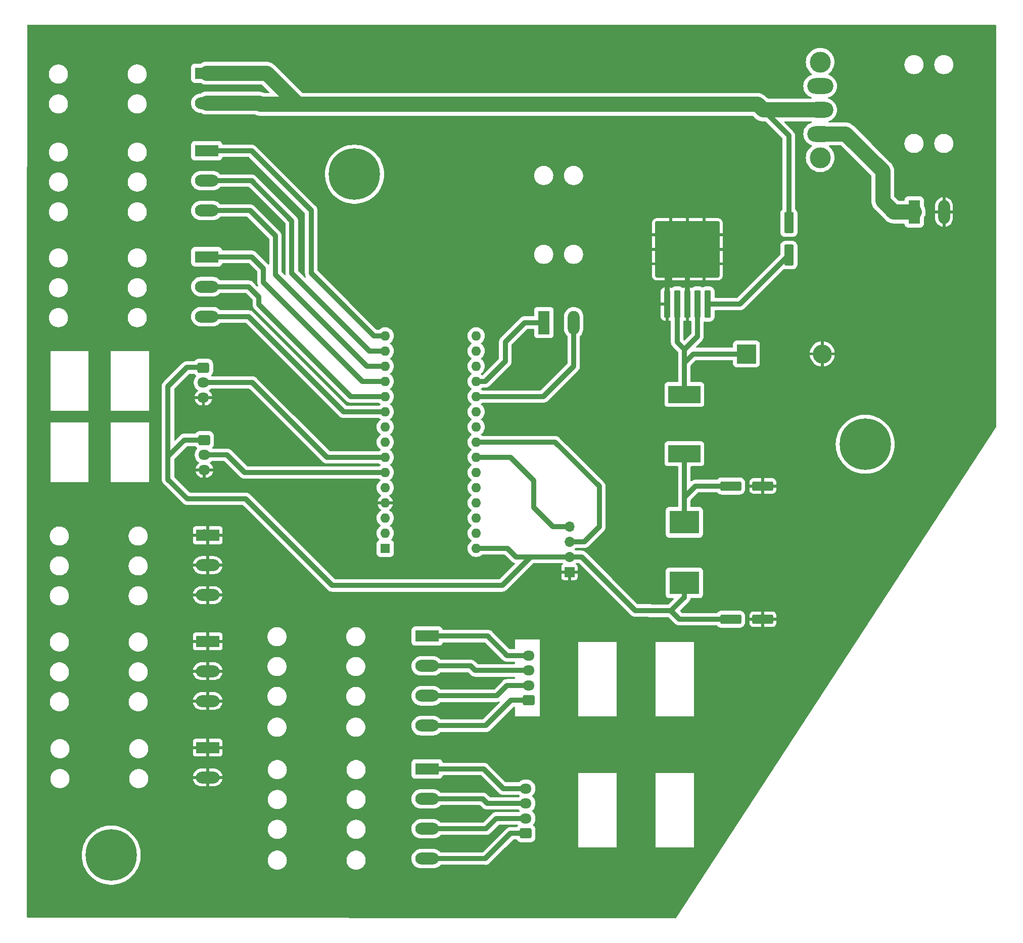
<source format=gbr>
%TF.GenerationSoftware,KiCad,Pcbnew,7.0.7-7.0.7~ubuntu22.04.1*%
%TF.CreationDate,2023-09-22T11:09:07-06:00*%
%TF.ProjectId,stepper_microscope_stage,73746570-7065-4725-9f6d-6963726f7363,1.1*%
%TF.SameCoordinates,Original*%
%TF.FileFunction,Copper,L2,Bot*%
%TF.FilePolarity,Positive*%
%FSLAX46Y46*%
G04 Gerber Fmt 4.6, Leading zero omitted, Abs format (unit mm)*
G04 Created by KiCad (PCBNEW 7.0.7-7.0.7~ubuntu22.04.1) date 2023-09-22 11:09:07*
%MOMM*%
%LPD*%
G01*
G04 APERTURE LIST*
G04 Aperture macros list*
%AMRoundRect*
0 Rectangle with rounded corners*
0 $1 Rounding radius*
0 $2 $3 $4 $5 $6 $7 $8 $9 X,Y pos of 4 corners*
0 Add a 4 corners polygon primitive as box body*
4,1,4,$2,$3,$4,$5,$6,$7,$8,$9,$2,$3,0*
0 Add four circle primitives for the rounded corners*
1,1,$1+$1,$2,$3*
1,1,$1+$1,$4,$5*
1,1,$1+$1,$6,$7*
1,1,$1+$1,$8,$9*
0 Add four rect primitives between the rounded corners*
20,1,$1+$1,$2,$3,$4,$5,0*
20,1,$1+$1,$4,$5,$6,$7,0*
20,1,$1+$1,$6,$7,$8,$9,0*
20,1,$1+$1,$8,$9,$2,$3,0*%
G04 Aperture macros list end*
%TA.AperFunction,ComponentPad*%
%ADD10RoundRect,0.250000X-0.725000X0.600000X-0.725000X-0.600000X0.725000X-0.600000X0.725000X0.600000X0*%
%TD*%
%TA.AperFunction,ComponentPad*%
%ADD11O,1.950000X1.700000*%
%TD*%
%TA.AperFunction,ComponentPad*%
%ADD12RoundRect,0.250000X0.725000X-0.600000X0.725000X0.600000X-0.725000X0.600000X-0.725000X-0.600000X0*%
%TD*%
%TA.AperFunction,ComponentPad*%
%ADD13C,8.600000*%
%TD*%
%TA.AperFunction,WasherPad*%
%ADD14C,3.500000*%
%TD*%
%TA.AperFunction,ComponentPad*%
%ADD15O,4.375000X2.625000*%
%TD*%
%TA.AperFunction,SMDPad,CuDef*%
%ADD16RoundRect,0.250000X-1.500000X-0.550000X1.500000X-0.550000X1.500000X0.550000X-1.500000X0.550000X0*%
%TD*%
%TA.AperFunction,ComponentPad*%
%ADD17R,3.960000X1.980000*%
%TD*%
%TA.AperFunction,ComponentPad*%
%ADD18O,3.960000X1.980000*%
%TD*%
%TA.AperFunction,ComponentPad*%
%ADD19R,1.700000X1.700000*%
%TD*%
%TA.AperFunction,ComponentPad*%
%ADD20O,1.700000X1.700000*%
%TD*%
%TA.AperFunction,SMDPad,CuDef*%
%ADD21RoundRect,0.250000X0.300000X-2.050000X0.300000X2.050000X-0.300000X2.050000X-0.300000X-2.050000X0*%
%TD*%
%TA.AperFunction,SMDPad,CuDef*%
%ADD22RoundRect,0.250000X2.375000X-2.025000X2.375000X2.025000X-2.375000X2.025000X-2.375000X-2.025000X0*%
%TD*%
%TA.AperFunction,SMDPad,CuDef*%
%ADD23RoundRect,0.250002X5.149998X-4.449998X5.149998X4.449998X-5.149998X4.449998X-5.149998X-4.449998X0*%
%TD*%
%TA.AperFunction,SMDPad,CuDef*%
%ADD24R,5.400000X2.900000*%
%TD*%
%TA.AperFunction,ComponentPad*%
%ADD25R,3.200000X3.200000*%
%TD*%
%TA.AperFunction,ComponentPad*%
%ADD26O,3.200000X3.200000*%
%TD*%
%TA.AperFunction,ComponentPad*%
%ADD27R,1.600000X1.600000*%
%TD*%
%TA.AperFunction,ComponentPad*%
%ADD28O,1.600000X1.600000*%
%TD*%
%TA.AperFunction,ComponentPad*%
%ADD29R,1.980000X3.960000*%
%TD*%
%TA.AperFunction,ComponentPad*%
%ADD30O,1.980000X3.960000*%
%TD*%
%TA.AperFunction,SMDPad,CuDef*%
%ADD31R,5.000000X3.850000*%
%TD*%
%TA.AperFunction,SMDPad,CuDef*%
%ADD32RoundRect,0.250000X-0.550000X1.500000X-0.550000X-1.500000X0.550000X-1.500000X0.550000X1.500000X0*%
%TD*%
%TA.AperFunction,Conductor*%
%ADD33C,0.812800*%
%TD*%
%TA.AperFunction,Conductor*%
%ADD34C,2.540000*%
%TD*%
G04 APERTURE END LIST*
D10*
%TO.P,LIMIT2,1,Pin_1*%
%TO.N,+5V*%
X69350816Y-96717144D03*
D11*
%TO.P,LIMIT2,2,Pin_2*%
%TO.N,Net-(A1-D3)*%
X69350816Y-99217144D03*
%TO.P,LIMIT2,3,Pin_3*%
%TO.N,GND*%
X69350816Y-101717144D03*
%TD*%
D10*
%TO.P,LIMIT1,1,Pin_1*%
%TO.N,+5V*%
X69190000Y-84617144D03*
D11*
%TO.P,LIMIT1,2,Pin_2*%
%TO.N,Net-(A1-D4)*%
X69190000Y-87117144D03*
%TO.P,LIMIT1,3,Pin_3*%
%TO.N,GND*%
X69190000Y-89617144D03*
%TD*%
D12*
%TO.P,J5,1,Pin_1*%
%TO.N,Net-(J3-Pin_4)*%
X123700000Y-140300000D03*
D11*
%TO.P,J5,2,Pin_2*%
%TO.N,Net-(J3-Pin_3)*%
X123700000Y-137800000D03*
%TO.P,J5,3,Pin_3*%
%TO.N,Net-(J3-Pin_2)*%
X123700000Y-135300000D03*
%TO.P,J5,4,Pin_4*%
%TO.N,Net-(J3-Pin_1)*%
X123700000Y-132800000D03*
%TD*%
D12*
%TO.P,J4,1,Pin_1*%
%TO.N,Net-(J2-Pin_4)*%
X123200000Y-162550000D03*
D11*
%TO.P,J4,2,Pin_2*%
%TO.N,Net-(J2-Pin_3)*%
X123200000Y-160050000D03*
%TO.P,J4,3,Pin_3*%
%TO.N,Net-(J2-Pin_2)*%
X123200000Y-157550000D03*
%TO.P,J4,4,Pin_4*%
%TO.N,Net-(J2-Pin_1)*%
X123200000Y-155050000D03*
%TD*%
D13*
%TO.P,H3,1*%
%TO.N,N/C*%
X53750000Y-166200000D03*
%TD*%
%TO.P,H1,1*%
%TO.N,N/C*%
X180050000Y-97450000D03*
%TD*%
%TO.P,H1,1*%
%TO.N,N/C*%
X94500000Y-52250000D03*
%TD*%
D14*
%TO.P,SW1,*%
%TO.N,*%
X172500000Y-49500000D03*
X172500000Y-33500000D03*
D15*
%TO.P,SW1,1,A*%
%TO.N,+24V*%
X172500000Y-45500000D03*
%TO.P,SW1,2,B*%
X172500000Y-41500000D03*
%TO.P,SW1,3,C*%
%TO.N,unconnected-(SW1-C-Pad3)*%
X172500000Y-37500000D03*
%TD*%
D16*
%TO.P,C3,1*%
%TO.N,+5V*%
X157500000Y-126722144D03*
%TO.P,C3,2*%
%TO.N,GND*%
X162900000Y-126722144D03*
%TD*%
D17*
%TO.P,J2,1,Pin_1*%
%TO.N,Net-(J2-Pin_1)*%
X106650000Y-151790000D03*
D18*
%TO.P,J2,2,Pin_2*%
%TO.N,Net-(J2-Pin_2)*%
X106650000Y-156790000D03*
%TO.P,J2,3,Pin_3*%
%TO.N,Net-(J2-Pin_3)*%
X106650000Y-161790000D03*
%TO.P,J2,4,Pin_4*%
%TO.N,Net-(J2-Pin_4)*%
X106650000Y-166790000D03*
%TD*%
D19*
%TO.P,J1,1,Pin_1*%
%TO.N,GND*%
X130500000Y-118822144D03*
D20*
%TO.P,J1,2,Pin_2*%
%TO.N,+5V*%
X130500000Y-116282144D03*
%TO.P,J1,3,Pin_3*%
%TO.N,Net-(A1-A4)*%
X130500000Y-113742144D03*
%TO.P,J1,4,Pin_4*%
%TO.N,Net-(A1-A5)*%
X130500000Y-111202144D03*
%TD*%
D17*
%TO.P,STEPSIGGND2,1,Pin_1*%
%TO.N,GND*%
X69910816Y-130422144D03*
D18*
%TO.P,STEPSIGGND2,2,Pin_2*%
X69910816Y-135422144D03*
%TO.P,STEPSIGGND2,3,Pin_3*%
X69910816Y-140422144D03*
%TD*%
D17*
%TO.P,STEPSIG1,1,Pin_1*%
%TO.N,Net-(A1-D12)*%
X69750000Y-48322144D03*
D18*
%TO.P,STEPSIG1,2,Pin_2*%
%TO.N,Net-(A1-D11)*%
X69750000Y-53322144D03*
%TO.P,STEPSIG1,3,Pin_3*%
%TO.N,Net-(A1-D10)*%
X69750000Y-58322144D03*
%TD*%
D21*
%TO.P,TL2575,1,+Vin*%
%TO.N,Net-(TL2575-+Vin)*%
X153650000Y-73972144D03*
%TO.P,TL2575,2,Output*%
%TO.N,Net-(D1-K)*%
X151950000Y-73972144D03*
%TO.P,TL2575,3,GND*%
%TO.N,GND*%
X150250000Y-73972144D03*
D22*
X147475000Y-67247144D03*
X153025000Y-67247144D03*
D23*
X150250000Y-64822144D03*
D22*
X147475000Y-62397144D03*
X153025000Y-62397144D03*
D21*
%TO.P,TL2575,4,Feedback*%
%TO.N,Net-(D1-K)*%
X148550000Y-73972144D03*
%TO.P,TL2575,5,ON/OFF*%
%TO.N,GND*%
X146850000Y-73972144D03*
%TD*%
D17*
%TO.P,STEPGND1,1,Pin_1*%
%TO.N,GND*%
X69900816Y-148202144D03*
D18*
%TO.P,STEPGND1,2,Pin_2*%
X69900816Y-153202144D03*
%TD*%
D17*
%TO.P,STEPSIGGND1,1,Pin_1*%
%TO.N,GND*%
X69910816Y-112672144D03*
D18*
%TO.P,STEPSIGGND1,2,Pin_2*%
X69910816Y-117672144D03*
%TO.P,STEPSIGGND1,3,Pin_3*%
X69910816Y-122672144D03*
%TD*%
D24*
%TO.P,L1,1,1*%
%TO.N,Net-(D1-K)*%
X149750000Y-89122144D03*
%TO.P,L1,2,2*%
%TO.N,Net-(C2-Pad1)*%
X149750000Y-99022144D03*
%TD*%
D17*
%TO.P,STEPPWR1,1,Pin_1*%
%TO.N,+24V*%
X69740000Y-35352144D03*
D18*
%TO.P,STEPPWR1,2,Pin_2*%
X69740000Y-40352144D03*
%TD*%
D25*
%TO.P,D1,1,K*%
%TO.N,Net-(D1-K)*%
X160150000Y-82322144D03*
D26*
%TO.P,D1,2,A*%
%TO.N,GND*%
X172850000Y-82322144D03*
%TD*%
D27*
%TO.P,A1,1,D1/TX*%
%TO.N,unconnected-(A1-D1{slash}TX-Pad1)*%
X99640000Y-114872144D03*
D28*
%TO.P,A1,2,D0/RX*%
%TO.N,unconnected-(A1-D0{slash}RX-Pad2)*%
X99640000Y-112332144D03*
%TO.P,A1,3,~{RESET}*%
%TO.N,unconnected-(A1-~{RESET}-Pad3)*%
X99640000Y-109792144D03*
%TO.P,A1,4,GND*%
%TO.N,GND*%
X99640000Y-107252144D03*
%TO.P,A1,5,D2*%
%TO.N,unconnected-(A1-D2-Pad5)*%
X99640000Y-104712144D03*
%TO.P,A1,6,D3*%
%TO.N,Net-(A1-D3)*%
X99640000Y-102172144D03*
%TO.P,A1,7,D4*%
%TO.N,Net-(A1-D4)*%
X99640000Y-99632144D03*
%TO.P,A1,8,D5*%
%TO.N,unconnected-(A1-D5-Pad8)*%
X99640000Y-97092144D03*
%TO.P,A1,9,D6*%
%TO.N,unconnected-(A1-D6-Pad9)*%
X99640000Y-94552144D03*
%TO.P,A1,10,D7*%
%TO.N,Net-(A1-D7)*%
X99640000Y-92012144D03*
%TO.P,A1,11,D8*%
%TO.N,Net-(A1-D8)*%
X99640000Y-89472144D03*
%TO.P,A1,12,D9*%
%TO.N,Net-(A1-D9)*%
X99640000Y-86932144D03*
%TO.P,A1,13,D10*%
%TO.N,Net-(A1-D10)*%
X99640000Y-84392144D03*
%TO.P,A1,14,D11*%
%TO.N,Net-(A1-D11)*%
X99640000Y-81852144D03*
%TO.P,A1,15,D12*%
%TO.N,Net-(A1-D12)*%
X99640000Y-79312144D03*
%TO.P,A1,16,D13*%
%TO.N,unconnected-(A1-D13-Pad16)*%
X114880000Y-79312144D03*
%TO.P,A1,17,3V3*%
%TO.N,unconnected-(A1-3V3-Pad17)*%
X114880000Y-81852144D03*
%TO.P,A1,18,AREF*%
%TO.N,unconnected-(A1-AREF-Pad18)*%
X114880000Y-84392144D03*
%TO.P,A1,19,A0*%
%TO.N,Net-(A1-A0)*%
X114880000Y-86932144D03*
%TO.P,A1,20,A1*%
%TO.N,Net-(A1-A1)*%
X114880000Y-89472144D03*
%TO.P,A1,21,A2*%
%TO.N,unconnected-(A1-A2-Pad21)*%
X114880000Y-92012144D03*
%TO.P,A1,22,A3*%
%TO.N,unconnected-(A1-A3-Pad22)*%
X114880000Y-94552144D03*
%TO.P,A1,23,A4*%
%TO.N,Net-(A1-A4)*%
X114880000Y-97092144D03*
%TO.P,A1,24,A5*%
%TO.N,Net-(A1-A5)*%
X114880000Y-99632144D03*
%TO.P,A1,25,A6*%
%TO.N,unconnected-(A1-A6-Pad25)*%
X114880000Y-102172144D03*
%TO.P,A1,26,A7*%
%TO.N,unconnected-(A1-A7-Pad26)*%
X114880000Y-104712144D03*
%TO.P,A1,27,+5V*%
%TO.N,unconnected-(A1-+5V-Pad27)*%
X114880000Y-107252144D03*
%TO.P,A1,28,~{RESET}*%
%TO.N,unconnected-(A1-~{RESET}-Pad28)*%
X114880000Y-109792144D03*
%TO.P,A1,29,GND*%
%TO.N,unconnected-(A1-GND-Pad29)*%
X114880000Y-112332144D03*
%TO.P,A1,30,VIN*%
%TO.N,+5V*%
X114880000Y-114872144D03*
%TD*%
D29*
%TO.P,JOYIN1,1,Pin_1*%
%TO.N,Net-(A1-A0)*%
X126220000Y-77072144D03*
D30*
%TO.P,JOYIN1,2,Pin_2*%
%TO.N,Net-(A1-A1)*%
X131220000Y-77072144D03*
%TD*%
D31*
%TO.P,L2,1,1*%
%TO.N,Net-(C2-Pad1)*%
X149750000Y-110497144D03*
%TO.P,L2,2,2*%
%TO.N,+5V*%
X149750000Y-120647144D03*
%TD*%
D32*
%TO.P,C1,1*%
%TO.N,+24V*%
X167250000Y-60372144D03*
%TO.P,C1,2*%
%TO.N,Net-(TL2575-+Vin)*%
X167250000Y-65772144D03*
%TD*%
D17*
%TO.P,STEPSIG2,1,Pin_1*%
%TO.N,Net-(A1-D9)*%
X69750000Y-66072144D03*
D18*
%TO.P,STEPSIG2,2,Pin_2*%
%TO.N,Net-(A1-D8)*%
X69750000Y-71072144D03*
%TO.P,STEPSIG2,3,Pin_3*%
%TO.N,Net-(A1-D7)*%
X69750000Y-76072144D03*
%TD*%
D17*
%TO.P,J3,1,Pin_1*%
%TO.N,Net-(J3-Pin_1)*%
X106650000Y-129540000D03*
D18*
%TO.P,J3,2,Pin_2*%
%TO.N,Net-(J3-Pin_2)*%
X106650000Y-134540000D03*
%TO.P,J3,3,Pin_3*%
%TO.N,Net-(J3-Pin_3)*%
X106650000Y-139540000D03*
%TO.P,J3,4,Pin_4*%
%TO.N,Net-(J3-Pin_4)*%
X106650000Y-144540000D03*
%TD*%
D16*
%TO.P,C2,1*%
%TO.N,Net-(C2-Pad1)*%
X157500000Y-104422144D03*
%TO.P,C2,2*%
%TO.N,GND*%
X162900000Y-104422144D03*
%TD*%
D29*
%TO.P,VIN1,1,Pin_1*%
%TO.N,+24V*%
X188250000Y-58572144D03*
D30*
%TO.P,VIN1,2,Pin_2*%
%TO.N,GND*%
X193250000Y-58572144D03*
%TD*%
D33*
%TO.N,+24V*%
X167250000Y-45822144D02*
X162927856Y-41500000D01*
%TO.N,+5V*%
X66032856Y-96717144D02*
X69350816Y-96717144D01*
X63250000Y-99500000D02*
X66032856Y-96717144D01*
X63250000Y-99500000D02*
X63250000Y-87750000D01*
X63250000Y-87750000D02*
X66400000Y-84600000D01*
X66400000Y-84600000D02*
X69172856Y-84600000D01*
X69172856Y-84600000D02*
X69190000Y-84617144D01*
X63250000Y-103322144D02*
X63250000Y-99500000D01*
X126250000Y-116282144D02*
X124040000Y-116282144D01*
X124040000Y-116282144D02*
X119250000Y-121072144D01*
X119250000Y-121072144D02*
X90750000Y-121072144D01*
X90750000Y-121072144D02*
X76250000Y-106572144D01*
X76250000Y-106572144D02*
X66500000Y-106572144D01*
X66500000Y-106572144D02*
X63250000Y-103322144D01*
%TO.N,Net-(A1-D3)*%
X76100000Y-102172144D02*
X73145000Y-99217144D01*
X73145000Y-99217144D02*
X69350816Y-99217144D01*
%TO.N,Net-(A1-D4)*%
X99640000Y-99632144D02*
X89882144Y-99632144D01*
X89882144Y-99632144D02*
X77367144Y-87117144D01*
X77367144Y-87117144D02*
X69190000Y-87117144D01*
%TO.N,Net-(J2-Pin_3)*%
X106650000Y-161790000D02*
X116510000Y-161790000D01*
X116510000Y-161790000D02*
X118250000Y-160050000D01*
X118250000Y-160050000D02*
X123200000Y-160050000D01*
%TO.N,Net-(J2-Pin_2)*%
X106650000Y-156790000D02*
X115960000Y-156790000D01*
X115960000Y-156790000D02*
X116720000Y-157550000D01*
X116720000Y-157550000D02*
X123200000Y-157550000D01*
%TO.N,Net-(J2-Pin_4)*%
X106650000Y-166790000D02*
X116410000Y-166790000D01*
X116410000Y-166790000D02*
X120650000Y-162550000D01*
X120650000Y-162550000D02*
X123200000Y-162550000D01*
%TO.N,Net-(J2-Pin_1)*%
X106650000Y-151790000D02*
X116160000Y-151790000D01*
X116160000Y-151790000D02*
X119420000Y-155050000D01*
X119420000Y-155050000D02*
X123200000Y-155050000D01*
%TO.N,Net-(J3-Pin_4)*%
X106650000Y-144540000D02*
X116460000Y-144540000D01*
X116460000Y-144540000D02*
X120700000Y-140300000D01*
X120700000Y-140300000D02*
X123700000Y-140300000D01*
%TO.N,Net-(J3-Pin_3)*%
X106650000Y-139540000D02*
X118310000Y-139540000D01*
X118310000Y-139540000D02*
X120050000Y-137800000D01*
X120050000Y-137800000D02*
X123700000Y-137800000D01*
%TO.N,Net-(J3-Pin_2)*%
X113960000Y-134540000D02*
X114720000Y-135300000D01*
X114720000Y-135300000D02*
X123700000Y-135300000D01*
%TO.N,Net-(J3-Pin_1)*%
X106650000Y-129540000D02*
X116810000Y-129540000D01*
X116810000Y-129540000D02*
X120070000Y-132800000D01*
X120070000Y-132800000D02*
X123700000Y-132800000D01*
%TO.N,GND*%
X146850000Y-73972144D02*
X146850000Y-67872144D01*
X150250000Y-73972144D02*
X150250000Y-64822144D01*
X69350816Y-112112144D02*
X69910816Y-112672144D01*
X146850000Y-67872144D02*
X147475000Y-67247144D01*
%TO.N,Net-(A1-D3)*%
X76100000Y-102172144D02*
X99640000Y-102172144D01*
%TO.N,Net-(A1-D10)*%
X77000000Y-58322144D02*
X81250000Y-62572144D01*
X96570000Y-84392144D02*
X99640000Y-84392144D01*
X81250000Y-69072144D02*
X96570000Y-84392144D01*
X69750000Y-58322144D02*
X77000000Y-58322144D01*
X81250000Y-62572144D02*
X81250000Y-69072144D01*
%TO.N,Net-(A1-A0)*%
X119750000Y-80322144D02*
X119750000Y-83572144D01*
X123000000Y-77072144D02*
X119750000Y-80322144D01*
X119750000Y-83572144D02*
X116390000Y-86932144D01*
X126220000Y-77072144D02*
X123000000Y-77072144D01*
X116390000Y-86932144D02*
X114880000Y-86932144D01*
%TO.N,Net-(A1-A1)*%
X131220000Y-77072144D02*
X131220000Y-84352144D01*
X131220000Y-84352144D02*
X126100000Y-89472144D01*
X126100000Y-89472144D02*
X114880000Y-89472144D01*
%TO.N,+5V*%
X130500000Y-116282144D02*
X126250000Y-116282144D01*
X132532144Y-116282144D02*
X141500000Y-125250000D01*
X149750000Y-120647144D02*
X149750000Y-123072144D01*
X126250000Y-116282144D02*
X121532144Y-116282144D01*
X143927856Y-125250000D02*
X144000000Y-125322144D01*
X121532144Y-116282144D02*
X120122144Y-114872144D01*
X149750000Y-123072144D02*
X147500000Y-125322144D01*
X130500000Y-116282144D02*
X132532144Y-116282144D01*
X148900000Y-126722144D02*
X147500000Y-125322144D01*
X141500000Y-125250000D02*
X143927856Y-125250000D01*
X120122144Y-114872144D02*
X114880000Y-114872144D01*
X147500000Y-125322144D02*
X144000000Y-125322144D01*
X157500000Y-126722144D02*
X148900000Y-126722144D01*
D34*
%TO.N,+24V*%
X85000000Y-40572144D02*
X78750000Y-40572144D01*
X79780000Y-35352144D02*
X85000000Y-40572144D01*
D33*
X163177856Y-41750000D02*
X162000000Y-40572144D01*
D34*
X183000000Y-51750000D02*
X176750000Y-45500000D01*
X78530000Y-40352144D02*
X78750000Y-40572144D01*
X158450000Y-40572144D02*
X162000000Y-40572144D01*
X93265000Y-40572144D02*
X153000000Y-40572144D01*
X162927856Y-41500000D02*
X162000000Y-40572144D01*
D33*
X167250000Y-60372144D02*
X167250000Y-45822144D01*
D34*
X69740000Y-35352144D02*
X79780000Y-35352144D01*
X153000000Y-40572144D02*
X158450000Y-40572144D01*
X188250000Y-58572144D02*
X184822144Y-58572144D01*
X69740000Y-40352144D02*
X78530000Y-40352144D01*
X172500000Y-41500000D02*
X162927856Y-41500000D01*
X184822144Y-58572144D02*
X183000000Y-56750000D01*
D33*
X69765000Y-35602144D02*
X69750000Y-35617144D01*
D34*
X176750000Y-45500000D02*
X172500000Y-45500000D01*
X183000000Y-56750000D02*
X183000000Y-51750000D01*
X93265000Y-40572144D02*
X85000000Y-40572144D01*
D33*
%TO.N,Net-(A1-D12)*%
X77250000Y-48322144D02*
X87250000Y-58322144D01*
X87250000Y-68822144D02*
X97740000Y-79312144D01*
X87250000Y-58322144D02*
X87250000Y-68822144D01*
X97740000Y-79312144D02*
X99640000Y-79312144D01*
X69750000Y-48322144D02*
X77250000Y-48322144D01*
%TO.N,Net-(A1-D11)*%
X77250000Y-53322144D02*
X84000000Y-60072144D01*
X69750000Y-53322144D02*
X77250000Y-53322144D01*
X84000000Y-68822144D02*
X97030000Y-81852144D01*
X84000000Y-60072144D02*
X84000000Y-68822144D01*
X97030000Y-81852144D02*
X99640000Y-81852144D01*
%TO.N,Net-(A1-D7)*%
X69750000Y-76072144D02*
X76750000Y-76072144D01*
X92690000Y-92012144D02*
X99640000Y-92012144D01*
X76750000Y-76072144D02*
X92690000Y-92012144D01*
%TO.N,Net-(A1-D8)*%
X76750000Y-71072144D02*
X78500000Y-72822144D01*
X93900000Y-89472144D02*
X99640000Y-89472144D01*
X78500000Y-74072144D02*
X93900000Y-89472144D01*
X78500000Y-72822144D02*
X78500000Y-74072144D01*
X69750000Y-71072144D02*
X76750000Y-71072144D01*
%TO.N,Net-(A1-D9)*%
X77250000Y-66072144D02*
X79250000Y-68072144D01*
X95860000Y-86932144D02*
X99640000Y-86932144D01*
X69750000Y-66072144D02*
X77250000Y-66072144D01*
X79250000Y-68072144D02*
X79250000Y-70322144D01*
X79250000Y-70322144D02*
X95860000Y-86932144D01*
%TO.N,Net-(TL2575-+Vin)*%
X167250000Y-65772144D02*
X159050000Y-73972144D01*
X159050000Y-73972144D02*
X153650000Y-73972144D01*
%TO.N,Net-(D1-K)*%
X148550000Y-73972144D02*
X148550000Y-80372144D01*
X149750000Y-83822144D02*
X149750000Y-81572144D01*
X151950000Y-73972144D02*
X151950000Y-79372144D01*
X160150000Y-82322144D02*
X151250000Y-82322144D01*
X148550000Y-80372144D02*
X149750000Y-81572144D01*
X149750000Y-89122144D02*
X149750000Y-83822144D01*
X151250000Y-82322144D02*
X149750000Y-83822144D01*
X151950000Y-79372144D02*
X149750000Y-81572144D01*
%TO.N,Net-(A1-A4)*%
X128092144Y-97092144D02*
X114880000Y-97092144D01*
X135500000Y-104500000D02*
X128092144Y-97092144D01*
X135500000Y-111250000D02*
X135500000Y-104500000D01*
X133007856Y-113742144D02*
X135500000Y-111250000D01*
X130500000Y-113742144D02*
X133007856Y-113742144D01*
%TO.N,Net-(A1-A5)*%
X124500000Y-103500000D02*
X120632144Y-99632144D01*
X120632144Y-99632144D02*
X114880000Y-99632144D01*
X124500000Y-108000000D02*
X124500000Y-103500000D01*
X130500000Y-111202144D02*
X127702144Y-111202144D01*
X127702144Y-111202144D02*
X124500000Y-108000000D01*
%TO.N,Net-(C2-Pad1)*%
X157500000Y-104422144D02*
X151650000Y-104422144D01*
X151650000Y-104422144D02*
X149750000Y-106322144D01*
X149750000Y-99022144D02*
X149750000Y-106322144D01*
X149750000Y-106322144D02*
X149750000Y-110497144D01*
%TO.N,Net-(J3-Pin_2)*%
X106650000Y-134540000D02*
X113960000Y-134540000D01*
%TD*%
%TA.AperFunction,Conductor*%
%TO.N,GND*%
G36*
X67678898Y-85661585D02*
G01*
X67715858Y-85698371D01*
X67718267Y-85702081D01*
X67765168Y-85759998D01*
X67835408Y-85846736D01*
X67942671Y-85933597D01*
X67946959Y-85937069D01*
X67986671Y-85994557D01*
X67988998Y-86064388D01*
X67966777Y-86109597D01*
X67817124Y-86301871D01*
X67817123Y-86301873D01*
X67699960Y-86518373D01*
X67699955Y-86518384D01*
X67620021Y-86751223D01*
X67579500Y-86994053D01*
X67579500Y-87240234D01*
X67620021Y-87483064D01*
X67699955Y-87715903D01*
X67699960Y-87715914D01*
X67817123Y-87932414D01*
X67817129Y-87932423D01*
X67968331Y-88126687D01*
X67968334Y-88126691D01*
X67968336Y-88126693D01*
X67968337Y-88126694D01*
X68149460Y-88293430D01*
X68230020Y-88346062D01*
X68275376Y-88399208D01*
X68284800Y-88468439D01*
X68255298Y-88531775D01*
X68233323Y-88551444D01*
X68193924Y-88579031D01*
X68026894Y-88746061D01*
X67891399Y-88939565D01*
X67791570Y-89153651D01*
X67791567Y-89153657D01*
X67734364Y-89367143D01*
X67734364Y-89367144D01*
X68602708Y-89367144D01*
X68669747Y-89386829D01*
X68715502Y-89439633D01*
X68725446Y-89508791D01*
X68721686Y-89526077D01*
X68715000Y-89548849D01*
X68715000Y-89685438D01*
X68721686Y-89708211D01*
X68721684Y-89778081D01*
X68683909Y-89836858D01*
X68620353Y-89865882D01*
X68602708Y-89867144D01*
X67734364Y-89867144D01*
X67791567Y-90080630D01*
X67791570Y-90080636D01*
X67891399Y-90294721D01*
X67891400Y-90294723D01*
X68026886Y-90488217D01*
X68026891Y-90488223D01*
X68193920Y-90655252D01*
X68193926Y-90655257D01*
X68387420Y-90790743D01*
X68387422Y-90790744D01*
X68601507Y-90890573D01*
X68601516Y-90890577D01*
X68829678Y-90951712D01*
X68940000Y-90961363D01*
X68940000Y-90204188D01*
X68959685Y-90137149D01*
X69012489Y-90091394D01*
X69081647Y-90081450D01*
X69087066Y-90082229D01*
X69156025Y-90092144D01*
X69156026Y-90092144D01*
X69223974Y-90092144D01*
X69223975Y-90092144D01*
X69293570Y-90082137D01*
X69298353Y-90081450D01*
X69367512Y-90091394D01*
X69420316Y-90137149D01*
X69440000Y-90204188D01*
X69440000Y-90961363D01*
X69550320Y-90951712D01*
X69550323Y-90951712D01*
X69778483Y-90890577D01*
X69778492Y-90890573D01*
X69992577Y-90790744D01*
X69992579Y-90790743D01*
X70186073Y-90655257D01*
X70186079Y-90655252D01*
X70353105Y-90488226D01*
X70488600Y-90294722D01*
X70588429Y-90080636D01*
X70588432Y-90080630D01*
X70645636Y-89867144D01*
X69777292Y-89867144D01*
X69710253Y-89847459D01*
X69664498Y-89794655D01*
X69654554Y-89725497D01*
X69658314Y-89708211D01*
X69665000Y-89685438D01*
X69665000Y-89548849D01*
X69658314Y-89526077D01*
X69658316Y-89456207D01*
X69696091Y-89397430D01*
X69759647Y-89368406D01*
X69777292Y-89367144D01*
X70645636Y-89367144D01*
X70645635Y-89367143D01*
X70588432Y-89153657D01*
X70588429Y-89153651D01*
X70488600Y-88939566D01*
X70488599Y-88939564D01*
X70353113Y-88746070D01*
X70353108Y-88746064D01*
X70186079Y-88579035D01*
X70186070Y-88579028D01*
X70146677Y-88551444D01*
X70103052Y-88496867D01*
X70095860Y-88427369D01*
X70127382Y-88365014D01*
X70149971Y-88346067D01*
X70230540Y-88293430D01*
X70340924Y-88191813D01*
X70403579Y-88160892D01*
X70424907Y-88159044D01*
X76884213Y-88159044D01*
X76951252Y-88178729D01*
X76971894Y-88195362D01*
X89107070Y-100330539D01*
X89111150Y-100335041D01*
X89141844Y-100372443D01*
X89181600Y-100405069D01*
X89300493Y-100502643D01*
X89300496Y-100502645D01*
X89430910Y-100572352D01*
X89481497Y-100599391D01*
X89677896Y-100658969D01*
X89882144Y-100679085D01*
X89916911Y-100675660D01*
X89930296Y-100674343D01*
X89936376Y-100674044D01*
X98598926Y-100674044D01*
X98665965Y-100693729D01*
X98675081Y-100700185D01*
X98808837Y-100804291D01*
X98849649Y-100861001D01*
X98853324Y-100930774D01*
X98818692Y-100991457D01*
X98808843Y-100999991D01*
X98675086Y-101104098D01*
X98610094Y-101129740D01*
X98598926Y-101130244D01*
X76582931Y-101130244D01*
X76515892Y-101110559D01*
X76495250Y-101093925D01*
X75217228Y-99815903D01*
X73920071Y-98518746D01*
X73915992Y-98514245D01*
X73885298Y-98476843D01*
X73726650Y-98346644D01*
X73726647Y-98346642D01*
X73570205Y-98263023D01*
X73560053Y-98254266D01*
X73406194Y-98207594D01*
X73349249Y-98190320D01*
X73349247Y-98190319D01*
X73349249Y-98190319D01*
X73146624Y-98170363D01*
X73145000Y-98170203D01*
X73144999Y-98170203D01*
X73096850Y-98174945D01*
X73090769Y-98175244D01*
X70773389Y-98175244D01*
X70706350Y-98155559D01*
X70660595Y-98102755D01*
X70650651Y-98033597D01*
X70679676Y-97970041D01*
X70695352Y-97954879D01*
X70705408Y-97946736D01*
X70822550Y-97802079D01*
X70834448Y-97778729D01*
X70844477Y-97759044D01*
X70907055Y-97636227D01*
X70955232Y-97456430D01*
X70961316Y-97379125D01*
X70961315Y-96055164D01*
X70955232Y-95977858D01*
X70907055Y-95798061D01*
X70864242Y-95714035D01*
X70822551Y-95632209D01*
X70822549Y-95632207D01*
X70777735Y-95576868D01*
X70705408Y-95487552D01*
X70633079Y-95428980D01*
X70560752Y-95370410D01*
X70560750Y-95370408D01*
X70435139Y-95306408D01*
X70394899Y-95285905D01*
X70215102Y-95237728D01*
X70215101Y-95237727D01*
X70215098Y-95237727D01*
X70137799Y-95231644D01*
X70137797Y-95231644D01*
X69353472Y-95231644D01*
X68563834Y-95231645D01*
X68563835Y-95231645D01*
X68486533Y-95237727D01*
X68306733Y-95285905D01*
X68140881Y-95370408D01*
X68140879Y-95370410D01*
X67996224Y-95487552D01*
X67881452Y-95629281D01*
X67823965Y-95668992D01*
X67785087Y-95675244D01*
X66087088Y-95675244D01*
X66081008Y-95674945D01*
X66032856Y-95670203D01*
X65828605Y-95690319D01*
X65677920Y-95736030D01*
X65632211Y-95749895D01*
X65632205Y-95749898D01*
X65451208Y-95846642D01*
X65451205Y-95846644D01*
X65292556Y-95976845D01*
X65261861Y-96014246D01*
X65257773Y-96018756D01*
X64503580Y-96772949D01*
X64442257Y-96806434D01*
X64372565Y-96801450D01*
X64316632Y-96759578D01*
X64292215Y-96694114D01*
X64291899Y-96685295D01*
X64291899Y-88232930D01*
X64311584Y-88165892D01*
X64328218Y-88145250D01*
X66795250Y-85678219D01*
X66856573Y-85644734D01*
X66882931Y-85641900D01*
X67611859Y-85641900D01*
X67678898Y-85661585D01*
G37*
%TD.AperFunction*%
%TA.AperFunction,Conductor*%
G36*
X201942539Y-27270185D02*
G01*
X201988294Y-27322989D01*
X201999500Y-27374500D01*
X201999500Y-94462982D01*
X201979815Y-94530021D01*
X201979359Y-94530727D01*
X148386463Y-176693182D01*
X148333350Y-176738578D01*
X148282490Y-176749437D01*
X39724427Y-176649613D01*
X39657406Y-176629867D01*
X39611699Y-176577021D01*
X39600541Y-176525571D01*
X39602359Y-171095763D01*
X39603997Y-166200003D01*
X48809525Y-166200003D01*
X48829413Y-166642851D01*
X48829413Y-166642859D01*
X48829414Y-166642861D01*
X48835578Y-166688365D01*
X48888920Y-167082157D01*
X48987565Y-167514345D01*
X49124554Y-167935956D01*
X49124557Y-167935964D01*
X49298780Y-168343581D01*
X49298784Y-168343589D01*
X49338105Y-168416659D01*
X49508855Y-168733966D01*
X49508859Y-168733972D01*
X49508859Y-168733973D01*
X49753067Y-169103932D01*
X49753068Y-169103933D01*
X49753072Y-169103938D01*
X50029469Y-169450530D01*
X50029475Y-169450536D01*
X50029479Y-169450541D01*
X50335817Y-169770945D01*
X50335832Y-169770959D01*
X50669647Y-170062605D01*
X50669656Y-170062612D01*
X50669664Y-170062619D01*
X50669674Y-170062626D01*
X50669675Y-170062627D01*
X51028302Y-170323185D01*
X51408866Y-170550561D01*
X51408872Y-170550564D01*
X51808261Y-170742900D01*
X51808262Y-170742900D01*
X51808270Y-170742904D01*
X52223309Y-170898671D01*
X52223316Y-170898673D01*
X52223319Y-170898674D01*
X52556211Y-170990546D01*
X52650641Y-171016607D01*
X53086824Y-171095763D01*
X53528346Y-171135500D01*
X53528353Y-171135500D01*
X53971647Y-171135500D01*
X53971654Y-171135500D01*
X54413176Y-171095763D01*
X54849359Y-171016607D01*
X55276691Y-170898671D01*
X55691730Y-170742904D01*
X56091136Y-170550560D01*
X56471693Y-170323188D01*
X56830336Y-170062619D01*
X57164178Y-169770950D01*
X57470531Y-169450530D01*
X57746928Y-169103938D01*
X57991145Y-168733966D01*
X58201214Y-168343592D01*
X58203247Y-168338837D01*
X58274976Y-168171017D01*
X58375445Y-167935959D01*
X58512434Y-167514348D01*
X58611080Y-167082156D01*
X58616791Y-167039999D01*
X79954551Y-167039999D01*
X79962275Y-167138142D01*
X79962466Y-167143008D01*
X79962466Y-167156912D01*
X79961312Y-167160840D01*
X79961912Y-167168457D01*
X79963842Y-167174430D01*
X79966021Y-167188178D01*
X79966593Y-167193017D01*
X79970837Y-167246931D01*
X79974317Y-167291148D01*
X79974318Y-167291152D01*
X79974318Y-167291153D01*
X79997293Y-167386855D01*
X79998243Y-167391627D01*
X80000421Y-167405378D01*
X79999896Y-167409437D01*
X80001681Y-167416871D01*
X80004527Y-167422480D01*
X80008827Y-167435716D01*
X80010148Y-167440399D01*
X80033127Y-167536114D01*
X80070797Y-167627055D01*
X80072481Y-167631622D01*
X80076780Y-167644851D01*
X80076897Y-167648941D01*
X80079821Y-167656001D01*
X80083509Y-167661095D01*
X80089819Y-167673480D01*
X80091857Y-167677901D01*
X80129532Y-167768857D01*
X80180976Y-167852807D01*
X80183355Y-167857054D01*
X80189662Y-167869432D01*
X80190418Y-167873458D01*
X80194411Y-167879974D01*
X80198845Y-167884422D01*
X80207027Y-167895683D01*
X80209732Y-167899732D01*
X80231931Y-167935956D01*
X80261164Y-167983659D01*
X80261171Y-167983667D01*
X80325093Y-168058510D01*
X80328107Y-168062333D01*
X80336290Y-168073596D01*
X80337664Y-168077448D01*
X80342626Y-168083257D01*
X80347703Y-168086959D01*
X80357540Y-168096795D01*
X80360839Y-168100363D01*
X80424776Y-168175224D01*
X80499640Y-168239164D01*
X80503201Y-168242456D01*
X80513039Y-168252294D01*
X80514999Y-168255884D01*
X80520803Y-168260841D01*
X80526391Y-168263700D01*
X80526395Y-168263703D01*
X80537662Y-168271889D01*
X80541483Y-168274901D01*
X80616341Y-168338836D01*
X80624097Y-168343589D01*
X80700264Y-168390264D01*
X80704313Y-168392969D01*
X80715575Y-168401152D01*
X80718073Y-168404392D01*
X80724584Y-168408381D01*
X80730562Y-168410335D01*
X80742954Y-168416649D01*
X80747179Y-168419014D01*
X80831141Y-168470466D01*
X80831146Y-168470468D01*
X80922092Y-168508139D01*
X80926516Y-168510178D01*
X80938905Y-168516491D01*
X80941880Y-168519301D01*
X80948929Y-168522221D01*
X80955136Y-168523214D01*
X80968390Y-168527521D01*
X80972919Y-168529192D01*
X81029514Y-168552634D01*
X81063885Y-168566872D01*
X81063886Y-168566873D01*
X81094431Y-168574205D01*
X81159634Y-168589859D01*
X81164265Y-168591165D01*
X81177523Y-168595473D01*
X81180901Y-168597782D01*
X81188329Y-168599565D01*
X81194614Y-168599577D01*
X81208365Y-168601755D01*
X81213141Y-168602705D01*
X81308852Y-168625683D01*
X81407003Y-168633407D01*
X81411817Y-168633978D01*
X81425562Y-168636155D01*
X81429259Y-168637907D01*
X81436872Y-168638507D01*
X81443089Y-168637534D01*
X81456992Y-168637534D01*
X81461858Y-168637725D01*
X81560000Y-168645449D01*
X81658141Y-168637725D01*
X81663008Y-168637534D01*
X81676909Y-168637534D01*
X81680836Y-168638687D01*
X81688457Y-168638087D01*
X81694443Y-168636153D01*
X81708179Y-168633978D01*
X81712978Y-168633409D01*
X81811148Y-168625683D01*
X81906873Y-168602701D01*
X81911632Y-168601755D01*
X81914413Y-168601314D01*
X81925382Y-168599577D01*
X81929441Y-168600101D01*
X81936869Y-168598318D01*
X81942477Y-168595472D01*
X81955734Y-168591165D01*
X81960354Y-168589861D01*
X82056111Y-168566873D01*
X82147098Y-168529184D01*
X82151599Y-168527524D01*
X82164862Y-168523214D01*
X82168947Y-168523098D01*
X82176002Y-168520176D01*
X82181089Y-168516493D01*
X82193500Y-168510169D01*
X82197873Y-168508153D01*
X82288859Y-168470466D01*
X82372814Y-168419017D01*
X82377025Y-168416659D01*
X82389435Y-168410335D01*
X82393458Y-168409580D01*
X82399967Y-168405591D01*
X82404418Y-168401156D01*
X82415674Y-168392977D01*
X82419701Y-168390285D01*
X82503659Y-168338836D01*
X82578532Y-168274888D01*
X82582314Y-168271906D01*
X82593605Y-168263702D01*
X82597450Y-168262331D01*
X82603256Y-168257372D01*
X82606957Y-168252297D01*
X82616810Y-168242444D01*
X82620346Y-168239175D01*
X82695224Y-168175224D01*
X82759175Y-168100346D01*
X82762444Y-168096810D01*
X82772296Y-168086958D01*
X82775883Y-168084999D01*
X82780843Y-168079192D01*
X82783703Y-168073605D01*
X82783710Y-168073596D01*
X82791906Y-168062314D01*
X82794888Y-168058532D01*
X82858836Y-167983659D01*
X82910285Y-167899701D01*
X82912977Y-167895674D01*
X82921156Y-167884418D01*
X82924394Y-167881920D01*
X82928380Y-167875415D01*
X82930336Y-167869435D01*
X82930338Y-167869432D01*
X82936659Y-167857025D01*
X82939022Y-167852807D01*
X82990466Y-167768859D01*
X83028153Y-167677873D01*
X83030169Y-167673500D01*
X83036492Y-167661091D01*
X83039299Y-167658119D01*
X83042220Y-167651068D01*
X83043214Y-167644865D01*
X83047524Y-167631599D01*
X83049184Y-167627098D01*
X83086873Y-167536111D01*
X83087315Y-167534273D01*
X83092098Y-167514348D01*
X83109860Y-167440358D01*
X83111171Y-167435716D01*
X83115474Y-167422472D01*
X83117783Y-167419095D01*
X83119565Y-167411676D01*
X83119577Y-167405382D01*
X83121755Y-167391632D01*
X83122701Y-167386873D01*
X83145683Y-167291148D01*
X83153409Y-167192978D01*
X83153978Y-167188178D01*
X83157534Y-167165729D01*
X83157534Y-167165726D01*
X83158201Y-167161516D01*
X83158201Y-167161510D01*
X83158502Y-167159609D01*
X83157754Y-167154502D01*
X83158155Y-167134040D01*
X83158334Y-167130400D01*
X83165449Y-167040000D01*
X83165449Y-167039999D01*
X93154551Y-167039999D01*
X93162275Y-167138142D01*
X93162466Y-167143008D01*
X93162466Y-167156912D01*
X93161312Y-167160840D01*
X93161912Y-167168457D01*
X93163842Y-167174430D01*
X93166021Y-167188178D01*
X93166593Y-167193017D01*
X93170837Y-167246931D01*
X93174317Y-167291148D01*
X93174318Y-167291152D01*
X93174318Y-167291153D01*
X93197293Y-167386855D01*
X93198243Y-167391627D01*
X93200421Y-167405378D01*
X93199896Y-167409437D01*
X93201681Y-167416871D01*
X93204527Y-167422480D01*
X93208827Y-167435716D01*
X93210148Y-167440399D01*
X93233127Y-167536114D01*
X93270797Y-167627055D01*
X93272481Y-167631622D01*
X93276780Y-167644851D01*
X93276897Y-167648941D01*
X93279821Y-167656001D01*
X93283509Y-167661095D01*
X93289819Y-167673480D01*
X93291857Y-167677901D01*
X93329532Y-167768857D01*
X93380976Y-167852807D01*
X93383355Y-167857054D01*
X93389662Y-167869432D01*
X93390418Y-167873458D01*
X93394411Y-167879974D01*
X93398845Y-167884422D01*
X93407027Y-167895683D01*
X93409732Y-167899732D01*
X93431931Y-167935956D01*
X93461164Y-167983659D01*
X93461171Y-167983667D01*
X93525093Y-168058510D01*
X93528107Y-168062333D01*
X93536290Y-168073596D01*
X93537664Y-168077448D01*
X93542626Y-168083257D01*
X93547703Y-168086959D01*
X93557540Y-168096795D01*
X93560839Y-168100363D01*
X93624776Y-168175224D01*
X93699640Y-168239164D01*
X93703201Y-168242456D01*
X93713039Y-168252294D01*
X93714999Y-168255884D01*
X93720803Y-168260841D01*
X93726391Y-168263700D01*
X93726395Y-168263703D01*
X93737662Y-168271889D01*
X93741483Y-168274901D01*
X93816341Y-168338836D01*
X93824097Y-168343589D01*
X93900264Y-168390264D01*
X93904313Y-168392969D01*
X93915575Y-168401152D01*
X93918073Y-168404392D01*
X93924584Y-168408381D01*
X93930562Y-168410335D01*
X93942954Y-168416649D01*
X93947179Y-168419014D01*
X94031141Y-168470466D01*
X94031146Y-168470468D01*
X94122092Y-168508139D01*
X94126516Y-168510178D01*
X94138905Y-168516491D01*
X94141880Y-168519301D01*
X94148929Y-168522221D01*
X94155136Y-168523214D01*
X94168390Y-168527521D01*
X94172919Y-168529192D01*
X94229514Y-168552634D01*
X94263885Y-168566872D01*
X94263886Y-168566873D01*
X94294431Y-168574205D01*
X94359634Y-168589859D01*
X94364265Y-168591165D01*
X94377523Y-168595473D01*
X94380901Y-168597782D01*
X94388329Y-168599565D01*
X94394614Y-168599577D01*
X94408365Y-168601755D01*
X94413141Y-168602705D01*
X94508852Y-168625683D01*
X94607003Y-168633407D01*
X94611817Y-168633978D01*
X94625562Y-168636155D01*
X94629259Y-168637907D01*
X94636872Y-168638507D01*
X94643089Y-168637534D01*
X94656992Y-168637534D01*
X94661858Y-168637725D01*
X94760000Y-168645449D01*
X94858141Y-168637725D01*
X94863008Y-168637534D01*
X94876909Y-168637534D01*
X94880836Y-168638687D01*
X94888457Y-168638087D01*
X94894443Y-168636153D01*
X94908179Y-168633978D01*
X94912978Y-168633409D01*
X95011148Y-168625683D01*
X95106873Y-168602701D01*
X95111632Y-168601755D01*
X95114413Y-168601314D01*
X95125382Y-168599577D01*
X95129441Y-168600101D01*
X95136869Y-168598318D01*
X95142477Y-168595472D01*
X95155734Y-168591165D01*
X95160354Y-168589861D01*
X95256111Y-168566873D01*
X95347098Y-168529184D01*
X95351599Y-168527524D01*
X95364862Y-168523214D01*
X95368947Y-168523098D01*
X95376002Y-168520176D01*
X95381089Y-168516493D01*
X95393500Y-168510169D01*
X95397873Y-168508153D01*
X95488859Y-168470466D01*
X95572814Y-168419017D01*
X95577025Y-168416659D01*
X95589435Y-168410335D01*
X95593458Y-168409580D01*
X95599967Y-168405591D01*
X95604418Y-168401156D01*
X95615674Y-168392977D01*
X95619701Y-168390285D01*
X95703659Y-168338836D01*
X95778532Y-168274888D01*
X95782314Y-168271906D01*
X95793605Y-168263702D01*
X95797450Y-168262331D01*
X95803256Y-168257372D01*
X95806957Y-168252297D01*
X95816810Y-168242444D01*
X95820346Y-168239175D01*
X95895224Y-168175224D01*
X95959175Y-168100346D01*
X95962444Y-168096810D01*
X95972296Y-168086958D01*
X95975883Y-168084999D01*
X95980843Y-168079192D01*
X95983703Y-168073605D01*
X95983710Y-168073596D01*
X95991906Y-168062314D01*
X95994888Y-168058532D01*
X96058836Y-167983659D01*
X96110285Y-167899701D01*
X96112977Y-167895674D01*
X96121156Y-167884418D01*
X96124394Y-167881920D01*
X96128380Y-167875415D01*
X96130336Y-167869435D01*
X96130338Y-167869432D01*
X96136659Y-167857025D01*
X96139022Y-167852807D01*
X96190466Y-167768859D01*
X96228153Y-167677873D01*
X96230169Y-167673500D01*
X96236492Y-167661091D01*
X96239299Y-167658119D01*
X96242220Y-167651068D01*
X96243214Y-167644865D01*
X96247524Y-167631599D01*
X96249184Y-167627098D01*
X96286873Y-167536111D01*
X96287315Y-167534273D01*
X96292098Y-167514348D01*
X96309860Y-167440358D01*
X96311171Y-167435716D01*
X96315474Y-167422472D01*
X96317783Y-167419095D01*
X96319565Y-167411676D01*
X96319577Y-167405382D01*
X96321755Y-167391632D01*
X96322701Y-167386873D01*
X96345683Y-167291148D01*
X96353409Y-167192978D01*
X96353978Y-167188178D01*
X96357534Y-167165729D01*
X96357534Y-167165726D01*
X96358201Y-167161516D01*
X96358201Y-167161510D01*
X96358502Y-167159609D01*
X96357754Y-167154502D01*
X96358155Y-167134040D01*
X96358334Y-167130400D01*
X96365449Y-167040000D01*
X96358333Y-166949593D01*
X96358155Y-166945948D01*
X96357979Y-166936990D01*
X96357754Y-166925493D01*
X96358739Y-166921878D01*
X96353978Y-166891817D01*
X96353407Y-166887003D01*
X96345773Y-166790000D01*
X104029474Y-166790000D01*
X104049547Y-167045064D01*
X104049547Y-167045067D01*
X104049548Y-167045070D01*
X104108403Y-167290217D01*
X104109279Y-167293864D01*
X104207188Y-167530239D01*
X104207190Y-167530242D01*
X104340875Y-167748396D01*
X104340878Y-167748401D01*
X104358351Y-167768859D01*
X104507044Y-167942956D01*
X104554711Y-167983667D01*
X104701598Y-168109121D01*
X104701603Y-168109124D01*
X104919757Y-168242809D01*
X104919760Y-168242811D01*
X105139967Y-168334023D01*
X105156140Y-168340722D01*
X105404930Y-168400452D01*
X105505680Y-168408381D01*
X105596135Y-168415500D01*
X105596137Y-168415500D01*
X107703865Y-168415500D01*
X107779085Y-168409580D01*
X107895070Y-168400452D01*
X108143860Y-168340722D01*
X108310038Y-168271889D01*
X108380239Y-168242811D01*
X108380240Y-168242810D01*
X108380243Y-168242809D01*
X108598399Y-168109123D01*
X108792956Y-167942956D01*
X108850681Y-167875368D01*
X108909189Y-167837175D01*
X108944972Y-167831900D01*
X116355769Y-167831900D01*
X116361850Y-167832199D01*
X116375949Y-167833587D01*
X116410000Y-167836941D01*
X116614249Y-167816824D01*
X116810647Y-167757247D01*
X116810646Y-167757246D01*
X116832493Y-167750620D01*
X116832669Y-167750321D01*
X116859117Y-167731338D01*
X116991649Y-167660500D01*
X117150299Y-167530299D01*
X117181008Y-167492878D01*
X117185058Y-167488409D01*
X119797579Y-164875889D01*
X131999416Y-164875889D01*
X131999459Y-164900001D01*
X131999500Y-164900099D01*
X131999616Y-164900382D01*
X131999618Y-164900384D01*
X131999808Y-164900462D01*
X132000000Y-164900541D01*
X132000002Y-164900539D01*
X132024616Y-164900524D01*
X132024616Y-164900528D01*
X132024760Y-164900500D01*
X138375240Y-164900500D01*
X138375383Y-164900528D01*
X138375384Y-164900524D01*
X138399997Y-164900539D01*
X138400000Y-164900541D01*
X138400383Y-164900383D01*
X138400500Y-164900099D01*
X138400541Y-164900000D01*
X138400540Y-164899997D01*
X138400583Y-164875889D01*
X144949416Y-164875889D01*
X144949459Y-164900001D01*
X144949500Y-164900099D01*
X144949616Y-164900382D01*
X144949618Y-164900384D01*
X144949808Y-164900462D01*
X144950000Y-164900541D01*
X144950002Y-164900539D01*
X144974616Y-164900524D01*
X144974616Y-164900528D01*
X144974760Y-164900500D01*
X151325240Y-164900500D01*
X151325383Y-164900528D01*
X151325384Y-164900524D01*
X151349997Y-164900539D01*
X151350000Y-164900541D01*
X151350383Y-164900383D01*
X151350500Y-164900099D01*
X151350541Y-164900000D01*
X151350540Y-164899997D01*
X151350583Y-164875889D01*
X151350500Y-164875467D01*
X151350500Y-152524759D01*
X151350528Y-152524616D01*
X151350524Y-152524616D01*
X151350539Y-152500002D01*
X151350541Y-152500000D01*
X151350462Y-152499808D01*
X151350384Y-152499618D01*
X151350382Y-152499616D01*
X151350099Y-152499500D01*
X151350000Y-152499459D01*
X151325446Y-152499459D01*
X151325240Y-152499500D01*
X144974760Y-152499500D01*
X144974554Y-152499459D01*
X144950000Y-152499459D01*
X144949901Y-152499500D01*
X144949617Y-152499616D01*
X144949615Y-152499618D01*
X144949459Y-152499999D01*
X144949476Y-152524616D01*
X144949471Y-152524616D01*
X144949500Y-152524759D01*
X144949500Y-164875467D01*
X144949416Y-164875889D01*
X138400583Y-164875889D01*
X138400500Y-164875467D01*
X138400500Y-152524759D01*
X138400528Y-152524616D01*
X138400524Y-152524616D01*
X138400539Y-152500002D01*
X138400541Y-152500000D01*
X138400462Y-152499808D01*
X138400384Y-152499618D01*
X138400382Y-152499616D01*
X138400099Y-152499500D01*
X138400000Y-152499459D01*
X138375446Y-152499459D01*
X138375240Y-152499500D01*
X132024760Y-152499500D01*
X132024554Y-152499459D01*
X132000000Y-152499459D01*
X131999901Y-152499500D01*
X131999617Y-152499616D01*
X131999615Y-152499618D01*
X131999459Y-152499999D01*
X131999476Y-152524616D01*
X131999471Y-152524616D01*
X131999500Y-152524759D01*
X131999500Y-164875467D01*
X131999416Y-164875889D01*
X119797579Y-164875889D01*
X121045249Y-163628219D01*
X121106573Y-163594734D01*
X121132931Y-163591900D01*
X121634271Y-163591900D01*
X121701310Y-163611585D01*
X121730636Y-163637863D01*
X121795947Y-163718514D01*
X121845408Y-163779592D01*
X121934724Y-163851919D01*
X121990063Y-163896733D01*
X121990065Y-163896735D01*
X122072991Y-163938986D01*
X122155917Y-163981239D01*
X122335714Y-164029416D01*
X122382096Y-164033066D01*
X122413017Y-164035500D01*
X122413018Y-164035499D01*
X122413019Y-164035500D01*
X123207680Y-164035499D01*
X123986981Y-164035499D01*
X124002441Y-164034282D01*
X124064286Y-164029416D01*
X124244083Y-163981239D01*
X124369260Y-163917458D01*
X124409934Y-163896735D01*
X124409936Y-163896733D01*
X124554592Y-163779592D01*
X124671734Y-163634935D01*
X124683632Y-163611585D01*
X124693661Y-163591900D01*
X124756239Y-163469083D01*
X124804416Y-163289286D01*
X124810500Y-163211981D01*
X124810499Y-161888020D01*
X124804416Y-161810714D01*
X124756239Y-161630917D01*
X124707332Y-161534930D01*
X124671735Y-161465065D01*
X124671733Y-161465063D01*
X124614093Y-161393885D01*
X124554592Y-161320408D01*
X124475689Y-161256513D01*
X124443039Y-161230073D01*
X124403328Y-161172586D01*
X124401001Y-161102755D01*
X124423223Y-161057546D01*
X124568043Y-160871481D01*
X124572873Y-160865276D01*
X124690043Y-160648764D01*
X124769979Y-160415918D01*
X124810500Y-160173092D01*
X124810500Y-159926908D01*
X124769979Y-159684082D01*
X124690043Y-159451236D01*
X124572873Y-159234724D01*
X124454589Y-159082753D01*
X124421668Y-159040456D01*
X124421665Y-159040452D01*
X124402897Y-159023175D01*
X124259566Y-158891229D01*
X124223576Y-158831342D01*
X124225677Y-158761504D01*
X124259567Y-158708770D01*
X124421663Y-158559550D01*
X124572873Y-158365276D01*
X124690043Y-158148764D01*
X124769979Y-157915918D01*
X124810500Y-157673092D01*
X124810500Y-157426908D01*
X124769979Y-157184082D01*
X124690043Y-156951236D01*
X124594936Y-156775493D01*
X124572876Y-156734729D01*
X124572870Y-156734720D01*
X124421668Y-156540456D01*
X124421665Y-156540452D01*
X124415667Y-156534930D01*
X124259566Y-156391229D01*
X124223576Y-156331342D01*
X124225677Y-156261504D01*
X124259567Y-156208770D01*
X124421663Y-156059550D01*
X124572873Y-155865276D01*
X124690043Y-155648764D01*
X124769979Y-155415918D01*
X124810500Y-155173092D01*
X124810500Y-154926908D01*
X124769979Y-154684082D01*
X124690043Y-154451236D01*
X124581505Y-154250674D01*
X124572876Y-154234729D01*
X124572870Y-154234720D01*
X124421668Y-154040456D01*
X124421665Y-154040452D01*
X124413462Y-154032901D01*
X124240540Y-153873714D01*
X124222831Y-153862144D01*
X124034444Y-153739064D01*
X123903383Y-153681576D01*
X123808994Y-153640173D01*
X123808992Y-153640172D01*
X123570339Y-153579738D01*
X123422968Y-153567527D01*
X123386438Y-153564500D01*
X123013562Y-153564500D01*
X122980332Y-153567253D01*
X122829660Y-153579738D01*
X122591007Y-153640172D01*
X122365555Y-153739064D01*
X122159462Y-153873712D01*
X122159458Y-153873715D01*
X122049076Y-153975330D01*
X121986421Y-154006252D01*
X121965093Y-154008100D01*
X119902931Y-154008100D01*
X119835892Y-153988415D01*
X119815250Y-153971781D01*
X118378733Y-152535264D01*
X116935071Y-151091602D01*
X116930992Y-151087101D01*
X116900298Y-151049699D01*
X116741650Y-150919500D01*
X116741647Y-150919498D01*
X116580194Y-150833201D01*
X116562000Y-150823476D01*
X116560808Y-150822801D01*
X116482316Y-150798991D01*
X116364249Y-150763176D01*
X116364247Y-150763175D01*
X116364249Y-150763175D01*
X116178312Y-150744862D01*
X116160000Y-150743059D01*
X116159999Y-150743059D01*
X116111850Y-150747801D01*
X116105769Y-150748100D01*
X109369800Y-150748100D01*
X109302761Y-150728415D01*
X109257006Y-150675611D01*
X109250726Y-150658703D01*
X109217869Y-150545607D01*
X109136135Y-150407402D01*
X109136133Y-150407400D01*
X109136130Y-150407396D01*
X109022603Y-150293869D01*
X109022595Y-150293863D01*
X108884393Y-150212131D01*
X108884388Y-150212129D01*
X108730208Y-150167335D01*
X108730202Y-150167334D01*
X108694183Y-150164500D01*
X108694181Y-150164500D01*
X104595456Y-150164501D01*
X104605820Y-150164501D01*
X104569795Y-150167335D01*
X104415611Y-150212129D01*
X104415606Y-150212131D01*
X104277404Y-150293863D01*
X104277396Y-150293869D01*
X104163869Y-150407396D01*
X104163863Y-150407404D01*
X104082131Y-150545606D01*
X104082129Y-150545611D01*
X104037335Y-150699791D01*
X104037334Y-150699797D01*
X104034500Y-150735817D01*
X104034501Y-152844180D01*
X104037335Y-152880204D01*
X104082129Y-153034388D01*
X104082131Y-153034393D01*
X104163863Y-153172595D01*
X104163869Y-153172603D01*
X104277396Y-153286130D01*
X104277400Y-153286133D01*
X104277402Y-153286135D01*
X104415607Y-153367869D01*
X104448840Y-153377524D01*
X104569791Y-153412664D01*
X104569794Y-153412664D01*
X104569796Y-153412665D01*
X104581803Y-153413609D01*
X104605817Y-153415500D01*
X104605818Y-153415499D01*
X104605819Y-153415500D01*
X108694180Y-153415499D01*
X108730204Y-153412665D01*
X108884393Y-153367869D01*
X109022598Y-153286135D01*
X109136135Y-153172598D01*
X109217869Y-153034393D01*
X109250724Y-152921303D01*
X109288330Y-152862420D01*
X109351802Y-152833213D01*
X109369800Y-152831900D01*
X115677069Y-152831900D01*
X115744108Y-152851585D01*
X115764750Y-152868219D01*
X118644926Y-155748395D01*
X118649006Y-155752897D01*
X118679701Y-155790299D01*
X118771060Y-155865276D01*
X118838351Y-155920500D01*
X118965498Y-155988461D01*
X119019353Y-156017247D01*
X119215751Y-156076824D01*
X119420000Y-156096941D01*
X119455210Y-156093472D01*
X119468149Y-156092199D01*
X119474230Y-156091900D01*
X121965093Y-156091900D01*
X122032132Y-156111585D01*
X122049076Y-156124671D01*
X122140432Y-156208771D01*
X122176423Y-156268658D01*
X122174322Y-156338496D01*
X122140432Y-156391229D01*
X122049076Y-156475329D01*
X121986422Y-156506252D01*
X121965093Y-156508100D01*
X117202931Y-156508100D01*
X117135892Y-156488415D01*
X117115250Y-156471781D01*
X116928606Y-156285137D01*
X116735071Y-156091602D01*
X116730992Y-156087101D01*
X116700298Y-156049699D01*
X116541650Y-155919500D01*
X116541647Y-155919498D01*
X116360497Y-155822672D01*
X116359173Y-155822306D01*
X116273979Y-155796462D01*
X116164249Y-155763176D01*
X116164247Y-155763175D01*
X116164249Y-155763175D01*
X115978312Y-155744862D01*
X115960000Y-155743059D01*
X115959999Y-155743059D01*
X115911850Y-155747801D01*
X115905769Y-155748100D01*
X108944972Y-155748100D01*
X108877933Y-155728415D01*
X108850682Y-155704632D01*
X108820383Y-155669157D01*
X108792956Y-155637044D01*
X108652401Y-155516999D01*
X108598401Y-155470878D01*
X108598396Y-155470875D01*
X108380242Y-155337190D01*
X108380239Y-155337188D01*
X108143864Y-155239279D01*
X108143860Y-155239278D01*
X107895070Y-155179548D01*
X107895068Y-155179547D01*
X107895065Y-155179547D01*
X107703865Y-155164500D01*
X107703863Y-155164500D01*
X105596137Y-155164500D01*
X105596135Y-155164500D01*
X105404934Y-155179547D01*
X105156135Y-155239279D01*
X104919760Y-155337188D01*
X104919757Y-155337190D01*
X104701603Y-155470875D01*
X104701598Y-155470878D01*
X104507044Y-155637044D01*
X104340878Y-155831598D01*
X104340875Y-155831603D01*
X104207190Y-156049757D01*
X104207188Y-156049760D01*
X104109279Y-156286135D01*
X104109278Y-156286140D01*
X104052999Y-156520558D01*
X104049547Y-156534935D01*
X104029474Y-156790000D01*
X104049547Y-157045064D01*
X104049547Y-157045067D01*
X104049548Y-157045070D01*
X104103332Y-157269095D01*
X104109279Y-157293864D01*
X104207188Y-157530239D01*
X104207190Y-157530242D01*
X104340875Y-157748396D01*
X104340878Y-157748401D01*
X104342010Y-157749726D01*
X104507044Y-157942956D01*
X104603368Y-158025224D01*
X104701598Y-158109121D01*
X104701600Y-158109122D01*
X104701601Y-158109123D01*
X104766299Y-158148770D01*
X104919757Y-158242809D01*
X104919760Y-158242811D01*
X105107242Y-158320468D01*
X105156140Y-158340722D01*
X105404930Y-158400452D01*
X105532401Y-158410484D01*
X105596135Y-158415500D01*
X105596137Y-158415500D01*
X107703865Y-158415500D01*
X107758493Y-158411200D01*
X107895070Y-158400452D01*
X108143860Y-158340722D01*
X108265592Y-158290299D01*
X108380239Y-158242811D01*
X108380240Y-158242810D01*
X108380243Y-158242809D01*
X108598399Y-158109123D01*
X108792956Y-157942956D01*
X108850681Y-157875368D01*
X108909189Y-157837175D01*
X108944972Y-157831900D01*
X115477069Y-157831900D01*
X115544108Y-157851585D01*
X115564749Y-157868218D01*
X115944926Y-158248395D01*
X115949004Y-158252895D01*
X115955110Y-158260335D01*
X115979701Y-158290299D01*
X116085984Y-158377524D01*
X116138351Y-158420500D01*
X116265498Y-158488461D01*
X116319353Y-158517247D01*
X116515751Y-158576824D01*
X116720000Y-158596941D01*
X116755210Y-158593472D01*
X116768149Y-158592199D01*
X116774230Y-158591900D01*
X121965093Y-158591900D01*
X122032132Y-158611585D01*
X122049076Y-158624671D01*
X122140432Y-158708771D01*
X122176423Y-158768658D01*
X122174322Y-158838496D01*
X122140432Y-158891229D01*
X122049076Y-158975329D01*
X121986422Y-159006252D01*
X121965093Y-159008100D01*
X118304232Y-159008100D01*
X118298152Y-159007801D01*
X118250000Y-159003059D01*
X118045749Y-159023175D01*
X117895064Y-159068886D01*
X117849355Y-159082751D01*
X117849349Y-159082754D01*
X117668352Y-159179498D01*
X117668349Y-159179500D01*
X117509700Y-159309701D01*
X117479005Y-159347102D01*
X117474917Y-159351612D01*
X116114750Y-160711781D01*
X116053427Y-160745266D01*
X116027069Y-160748100D01*
X108944972Y-160748100D01*
X108877933Y-160728415D01*
X108850682Y-160704632D01*
X108820383Y-160669157D01*
X108792956Y-160637044D01*
X108652401Y-160516999D01*
X108598401Y-160470878D01*
X108598396Y-160470875D01*
X108380242Y-160337190D01*
X108380239Y-160337188D01*
X108143864Y-160239279D01*
X108143860Y-160239278D01*
X107895070Y-160179548D01*
X107895068Y-160179547D01*
X107895065Y-160179547D01*
X107703865Y-160164500D01*
X107703863Y-160164500D01*
X105596137Y-160164500D01*
X105596135Y-160164500D01*
X105404934Y-160179547D01*
X105156135Y-160239279D01*
X104919760Y-160337188D01*
X104919757Y-160337190D01*
X104701603Y-160470875D01*
X104701598Y-160470878D01*
X104507044Y-160637044D01*
X104340878Y-160831598D01*
X104340875Y-160831603D01*
X104207190Y-161049757D01*
X104207188Y-161049760D01*
X104109279Y-161286135D01*
X104109278Y-161286140D01*
X104052999Y-161520558D01*
X104049547Y-161534935D01*
X104029474Y-161790000D01*
X104049547Y-162045064D01*
X104049547Y-162045067D01*
X104049548Y-162045070D01*
X104103332Y-162269095D01*
X104109279Y-162293864D01*
X104207188Y-162530239D01*
X104207190Y-162530242D01*
X104340875Y-162748396D01*
X104340878Y-162748401D01*
X104399316Y-162816823D01*
X104507044Y-162942956D01*
X104603368Y-163025224D01*
X104701598Y-163109121D01*
X104701600Y-163109122D01*
X104701601Y-163109123D01*
X104915604Y-163240264D01*
X104919757Y-163242809D01*
X104919760Y-163242811D01*
X105107242Y-163320468D01*
X105156140Y-163340722D01*
X105404930Y-163400452D01*
X105532401Y-163410484D01*
X105596135Y-163415500D01*
X105596137Y-163415500D01*
X107703865Y-163415500D01*
X107758493Y-163411200D01*
X107895070Y-163400452D01*
X108143860Y-163340722D01*
X108268047Y-163289282D01*
X108380239Y-163242811D01*
X108380240Y-163242810D01*
X108380243Y-163242809D01*
X108598399Y-163109123D01*
X108792956Y-162942956D01*
X108850681Y-162875368D01*
X108909189Y-162837175D01*
X108944972Y-162831900D01*
X116455769Y-162831900D01*
X116461850Y-162832199D01*
X116475949Y-162833587D01*
X116510000Y-162836941D01*
X116714249Y-162816824D01*
X116910647Y-162757247D01*
X116913229Y-162755866D01*
X116916257Y-162754249D01*
X117091647Y-162660501D01*
X117091650Y-162660499D01*
X117129966Y-162629054D01*
X117250299Y-162530299D01*
X117281008Y-162492878D01*
X117285058Y-162488409D01*
X118645249Y-161128219D01*
X118706573Y-161094734D01*
X118732931Y-161091900D01*
X121777427Y-161091900D01*
X121844466Y-161111585D01*
X121890221Y-161164389D01*
X121900165Y-161233547D01*
X121871140Y-161297103D01*
X121855464Y-161312265D01*
X121845408Y-161320408D01*
X121730636Y-161462137D01*
X121673149Y-161501848D01*
X121634271Y-161508100D01*
X120704232Y-161508100D01*
X120698152Y-161507801D01*
X120650000Y-161503059D01*
X120445750Y-161523175D01*
X120310583Y-161564179D01*
X120249348Y-161582754D01*
X120068352Y-161679498D01*
X120068349Y-161679500D01*
X119909700Y-161809701D01*
X119879005Y-161847102D01*
X119874917Y-161851612D01*
X116014750Y-165711781D01*
X115953427Y-165745266D01*
X115927069Y-165748100D01*
X108944972Y-165748100D01*
X108877933Y-165728415D01*
X108850682Y-165704632D01*
X108835645Y-165687026D01*
X108792956Y-165637044D01*
X108647868Y-165513127D01*
X108598401Y-165470878D01*
X108598396Y-165470875D01*
X108380242Y-165337190D01*
X108380239Y-165337188D01*
X108143864Y-165239279D01*
X108143860Y-165239278D01*
X107895070Y-165179548D01*
X107895068Y-165179547D01*
X107895065Y-165179547D01*
X107703865Y-165164500D01*
X107703863Y-165164500D01*
X105596137Y-165164500D01*
X105596135Y-165164500D01*
X105404934Y-165179547D01*
X105156135Y-165239279D01*
X104919760Y-165337188D01*
X104919757Y-165337190D01*
X104701603Y-165470875D01*
X104701598Y-165470878D01*
X104507044Y-165637044D01*
X104340878Y-165831598D01*
X104340875Y-165831603D01*
X104207190Y-166049757D01*
X104207188Y-166049760D01*
X104109279Y-166286135D01*
X104049547Y-166534935D01*
X104029474Y-166790000D01*
X96345773Y-166790000D01*
X96345683Y-166788852D01*
X96322705Y-166693140D01*
X96321755Y-166688365D01*
X96319577Y-166674614D01*
X96320101Y-166670558D01*
X96318319Y-166663137D01*
X96315473Y-166657525D01*
X96311165Y-166644265D01*
X96309859Y-166639634D01*
X96294205Y-166574431D01*
X96286873Y-166543886D01*
X96286872Y-166543885D01*
X96272634Y-166509514D01*
X96249192Y-166452919D01*
X96247521Y-166448390D01*
X96243214Y-166435137D01*
X96243098Y-166431047D01*
X96240180Y-166424003D01*
X96236491Y-166418905D01*
X96230178Y-166406516D01*
X96228139Y-166402092D01*
X96190468Y-166311146D01*
X96190466Y-166311141D01*
X96139014Y-166227179D01*
X96136649Y-166222954D01*
X96130335Y-166210562D01*
X96129579Y-166206538D01*
X96125592Y-166200032D01*
X96121152Y-166195575D01*
X96112969Y-166184313D01*
X96110264Y-166180264D01*
X96058837Y-166096343D01*
X96058836Y-166096341D01*
X95994900Y-166021481D01*
X95991889Y-166017662D01*
X95983701Y-166006392D01*
X95982328Y-166002544D01*
X95977378Y-165996748D01*
X95972294Y-165993039D01*
X95962456Y-165983201D01*
X95959164Y-165979640D01*
X95895224Y-165904776D01*
X95820363Y-165840839D01*
X95816795Y-165837540D01*
X95806959Y-165827703D01*
X95804999Y-165824113D01*
X95799196Y-165819157D01*
X95793596Y-165816290D01*
X95782333Y-165808107D01*
X95778510Y-165805093D01*
X95703667Y-165741171D01*
X95703659Y-165741164D01*
X95682855Y-165728415D01*
X95619732Y-165689732D01*
X95615683Y-165687027D01*
X95604422Y-165678845D01*
X95601925Y-165675607D01*
X95595421Y-165671621D01*
X95589438Y-165669665D01*
X95584205Y-165666999D01*
X95577040Y-165663347D01*
X95572800Y-165660972D01*
X95488857Y-165609532D01*
X95397905Y-165571859D01*
X95393486Y-165569822D01*
X95381099Y-165563511D01*
X95378122Y-165560700D01*
X95371064Y-165557776D01*
X95364851Y-165556780D01*
X95351622Y-165552481D01*
X95347055Y-165550797D01*
X95256114Y-165513127D01*
X95160399Y-165490148D01*
X95155716Y-165488827D01*
X95142480Y-165484527D01*
X95139100Y-165482216D01*
X95131673Y-165480433D01*
X95125378Y-165480421D01*
X95111627Y-165478243D01*
X95106855Y-165477293D01*
X95011152Y-165454318D01*
X95011148Y-165454317D01*
X94966931Y-165450837D01*
X94913017Y-165446593D01*
X94908178Y-165446021D01*
X94894430Y-165443842D01*
X94890737Y-165442091D01*
X94883130Y-165441492D01*
X94876912Y-165442466D01*
X94863008Y-165442466D01*
X94858142Y-165442275D01*
X94760000Y-165434551D01*
X94661858Y-165442275D01*
X94656992Y-165442466D01*
X94643087Y-165442466D01*
X94639158Y-165441312D01*
X94631548Y-165441911D01*
X94625568Y-165443843D01*
X94611819Y-165446021D01*
X94606981Y-165446594D01*
X94508851Y-165454317D01*
X94508845Y-165454318D01*
X94413140Y-165477295D01*
X94408362Y-165478245D01*
X94394608Y-165480423D01*
X94390551Y-165479898D01*
X94383134Y-165481679D01*
X94377529Y-165484523D01*
X94364287Y-165488826D01*
X94359599Y-165490148D01*
X94263892Y-165513125D01*
X94172939Y-165550798D01*
X94168369Y-165552484D01*
X94155139Y-165556783D01*
X94151051Y-165556899D01*
X94143994Y-165559822D01*
X94138900Y-165563510D01*
X94126513Y-165569821D01*
X94122096Y-165571857D01*
X94031141Y-165609534D01*
X93947201Y-165660970D01*
X93942954Y-165663349D01*
X93930564Y-165669662D01*
X93926539Y-165670417D01*
X93920030Y-165674406D01*
X93915579Y-165678843D01*
X93904316Y-165687026D01*
X93900267Y-165689732D01*
X93816339Y-165741165D01*
X93741481Y-165805099D01*
X93737657Y-165808113D01*
X93726398Y-165816293D01*
X93722549Y-165817666D01*
X93716743Y-165822624D01*
X93713040Y-165827702D01*
X93703202Y-165837541D01*
X93699626Y-165840846D01*
X93624775Y-165904775D01*
X93560846Y-165979626D01*
X93557541Y-165983202D01*
X93547702Y-165993040D01*
X93544115Y-165994998D01*
X93539155Y-166000805D01*
X93536293Y-166006398D01*
X93528113Y-166017657D01*
X93525099Y-166021481D01*
X93461165Y-166096339D01*
X93409732Y-166180267D01*
X93407026Y-166184316D01*
X93398843Y-166195579D01*
X93395604Y-166198076D01*
X93391616Y-166204582D01*
X93389662Y-166210564D01*
X93383349Y-166222954D01*
X93380970Y-166227201D01*
X93329534Y-166311141D01*
X93291857Y-166402096D01*
X93289821Y-166406513D01*
X93283510Y-166418900D01*
X93280700Y-166421874D01*
X93277777Y-166428933D01*
X93276783Y-166435139D01*
X93272484Y-166448369D01*
X93270798Y-166452939D01*
X93233125Y-166543892D01*
X93210148Y-166639599D01*
X93208826Y-166644287D01*
X93204523Y-166657529D01*
X93202214Y-166660904D01*
X93200433Y-166668321D01*
X93200423Y-166674608D01*
X93198245Y-166688362D01*
X93197295Y-166693140D01*
X93174318Y-166788845D01*
X93174317Y-166788851D01*
X93166594Y-166886981D01*
X93166021Y-166891819D01*
X93163843Y-166905568D01*
X93162091Y-166909262D01*
X93161492Y-166916872D01*
X93162466Y-166923086D01*
X93162466Y-166936990D01*
X93162275Y-166941856D01*
X93154551Y-167039999D01*
X83165449Y-167039999D01*
X83158333Y-166949593D01*
X83158155Y-166945948D01*
X83157979Y-166936990D01*
X83157754Y-166925493D01*
X83158739Y-166921878D01*
X83153978Y-166891817D01*
X83153407Y-166887003D01*
X83145683Y-166788852D01*
X83122705Y-166693140D01*
X83121755Y-166688365D01*
X83119577Y-166674614D01*
X83120101Y-166670558D01*
X83118319Y-166663137D01*
X83115473Y-166657525D01*
X83111165Y-166644265D01*
X83109859Y-166639634D01*
X83094205Y-166574431D01*
X83086873Y-166543886D01*
X83086872Y-166543885D01*
X83072634Y-166509514D01*
X83049192Y-166452919D01*
X83047521Y-166448390D01*
X83043214Y-166435137D01*
X83043098Y-166431047D01*
X83040180Y-166424003D01*
X83036491Y-166418905D01*
X83030178Y-166406516D01*
X83028139Y-166402092D01*
X82990468Y-166311146D01*
X82990466Y-166311141D01*
X82939014Y-166227179D01*
X82936649Y-166222954D01*
X82930335Y-166210562D01*
X82929579Y-166206538D01*
X82925592Y-166200032D01*
X82921152Y-166195575D01*
X82912969Y-166184313D01*
X82910264Y-166180264D01*
X82858837Y-166096343D01*
X82858836Y-166096341D01*
X82794900Y-166021481D01*
X82791889Y-166017662D01*
X82783701Y-166006392D01*
X82782328Y-166002544D01*
X82777378Y-165996748D01*
X82772294Y-165993039D01*
X82762456Y-165983201D01*
X82759164Y-165979640D01*
X82695224Y-165904776D01*
X82620363Y-165840839D01*
X82616795Y-165837540D01*
X82606959Y-165827703D01*
X82604999Y-165824113D01*
X82599196Y-165819157D01*
X82593596Y-165816290D01*
X82582333Y-165808107D01*
X82578510Y-165805093D01*
X82503667Y-165741171D01*
X82503659Y-165741164D01*
X82482855Y-165728415D01*
X82419732Y-165689732D01*
X82415683Y-165687027D01*
X82404422Y-165678845D01*
X82401925Y-165675607D01*
X82395421Y-165671621D01*
X82389438Y-165669665D01*
X82384205Y-165666999D01*
X82377040Y-165663347D01*
X82372800Y-165660972D01*
X82288857Y-165609532D01*
X82197905Y-165571859D01*
X82193486Y-165569822D01*
X82181099Y-165563511D01*
X82178122Y-165560700D01*
X82171064Y-165557776D01*
X82164851Y-165556780D01*
X82151622Y-165552481D01*
X82147055Y-165550797D01*
X82056114Y-165513127D01*
X81960399Y-165490148D01*
X81955716Y-165488827D01*
X81942480Y-165484527D01*
X81939100Y-165482216D01*
X81931673Y-165480433D01*
X81925378Y-165480421D01*
X81911627Y-165478243D01*
X81906855Y-165477293D01*
X81811152Y-165454318D01*
X81811148Y-165454317D01*
X81766931Y-165450837D01*
X81713017Y-165446593D01*
X81708178Y-165446021D01*
X81694430Y-165443842D01*
X81690737Y-165442091D01*
X81683130Y-165441492D01*
X81676912Y-165442466D01*
X81663008Y-165442466D01*
X81658142Y-165442275D01*
X81560000Y-165434551D01*
X81461858Y-165442275D01*
X81456992Y-165442466D01*
X81443087Y-165442466D01*
X81439158Y-165441312D01*
X81431548Y-165441911D01*
X81425568Y-165443843D01*
X81411819Y-165446021D01*
X81406981Y-165446594D01*
X81308851Y-165454317D01*
X81308845Y-165454318D01*
X81213140Y-165477295D01*
X81208362Y-165478245D01*
X81194608Y-165480423D01*
X81190551Y-165479898D01*
X81183134Y-165481679D01*
X81177529Y-165484523D01*
X81164287Y-165488826D01*
X81159599Y-165490148D01*
X81063892Y-165513125D01*
X80972939Y-165550798D01*
X80968369Y-165552484D01*
X80955139Y-165556783D01*
X80951051Y-165556899D01*
X80943994Y-165559822D01*
X80938900Y-165563510D01*
X80926513Y-165569821D01*
X80922096Y-165571857D01*
X80831141Y-165609534D01*
X80747201Y-165660970D01*
X80742954Y-165663349D01*
X80730564Y-165669662D01*
X80726539Y-165670417D01*
X80720030Y-165674406D01*
X80715579Y-165678843D01*
X80704316Y-165687026D01*
X80700267Y-165689732D01*
X80616339Y-165741165D01*
X80541481Y-165805099D01*
X80537657Y-165808113D01*
X80526398Y-165816293D01*
X80522549Y-165817666D01*
X80516743Y-165822624D01*
X80513040Y-165827702D01*
X80503202Y-165837541D01*
X80499626Y-165840846D01*
X80424775Y-165904775D01*
X80360846Y-165979626D01*
X80357541Y-165983202D01*
X80347702Y-165993040D01*
X80344115Y-165994998D01*
X80339155Y-166000805D01*
X80336293Y-166006398D01*
X80328113Y-166017657D01*
X80325099Y-166021481D01*
X80261165Y-166096339D01*
X80209732Y-166180267D01*
X80207026Y-166184316D01*
X80198843Y-166195579D01*
X80195604Y-166198076D01*
X80191616Y-166204582D01*
X80189662Y-166210564D01*
X80183349Y-166222954D01*
X80180970Y-166227201D01*
X80129534Y-166311141D01*
X80091857Y-166402096D01*
X80089821Y-166406513D01*
X80083510Y-166418900D01*
X80080700Y-166421874D01*
X80077777Y-166428933D01*
X80076783Y-166435139D01*
X80072484Y-166448369D01*
X80070798Y-166452939D01*
X80033125Y-166543892D01*
X80010148Y-166639599D01*
X80008826Y-166644287D01*
X80004523Y-166657529D01*
X80002214Y-166660904D01*
X80000433Y-166668321D01*
X80000423Y-166674608D01*
X79998245Y-166688362D01*
X79997295Y-166693140D01*
X79974318Y-166788845D01*
X79974317Y-166788851D01*
X79966594Y-166886981D01*
X79966021Y-166891819D01*
X79963843Y-166905568D01*
X79962091Y-166909262D01*
X79961492Y-166916872D01*
X79962466Y-166923086D01*
X79962466Y-166936990D01*
X79962275Y-166941856D01*
X79954551Y-167039999D01*
X58616791Y-167039999D01*
X58670586Y-166642861D01*
X58690001Y-166210562D01*
X58690475Y-166200003D01*
X58690475Y-166199996D01*
X58681180Y-165993039D01*
X58670586Y-165757139D01*
X58611080Y-165317844D01*
X58512434Y-164885652D01*
X58375445Y-164464041D01*
X58310108Y-164311178D01*
X58201219Y-164056418D01*
X58201215Y-164056410D01*
X58115290Y-163896735D01*
X57991145Y-163666034D01*
X57991140Y-163666026D01*
X57746932Y-163296067D01*
X57746931Y-163296066D01*
X57741521Y-163289282D01*
X57470531Y-162949470D01*
X57467973Y-162946795D01*
X57164182Y-162629054D01*
X57164167Y-162629040D01*
X56830352Y-162337394D01*
X56830340Y-162337385D01*
X56830336Y-162337381D01*
X56770440Y-162293864D01*
X56471697Y-162076814D01*
X56159021Y-161889999D01*
X79954551Y-161889999D01*
X79962275Y-161988142D01*
X79962466Y-161993008D01*
X79962466Y-162006912D01*
X79961312Y-162010840D01*
X79961912Y-162018457D01*
X79963842Y-162024430D01*
X79966021Y-162038178D01*
X79966593Y-162043017D01*
X79970837Y-162096931D01*
X79974317Y-162141148D01*
X79974318Y-162141152D01*
X79974318Y-162141153D01*
X79997293Y-162236855D01*
X79998243Y-162241627D01*
X80000421Y-162255378D01*
X79999896Y-162259437D01*
X80001681Y-162266871D01*
X80004527Y-162272480D01*
X80008827Y-162285716D01*
X80010148Y-162290399D01*
X80033127Y-162386114D01*
X80070797Y-162477055D01*
X80072481Y-162481622D01*
X80076780Y-162494851D01*
X80076897Y-162498941D01*
X80079821Y-162506001D01*
X80083509Y-162511095D01*
X80089819Y-162523480D01*
X80091857Y-162527901D01*
X80129532Y-162618857D01*
X80180976Y-162702807D01*
X80183355Y-162707054D01*
X80189662Y-162719432D01*
X80190418Y-162723458D01*
X80194411Y-162729974D01*
X80198845Y-162734422D01*
X80207027Y-162745683D01*
X80209732Y-162749732D01*
X80250847Y-162816823D01*
X80261164Y-162833659D01*
X80261171Y-162833667D01*
X80325093Y-162908510D01*
X80328107Y-162912333D01*
X80336290Y-162923596D01*
X80337664Y-162927448D01*
X80342626Y-162933257D01*
X80347703Y-162936959D01*
X80357540Y-162946795D01*
X80360839Y-162950363D01*
X80424776Y-163025224D01*
X80499640Y-163089164D01*
X80503201Y-163092456D01*
X80513039Y-163102294D01*
X80514999Y-163105884D01*
X80520803Y-163110841D01*
X80526391Y-163113700D01*
X80526395Y-163113703D01*
X80537662Y-163121889D01*
X80541483Y-163124901D01*
X80616341Y-163188836D01*
X80654113Y-163211983D01*
X80700264Y-163240264D01*
X80704313Y-163242969D01*
X80715575Y-163251152D01*
X80718073Y-163254392D01*
X80724584Y-163258381D01*
X80730562Y-163260335D01*
X80742954Y-163266649D01*
X80747179Y-163269014D01*
X80831141Y-163320466D01*
X80831146Y-163320468D01*
X80922092Y-163358139D01*
X80926516Y-163360178D01*
X80938905Y-163366491D01*
X80941880Y-163369301D01*
X80948929Y-163372221D01*
X80955136Y-163373214D01*
X80968390Y-163377521D01*
X80972919Y-163379192D01*
X81024245Y-163400452D01*
X81063885Y-163416872D01*
X81063886Y-163416873D01*
X81094431Y-163424205D01*
X81159634Y-163439859D01*
X81164265Y-163441165D01*
X81177523Y-163445473D01*
X81180901Y-163447782D01*
X81188329Y-163449565D01*
X81194614Y-163449577D01*
X81208365Y-163451755D01*
X81213141Y-163452705D01*
X81308852Y-163475683D01*
X81407003Y-163483407D01*
X81411817Y-163483978D01*
X81425562Y-163486155D01*
X81429259Y-163487907D01*
X81436872Y-163488507D01*
X81443089Y-163487534D01*
X81456992Y-163487534D01*
X81461858Y-163487725D01*
X81560000Y-163495449D01*
X81658141Y-163487725D01*
X81663008Y-163487534D01*
X81676909Y-163487534D01*
X81680836Y-163488687D01*
X81688457Y-163488087D01*
X81694443Y-163486153D01*
X81708179Y-163483978D01*
X81712978Y-163483409D01*
X81811148Y-163475683D01*
X81906873Y-163452701D01*
X81911632Y-163451755D01*
X81914413Y-163451314D01*
X81925382Y-163449577D01*
X81929441Y-163450101D01*
X81936869Y-163448318D01*
X81942477Y-163445472D01*
X81955734Y-163441165D01*
X81960354Y-163439861D01*
X82056111Y-163416873D01*
X82147098Y-163379184D01*
X82151599Y-163377524D01*
X82164862Y-163373214D01*
X82168947Y-163373098D01*
X82176002Y-163370176D01*
X82181089Y-163366493D01*
X82193500Y-163360169D01*
X82197873Y-163358153D01*
X82288859Y-163320466D01*
X82372814Y-163269017D01*
X82377025Y-163266659D01*
X82389435Y-163260335D01*
X82393458Y-163259580D01*
X82399967Y-163255591D01*
X82404418Y-163251156D01*
X82415674Y-163242977D01*
X82419701Y-163240285D01*
X82503659Y-163188836D01*
X82578532Y-163124888D01*
X82582314Y-163121906D01*
X82593605Y-163113702D01*
X82597450Y-163112331D01*
X82603256Y-163107372D01*
X82606957Y-163102297D01*
X82616810Y-163092444D01*
X82620346Y-163089175D01*
X82695224Y-163025224D01*
X82759175Y-162950346D01*
X82762444Y-162946810D01*
X82772296Y-162936958D01*
X82775883Y-162934999D01*
X82780843Y-162929192D01*
X82783703Y-162923605D01*
X82783710Y-162923596D01*
X82791906Y-162912314D01*
X82794888Y-162908532D01*
X82858836Y-162833659D01*
X82910285Y-162749701D01*
X82912977Y-162745674D01*
X82921156Y-162734418D01*
X82924394Y-162731920D01*
X82928380Y-162725415D01*
X82930336Y-162719435D01*
X82930338Y-162719432D01*
X82936659Y-162707025D01*
X82939022Y-162702807D01*
X82990466Y-162618859D01*
X83028153Y-162527873D01*
X83030169Y-162523500D01*
X83036492Y-162511091D01*
X83039299Y-162508119D01*
X83042220Y-162501068D01*
X83043214Y-162494865D01*
X83047524Y-162481599D01*
X83049184Y-162477098D01*
X83086873Y-162386111D01*
X83087315Y-162384273D01*
X83091088Y-162368551D01*
X83109860Y-162290358D01*
X83111171Y-162285716D01*
X83115474Y-162272472D01*
X83117783Y-162269095D01*
X83119565Y-162261676D01*
X83119577Y-162255382D01*
X83121755Y-162241632D01*
X83122701Y-162236873D01*
X83145683Y-162141148D01*
X83153409Y-162042978D01*
X83153978Y-162038178D01*
X83157534Y-162015729D01*
X83157534Y-162015726D01*
X83158201Y-162011516D01*
X83158201Y-162011510D01*
X83158502Y-162009609D01*
X83157754Y-162004502D01*
X83158155Y-161984040D01*
X83158334Y-161980400D01*
X83165449Y-161890000D01*
X83165449Y-161889999D01*
X93154551Y-161889999D01*
X93162275Y-161988142D01*
X93162466Y-161993008D01*
X93162466Y-162006912D01*
X93161312Y-162010840D01*
X93161912Y-162018457D01*
X93163842Y-162024430D01*
X93166021Y-162038178D01*
X93166593Y-162043017D01*
X93170837Y-162096931D01*
X93174317Y-162141148D01*
X93174318Y-162141152D01*
X93174318Y-162141153D01*
X93197293Y-162236855D01*
X93198243Y-162241627D01*
X93200421Y-162255378D01*
X93199896Y-162259437D01*
X93201681Y-162266871D01*
X93204527Y-162272480D01*
X93208827Y-162285716D01*
X93210148Y-162290399D01*
X93233127Y-162386114D01*
X93270797Y-162477055D01*
X93272481Y-162481622D01*
X93276780Y-162494851D01*
X93276897Y-162498941D01*
X93279821Y-162506001D01*
X93283509Y-162511095D01*
X93289819Y-162523480D01*
X93291857Y-162527901D01*
X93329532Y-162618857D01*
X93380976Y-162702807D01*
X93383355Y-162707054D01*
X93389662Y-162719432D01*
X93390418Y-162723458D01*
X93394411Y-162729974D01*
X93398845Y-162734422D01*
X93407027Y-162745683D01*
X93409732Y-162749732D01*
X93450847Y-162816823D01*
X93461164Y-162833659D01*
X93461171Y-162833667D01*
X93525093Y-162908510D01*
X93528107Y-162912333D01*
X93536290Y-162923596D01*
X93537664Y-162927448D01*
X93542626Y-162933257D01*
X93547703Y-162936959D01*
X93557540Y-162946795D01*
X93560839Y-162950363D01*
X93624776Y-163025224D01*
X93699640Y-163089164D01*
X93703201Y-163092456D01*
X93713039Y-163102294D01*
X93714999Y-163105884D01*
X93720803Y-163110841D01*
X93726391Y-163113700D01*
X93726395Y-163113703D01*
X93737662Y-163121889D01*
X93741483Y-163124901D01*
X93816341Y-163188836D01*
X93854113Y-163211983D01*
X93900264Y-163240264D01*
X93904313Y-163242969D01*
X93915575Y-163251152D01*
X93918073Y-163254392D01*
X93924584Y-163258381D01*
X93930562Y-163260335D01*
X93942954Y-163266649D01*
X93947179Y-163269014D01*
X94031141Y-163320466D01*
X94031146Y-163320468D01*
X94122092Y-163358139D01*
X94126516Y-163360178D01*
X94138905Y-163366491D01*
X94141880Y-163369301D01*
X94148929Y-163372221D01*
X94155136Y-163373214D01*
X94168390Y-163377521D01*
X94172919Y-163379192D01*
X94224245Y-163400452D01*
X94263885Y-163416872D01*
X94263886Y-163416873D01*
X94294431Y-163424205D01*
X94359634Y-163439859D01*
X94364265Y-163441165D01*
X94377523Y-163445473D01*
X94380901Y-163447782D01*
X94388329Y-163449565D01*
X94394614Y-163449577D01*
X94408365Y-163451755D01*
X94413141Y-163452705D01*
X94508852Y-163475683D01*
X94607003Y-163483407D01*
X94611817Y-163483978D01*
X94625562Y-163486155D01*
X94629259Y-163487907D01*
X94636872Y-163488507D01*
X94643089Y-163487534D01*
X94656992Y-163487534D01*
X94661858Y-163487725D01*
X94760000Y-163495449D01*
X94858141Y-163487725D01*
X94863008Y-163487534D01*
X94876909Y-163487534D01*
X94880836Y-163488687D01*
X94888457Y-163488087D01*
X94894443Y-163486153D01*
X94908179Y-163483978D01*
X94912978Y-163483409D01*
X95011148Y-163475683D01*
X95106873Y-163452701D01*
X95111632Y-163451755D01*
X95114413Y-163451314D01*
X95125382Y-163449577D01*
X95129441Y-163450101D01*
X95136869Y-163448318D01*
X95142477Y-163445472D01*
X95155734Y-163441165D01*
X95160354Y-163439861D01*
X95256111Y-163416873D01*
X95347098Y-163379184D01*
X95351599Y-163377524D01*
X95364862Y-163373214D01*
X95368947Y-163373098D01*
X95376002Y-163370176D01*
X95381089Y-163366493D01*
X95393500Y-163360169D01*
X95397873Y-163358153D01*
X95488859Y-163320466D01*
X95572814Y-163269017D01*
X95577025Y-163266659D01*
X95589435Y-163260335D01*
X95593458Y-163259580D01*
X95599967Y-163255591D01*
X95604418Y-163251156D01*
X95615674Y-163242977D01*
X95619701Y-163240285D01*
X95703659Y-163188836D01*
X95778532Y-163124888D01*
X95782314Y-163121906D01*
X95793605Y-163113702D01*
X95797450Y-163112331D01*
X95803256Y-163107372D01*
X95806957Y-163102297D01*
X95816810Y-163092444D01*
X95820346Y-163089175D01*
X95895224Y-163025224D01*
X95959175Y-162950346D01*
X95962444Y-162946810D01*
X95972296Y-162936958D01*
X95975883Y-162934999D01*
X95980843Y-162929192D01*
X95983703Y-162923605D01*
X95983710Y-162923596D01*
X95991906Y-162912314D01*
X95994888Y-162908532D01*
X96058836Y-162833659D01*
X96110285Y-162749701D01*
X96112977Y-162745674D01*
X96121156Y-162734418D01*
X96124394Y-162731920D01*
X96128380Y-162725415D01*
X96130336Y-162719435D01*
X96130338Y-162719432D01*
X96136659Y-162707025D01*
X96139022Y-162702807D01*
X96190466Y-162618859D01*
X96228153Y-162527873D01*
X96230169Y-162523500D01*
X96236492Y-162511091D01*
X96239299Y-162508119D01*
X96242220Y-162501068D01*
X96243214Y-162494865D01*
X96247524Y-162481599D01*
X96249184Y-162477098D01*
X96286873Y-162386111D01*
X96287315Y-162384273D01*
X96291088Y-162368551D01*
X96309860Y-162290358D01*
X96311171Y-162285716D01*
X96315474Y-162272472D01*
X96317783Y-162269095D01*
X96319565Y-162261676D01*
X96319577Y-162255382D01*
X96321755Y-162241632D01*
X96322701Y-162236873D01*
X96345683Y-162141148D01*
X96353409Y-162042978D01*
X96353978Y-162038178D01*
X96357534Y-162015729D01*
X96357534Y-162015726D01*
X96358201Y-162011516D01*
X96358201Y-162011510D01*
X96358502Y-162009609D01*
X96357754Y-162004502D01*
X96358155Y-161984040D01*
X96358334Y-161980400D01*
X96365449Y-161890000D01*
X96358333Y-161799593D01*
X96358155Y-161795948D01*
X96358038Y-161790000D01*
X96357754Y-161775493D01*
X96358739Y-161771878D01*
X96353978Y-161741817D01*
X96353407Y-161737003D01*
X96345683Y-161638852D01*
X96322705Y-161543140D01*
X96321755Y-161538365D01*
X96319577Y-161524614D01*
X96320101Y-161520558D01*
X96318319Y-161513137D01*
X96315473Y-161507525D01*
X96311165Y-161494265D01*
X96309859Y-161489634D01*
X96294205Y-161424431D01*
X96286873Y-161393886D01*
X96286872Y-161393885D01*
X96256436Y-161320408D01*
X96249192Y-161302919D01*
X96247521Y-161298390D01*
X96243214Y-161285137D01*
X96243098Y-161281047D01*
X96240180Y-161274003D01*
X96236491Y-161268905D01*
X96230178Y-161256516D01*
X96228139Y-161252092D01*
X96190468Y-161161146D01*
X96190466Y-161161141D01*
X96139014Y-161077179D01*
X96136649Y-161072954D01*
X96130335Y-161060562D01*
X96129579Y-161056538D01*
X96125592Y-161050032D01*
X96121152Y-161045575D01*
X96112969Y-161034313D01*
X96110264Y-161030264D01*
X96058837Y-160946343D01*
X96058836Y-160946341D01*
X95994900Y-160871481D01*
X95991889Y-160867662D01*
X95983701Y-160856392D01*
X95982328Y-160852544D01*
X95977378Y-160846748D01*
X95972294Y-160843039D01*
X95962456Y-160833201D01*
X95959164Y-160829640D01*
X95895224Y-160754776D01*
X95820363Y-160690839D01*
X95816795Y-160687540D01*
X95806959Y-160677703D01*
X95804999Y-160674113D01*
X95799196Y-160669157D01*
X95793596Y-160666290D01*
X95782333Y-160658107D01*
X95778510Y-160655093D01*
X95757377Y-160637044D01*
X95703659Y-160591164D01*
X95688510Y-160581881D01*
X95619732Y-160539732D01*
X95615683Y-160537027D01*
X95604422Y-160528845D01*
X95601925Y-160525607D01*
X95595421Y-160521621D01*
X95589438Y-160519665D01*
X95584205Y-160516999D01*
X95577040Y-160513347D01*
X95572800Y-160510972D01*
X95488857Y-160459532D01*
X95397905Y-160421859D01*
X95393486Y-160419822D01*
X95381099Y-160413511D01*
X95378122Y-160410700D01*
X95371064Y-160407776D01*
X95364851Y-160406780D01*
X95351622Y-160402481D01*
X95347055Y-160400797D01*
X95256114Y-160363127D01*
X95160399Y-160340148D01*
X95155716Y-160338827D01*
X95142480Y-160334527D01*
X95139100Y-160332216D01*
X95131673Y-160330433D01*
X95125378Y-160330421D01*
X95111627Y-160328243D01*
X95106855Y-160327293D01*
X95011152Y-160304318D01*
X95011148Y-160304317D01*
X94966931Y-160300837D01*
X94913017Y-160296593D01*
X94908178Y-160296021D01*
X94894430Y-160293842D01*
X94890737Y-160292091D01*
X94883130Y-160291492D01*
X94876912Y-160292466D01*
X94863008Y-160292466D01*
X94858142Y-160292275D01*
X94760000Y-160284551D01*
X94661858Y-160292275D01*
X94656992Y-160292466D01*
X94643087Y-160292466D01*
X94639158Y-160291312D01*
X94631548Y-160291911D01*
X94625568Y-160293843D01*
X94611819Y-160296021D01*
X94606981Y-160296594D01*
X94508851Y-160304317D01*
X94508845Y-160304318D01*
X94413140Y-160327295D01*
X94408362Y-160328245D01*
X94394608Y-160330423D01*
X94390551Y-160329898D01*
X94383134Y-160331679D01*
X94377529Y-160334523D01*
X94364287Y-160338826D01*
X94359599Y-160340148D01*
X94263892Y-160363125D01*
X94172939Y-160400798D01*
X94168369Y-160402484D01*
X94155139Y-160406783D01*
X94151051Y-160406899D01*
X94143994Y-160409822D01*
X94138900Y-160413510D01*
X94126513Y-160419821D01*
X94122096Y-160421857D01*
X94031141Y-160459534D01*
X93947201Y-160510970D01*
X93942954Y-160513349D01*
X93930564Y-160519662D01*
X93926539Y-160520417D01*
X93920030Y-160524406D01*
X93915579Y-160528843D01*
X93904316Y-160537026D01*
X93900267Y-160539732D01*
X93816339Y-160591165D01*
X93741481Y-160655099D01*
X93737657Y-160658113D01*
X93726398Y-160666293D01*
X93722549Y-160667666D01*
X93716743Y-160672624D01*
X93713040Y-160677702D01*
X93703202Y-160687541D01*
X93699626Y-160690846D01*
X93624775Y-160754775D01*
X93560846Y-160829626D01*
X93557541Y-160833202D01*
X93547702Y-160843040D01*
X93544115Y-160844998D01*
X93539155Y-160850805D01*
X93536293Y-160856398D01*
X93528113Y-160867657D01*
X93525099Y-160871481D01*
X93461165Y-160946339D01*
X93409732Y-161030267D01*
X93407026Y-161034316D01*
X93398843Y-161045579D01*
X93395604Y-161048076D01*
X93391616Y-161054582D01*
X93389662Y-161060564D01*
X93383349Y-161072954D01*
X93380970Y-161077201D01*
X93329534Y-161161141D01*
X93291857Y-161252096D01*
X93289821Y-161256513D01*
X93283510Y-161268900D01*
X93280700Y-161271874D01*
X93277777Y-161278933D01*
X93276783Y-161285139D01*
X93272484Y-161298369D01*
X93270798Y-161302939D01*
X93233125Y-161393892D01*
X93210148Y-161489599D01*
X93208826Y-161494287D01*
X93204523Y-161507529D01*
X93202214Y-161510904D01*
X93200433Y-161518321D01*
X93200423Y-161524608D01*
X93198245Y-161538362D01*
X93197295Y-161543140D01*
X93174318Y-161638845D01*
X93174317Y-161638851D01*
X93166594Y-161736981D01*
X93166021Y-161741819D01*
X93163843Y-161755568D01*
X93162091Y-161759262D01*
X93161492Y-161766872D01*
X93162466Y-161773086D01*
X93162466Y-161786990D01*
X93162275Y-161791856D01*
X93154551Y-161889999D01*
X83165449Y-161889999D01*
X83158333Y-161799593D01*
X83158155Y-161795948D01*
X83158038Y-161790000D01*
X83157754Y-161775493D01*
X83158739Y-161771878D01*
X83153978Y-161741817D01*
X83153407Y-161737003D01*
X83145683Y-161638852D01*
X83122705Y-161543140D01*
X83121755Y-161538365D01*
X83119577Y-161524614D01*
X83120101Y-161520558D01*
X83118319Y-161513137D01*
X83115473Y-161507525D01*
X83111165Y-161494265D01*
X83109859Y-161489634D01*
X83094205Y-161424431D01*
X83086873Y-161393886D01*
X83086872Y-161393885D01*
X83056436Y-161320408D01*
X83049192Y-161302919D01*
X83047521Y-161298390D01*
X83043214Y-161285137D01*
X83043098Y-161281047D01*
X83040180Y-161274003D01*
X83036491Y-161268905D01*
X83030178Y-161256516D01*
X83028139Y-161252092D01*
X82990468Y-161161146D01*
X82990466Y-161161141D01*
X82939014Y-161077179D01*
X82936649Y-161072954D01*
X82930335Y-161060562D01*
X82929579Y-161056538D01*
X82925592Y-161050032D01*
X82921152Y-161045575D01*
X82912969Y-161034313D01*
X82910264Y-161030264D01*
X82858837Y-160946343D01*
X82858836Y-160946341D01*
X82794900Y-160871481D01*
X82791889Y-160867662D01*
X82783701Y-160856392D01*
X82782328Y-160852544D01*
X82777378Y-160846748D01*
X82772294Y-160843039D01*
X82762456Y-160833201D01*
X82759164Y-160829640D01*
X82695224Y-160754776D01*
X82620363Y-160690839D01*
X82616795Y-160687540D01*
X82606959Y-160677703D01*
X82604999Y-160674113D01*
X82599196Y-160669157D01*
X82593596Y-160666290D01*
X82582333Y-160658107D01*
X82578510Y-160655093D01*
X82557377Y-160637044D01*
X82503659Y-160591164D01*
X82488510Y-160581881D01*
X82419732Y-160539732D01*
X82415683Y-160537027D01*
X82404422Y-160528845D01*
X82401925Y-160525607D01*
X82395421Y-160521621D01*
X82389438Y-160519665D01*
X82384205Y-160516999D01*
X82377040Y-160513347D01*
X82372800Y-160510972D01*
X82288857Y-160459532D01*
X82197905Y-160421859D01*
X82193486Y-160419822D01*
X82181099Y-160413511D01*
X82178122Y-160410700D01*
X82171064Y-160407776D01*
X82164851Y-160406780D01*
X82151622Y-160402481D01*
X82147055Y-160400797D01*
X82056114Y-160363127D01*
X81960399Y-160340148D01*
X81955716Y-160338827D01*
X81942480Y-160334527D01*
X81939100Y-160332216D01*
X81931673Y-160330433D01*
X81925378Y-160330421D01*
X81911627Y-160328243D01*
X81906855Y-160327293D01*
X81811152Y-160304318D01*
X81811148Y-160304317D01*
X81766931Y-160300837D01*
X81713017Y-160296593D01*
X81708178Y-160296021D01*
X81694430Y-160293842D01*
X81690737Y-160292091D01*
X81683130Y-160291492D01*
X81676912Y-160292466D01*
X81663008Y-160292466D01*
X81658142Y-160292275D01*
X81560000Y-160284551D01*
X81461858Y-160292275D01*
X81456992Y-160292466D01*
X81443087Y-160292466D01*
X81439158Y-160291312D01*
X81431548Y-160291911D01*
X81425568Y-160293843D01*
X81411819Y-160296021D01*
X81406981Y-160296594D01*
X81308851Y-160304317D01*
X81308845Y-160304318D01*
X81213140Y-160327295D01*
X81208362Y-160328245D01*
X81194608Y-160330423D01*
X81190551Y-160329898D01*
X81183134Y-160331679D01*
X81177529Y-160334523D01*
X81164287Y-160338826D01*
X81159599Y-160340148D01*
X81063892Y-160363125D01*
X80972939Y-160400798D01*
X80968369Y-160402484D01*
X80955139Y-160406783D01*
X80951051Y-160406899D01*
X80943994Y-160409822D01*
X80938900Y-160413510D01*
X80926513Y-160419821D01*
X80922096Y-160421857D01*
X80831141Y-160459534D01*
X80747201Y-160510970D01*
X80742954Y-160513349D01*
X80730564Y-160519662D01*
X80726539Y-160520417D01*
X80720030Y-160524406D01*
X80715579Y-160528843D01*
X80704316Y-160537026D01*
X80700267Y-160539732D01*
X80616339Y-160591165D01*
X80541481Y-160655099D01*
X80537657Y-160658113D01*
X80526398Y-160666293D01*
X80522549Y-160667666D01*
X80516743Y-160672624D01*
X80513040Y-160677702D01*
X80503202Y-160687541D01*
X80499626Y-160690846D01*
X80424775Y-160754775D01*
X80360846Y-160829626D01*
X80357541Y-160833202D01*
X80347702Y-160843040D01*
X80344115Y-160844998D01*
X80339155Y-160850805D01*
X80336293Y-160856398D01*
X80328113Y-160867657D01*
X80325099Y-160871481D01*
X80261165Y-160946339D01*
X80209732Y-161030267D01*
X80207026Y-161034316D01*
X80198843Y-161045579D01*
X80195604Y-161048076D01*
X80191616Y-161054582D01*
X80189662Y-161060564D01*
X80183349Y-161072954D01*
X80180970Y-161077201D01*
X80129534Y-161161141D01*
X80091857Y-161252096D01*
X80089821Y-161256513D01*
X80083510Y-161268900D01*
X80080700Y-161271874D01*
X80077777Y-161278933D01*
X80076783Y-161285139D01*
X80072484Y-161298369D01*
X80070798Y-161302939D01*
X80033125Y-161393892D01*
X80010148Y-161489599D01*
X80008826Y-161494287D01*
X80004523Y-161507529D01*
X80002214Y-161510904D01*
X80000433Y-161518321D01*
X80000423Y-161524608D01*
X79998245Y-161538362D01*
X79997295Y-161543140D01*
X79974318Y-161638845D01*
X79974317Y-161638851D01*
X79966594Y-161736981D01*
X79966021Y-161741819D01*
X79963843Y-161755568D01*
X79962091Y-161759262D01*
X79961492Y-161766872D01*
X79962466Y-161773086D01*
X79962466Y-161786990D01*
X79962275Y-161791856D01*
X79954551Y-161889999D01*
X56159021Y-161889999D01*
X56091133Y-161849438D01*
X56091127Y-161849435D01*
X55691738Y-161657099D01*
X55691733Y-161657097D01*
X55691730Y-161657096D01*
X55276691Y-161501329D01*
X55276689Y-161501328D01*
X55276680Y-161501325D01*
X54849365Y-161383394D01*
X54413183Y-161304238D01*
X54413180Y-161304237D01*
X54413176Y-161304237D01*
X53971654Y-161264500D01*
X53528346Y-161264500D01*
X53086824Y-161304237D01*
X53086820Y-161304237D01*
X53086816Y-161304238D01*
X52650634Y-161383394D01*
X52223319Y-161501325D01*
X52223303Y-161501331D01*
X52055846Y-161564179D01*
X51808270Y-161657096D01*
X51808267Y-161657097D01*
X51808268Y-161657097D01*
X51808261Y-161657099D01*
X51408872Y-161849435D01*
X51408866Y-161849438D01*
X51028302Y-162076814D01*
X50669675Y-162337372D01*
X50669647Y-162337394D01*
X50335832Y-162629040D01*
X50335817Y-162629054D01*
X50029479Y-162949458D01*
X50029468Y-162949471D01*
X49753068Y-163296066D01*
X49753067Y-163296067D01*
X49508859Y-163666026D01*
X49508859Y-163666027D01*
X49298784Y-164056410D01*
X49298780Y-164056418D01*
X49124557Y-164464035D01*
X49124554Y-164464043D01*
X48987565Y-164885654D01*
X48888920Y-165317842D01*
X48829414Y-165757139D01*
X48829413Y-165757148D01*
X48809525Y-166199996D01*
X48809525Y-166200003D01*
X39603997Y-166200003D01*
X39607113Y-156889999D01*
X79954551Y-156889999D01*
X79962275Y-156988142D01*
X79962466Y-156993008D01*
X79962466Y-157006912D01*
X79961312Y-157010840D01*
X79961912Y-157018457D01*
X79963842Y-157024430D01*
X79966021Y-157038178D01*
X79966593Y-157043017D01*
X79966755Y-157045070D01*
X79974317Y-157141148D01*
X79974318Y-157141152D01*
X79974318Y-157141153D01*
X79997293Y-157236855D01*
X79998243Y-157241627D01*
X80000421Y-157255378D01*
X79999896Y-157259437D01*
X80001681Y-157266871D01*
X80004527Y-157272480D01*
X80008827Y-157285716D01*
X80010148Y-157290399D01*
X80033127Y-157386114D01*
X80070797Y-157477055D01*
X80072481Y-157481622D01*
X80076780Y-157494851D01*
X80076897Y-157498941D01*
X80079821Y-157506001D01*
X80083509Y-157511095D01*
X80089819Y-157523480D01*
X80091857Y-157527901D01*
X80129532Y-157618857D01*
X80180976Y-157702807D01*
X80183355Y-157707054D01*
X80189662Y-157719432D01*
X80190418Y-157723458D01*
X80194411Y-157729974D01*
X80198845Y-157734422D01*
X80207027Y-157745683D01*
X80209732Y-157749732D01*
X80251881Y-157818510D01*
X80261164Y-157833659D01*
X80261171Y-157833667D01*
X80325093Y-157908510D01*
X80328107Y-157912333D01*
X80336290Y-157923596D01*
X80337664Y-157927448D01*
X80342626Y-157933257D01*
X80347703Y-157936959D01*
X80357540Y-157946795D01*
X80360839Y-157950363D01*
X80424776Y-158025224D01*
X80499640Y-158089164D01*
X80503201Y-158092456D01*
X80513039Y-158102294D01*
X80514999Y-158105884D01*
X80520803Y-158110841D01*
X80526391Y-158113700D01*
X80526395Y-158113703D01*
X80537662Y-158121889D01*
X80541483Y-158124901D01*
X80616341Y-158188836D01*
X80616343Y-158188837D01*
X80700264Y-158240264D01*
X80704313Y-158242969D01*
X80715575Y-158251152D01*
X80718073Y-158254392D01*
X80724584Y-158258381D01*
X80730562Y-158260335D01*
X80742954Y-158266649D01*
X80747179Y-158269014D01*
X80831141Y-158320466D01*
X80831146Y-158320468D01*
X80922092Y-158358139D01*
X80926516Y-158360178D01*
X80938905Y-158366491D01*
X80941880Y-158369301D01*
X80948929Y-158372221D01*
X80955136Y-158373214D01*
X80968390Y-158377521D01*
X80972919Y-158379192D01*
X81024245Y-158400452D01*
X81063885Y-158416872D01*
X81063886Y-158416873D01*
X81094431Y-158424205D01*
X81159634Y-158439859D01*
X81164265Y-158441165D01*
X81177523Y-158445473D01*
X81180901Y-158447782D01*
X81188329Y-158449565D01*
X81194614Y-158449577D01*
X81208365Y-158451755D01*
X81213141Y-158452705D01*
X81308852Y-158475683D01*
X81407003Y-158483407D01*
X81411817Y-158483978D01*
X81425562Y-158486155D01*
X81429259Y-158487907D01*
X81436872Y-158488507D01*
X81443089Y-158487534D01*
X81456992Y-158487534D01*
X81461858Y-158487725D01*
X81560000Y-158495449D01*
X81658141Y-158487725D01*
X81663008Y-158487534D01*
X81676909Y-158487534D01*
X81680836Y-158488687D01*
X81688457Y-158488087D01*
X81694443Y-158486153D01*
X81708179Y-158483978D01*
X81712978Y-158483409D01*
X81811148Y-158475683D01*
X81906873Y-158452701D01*
X81911632Y-158451755D01*
X81914413Y-158451314D01*
X81925382Y-158449577D01*
X81929441Y-158450101D01*
X81936869Y-158448318D01*
X81942477Y-158445472D01*
X81955734Y-158441165D01*
X81960354Y-158439861D01*
X82056111Y-158416873D01*
X82147098Y-158379184D01*
X82151599Y-158377524D01*
X82164862Y-158373214D01*
X82168947Y-158373098D01*
X82176002Y-158370176D01*
X82181089Y-158366493D01*
X82193500Y-158360169D01*
X82197873Y-158358153D01*
X82288859Y-158320466D01*
X82372814Y-158269017D01*
X82377025Y-158266659D01*
X82389435Y-158260335D01*
X82393458Y-158259580D01*
X82399967Y-158255591D01*
X82404418Y-158251156D01*
X82415674Y-158242977D01*
X82419701Y-158240285D01*
X82503659Y-158188836D01*
X82578532Y-158124888D01*
X82582314Y-158121906D01*
X82593605Y-158113702D01*
X82597450Y-158112331D01*
X82603256Y-158107372D01*
X82606957Y-158102297D01*
X82616810Y-158092444D01*
X82620346Y-158089175D01*
X82695224Y-158025224D01*
X82759175Y-157950346D01*
X82762444Y-157946810D01*
X82772296Y-157936958D01*
X82775883Y-157934999D01*
X82780843Y-157929192D01*
X82783703Y-157923605D01*
X82783710Y-157923596D01*
X82791906Y-157912314D01*
X82794888Y-157908532D01*
X82858836Y-157833659D01*
X82910285Y-157749701D01*
X82912977Y-157745674D01*
X82921156Y-157734418D01*
X82924394Y-157731920D01*
X82928380Y-157725415D01*
X82930336Y-157719435D01*
X82930338Y-157719432D01*
X82936659Y-157707025D01*
X82939022Y-157702807D01*
X82990466Y-157618859D01*
X83028153Y-157527873D01*
X83030169Y-157523500D01*
X83036492Y-157511091D01*
X83039299Y-157508119D01*
X83042220Y-157501068D01*
X83043214Y-157494865D01*
X83047524Y-157481599D01*
X83049184Y-157477098D01*
X83086873Y-157386111D01*
X83087315Y-157384273D01*
X83091088Y-157368551D01*
X83109860Y-157290358D01*
X83111171Y-157285716D01*
X83115474Y-157272472D01*
X83117783Y-157269095D01*
X83119565Y-157261676D01*
X83119577Y-157255382D01*
X83121755Y-157241632D01*
X83122701Y-157236873D01*
X83145683Y-157141148D01*
X83153409Y-157042978D01*
X83153978Y-157038178D01*
X83157534Y-157015729D01*
X83157534Y-157015726D01*
X83158201Y-157011516D01*
X83158201Y-157011510D01*
X83158502Y-157009609D01*
X83157754Y-157004502D01*
X83158155Y-156984040D01*
X83158334Y-156980400D01*
X83160629Y-156951240D01*
X83165449Y-156890000D01*
X83165449Y-156889999D01*
X93154551Y-156889999D01*
X93162275Y-156988142D01*
X93162466Y-156993008D01*
X93162466Y-157006912D01*
X93161312Y-157010840D01*
X93161912Y-157018457D01*
X93163842Y-157024430D01*
X93166021Y-157038178D01*
X93166593Y-157043017D01*
X93166755Y-157045070D01*
X93174317Y-157141148D01*
X93174318Y-157141152D01*
X93174318Y-157141153D01*
X93197293Y-157236855D01*
X93198243Y-157241627D01*
X93200421Y-157255378D01*
X93199896Y-157259437D01*
X93201681Y-157266871D01*
X93204527Y-157272480D01*
X93208827Y-157285716D01*
X93210148Y-157290399D01*
X93233127Y-157386114D01*
X93270797Y-157477055D01*
X93272481Y-157481622D01*
X93276780Y-157494851D01*
X93276897Y-157498941D01*
X93279821Y-157506001D01*
X93283509Y-157511095D01*
X93289819Y-157523480D01*
X93291857Y-157527901D01*
X93329532Y-157618857D01*
X93380976Y-157702807D01*
X93383355Y-157707054D01*
X93389662Y-157719432D01*
X93390418Y-157723458D01*
X93394411Y-157729974D01*
X93398845Y-157734422D01*
X93407027Y-157745683D01*
X93409732Y-157749732D01*
X93451881Y-157818510D01*
X93461164Y-157833659D01*
X93461171Y-157833667D01*
X93525093Y-157908510D01*
X93528107Y-157912333D01*
X93536290Y-157923596D01*
X93537664Y-157927448D01*
X93542626Y-157933257D01*
X93547703Y-157936959D01*
X93557540Y-157946795D01*
X93560839Y-157950363D01*
X93624776Y-158025224D01*
X93699640Y-158089164D01*
X93703201Y-158092456D01*
X93713039Y-158102294D01*
X93714999Y-158105884D01*
X93720803Y-158110841D01*
X93726391Y-158113700D01*
X93726395Y-158113703D01*
X93737662Y-158121889D01*
X93741483Y-158124901D01*
X93816341Y-158188836D01*
X93816343Y-158188837D01*
X93900264Y-158240264D01*
X93904313Y-158242969D01*
X93915575Y-158251152D01*
X93918073Y-158254392D01*
X93924584Y-158258381D01*
X93930562Y-158260335D01*
X93942954Y-158266649D01*
X93947179Y-158269014D01*
X94031141Y-158320466D01*
X94031146Y-158320468D01*
X94122092Y-158358139D01*
X94126516Y-158360178D01*
X94138905Y-158366491D01*
X94141880Y-158369301D01*
X94148929Y-158372221D01*
X94155136Y-158373214D01*
X94168390Y-158377521D01*
X94172919Y-158379192D01*
X94224245Y-158400452D01*
X94263885Y-158416872D01*
X94263886Y-158416873D01*
X94294431Y-158424205D01*
X94359634Y-158439859D01*
X94364265Y-158441165D01*
X94377523Y-158445473D01*
X94380901Y-158447782D01*
X94388329Y-158449565D01*
X94394614Y-158449577D01*
X94408365Y-158451755D01*
X94413141Y-158452705D01*
X94508852Y-158475683D01*
X94607003Y-158483407D01*
X94611817Y-158483978D01*
X94625562Y-158486155D01*
X94629259Y-158487907D01*
X94636872Y-158488507D01*
X94643089Y-158487534D01*
X94656992Y-158487534D01*
X94661858Y-158487725D01*
X94760000Y-158495449D01*
X94858141Y-158487725D01*
X94863008Y-158487534D01*
X94876909Y-158487534D01*
X94880836Y-158488687D01*
X94888457Y-158488087D01*
X94894443Y-158486153D01*
X94908179Y-158483978D01*
X94912978Y-158483409D01*
X95011148Y-158475683D01*
X95106873Y-158452701D01*
X95111632Y-158451755D01*
X95114413Y-158451314D01*
X95125382Y-158449577D01*
X95129441Y-158450101D01*
X95136869Y-158448318D01*
X95142477Y-158445472D01*
X95155734Y-158441165D01*
X95160354Y-158439861D01*
X95256111Y-158416873D01*
X95347098Y-158379184D01*
X95351599Y-158377524D01*
X95364862Y-158373214D01*
X95368947Y-158373098D01*
X95376002Y-158370176D01*
X95381089Y-158366493D01*
X95393500Y-158360169D01*
X95397873Y-158358153D01*
X95488859Y-158320466D01*
X95572814Y-158269017D01*
X95577025Y-158266659D01*
X95589435Y-158260335D01*
X95593458Y-158259580D01*
X95599967Y-158255591D01*
X95604418Y-158251156D01*
X95615674Y-158242977D01*
X95619701Y-158240285D01*
X95703659Y-158188836D01*
X95778532Y-158124888D01*
X95782314Y-158121906D01*
X95793605Y-158113702D01*
X95797450Y-158112331D01*
X95803256Y-158107372D01*
X95806957Y-158102297D01*
X95816810Y-158092444D01*
X95820346Y-158089175D01*
X95895224Y-158025224D01*
X95959175Y-157950346D01*
X95962444Y-157946810D01*
X95972296Y-157936958D01*
X95975883Y-157934999D01*
X95980843Y-157929192D01*
X95983703Y-157923605D01*
X95983710Y-157923596D01*
X95991906Y-157912314D01*
X95994888Y-157908532D01*
X96058836Y-157833659D01*
X96110285Y-157749701D01*
X96112977Y-157745674D01*
X96121156Y-157734418D01*
X96124394Y-157731920D01*
X96128380Y-157725415D01*
X96130336Y-157719435D01*
X96130338Y-157719432D01*
X96136659Y-157707025D01*
X96139022Y-157702807D01*
X96190466Y-157618859D01*
X96228153Y-157527873D01*
X96230169Y-157523500D01*
X96236492Y-157511091D01*
X96239299Y-157508119D01*
X96242220Y-157501068D01*
X96243214Y-157494865D01*
X96247524Y-157481599D01*
X96249184Y-157477098D01*
X96286873Y-157386111D01*
X96287315Y-157384273D01*
X96291088Y-157368551D01*
X96309860Y-157290358D01*
X96311171Y-157285716D01*
X96315474Y-157272472D01*
X96317783Y-157269095D01*
X96319565Y-157261676D01*
X96319577Y-157255382D01*
X96321755Y-157241632D01*
X96322701Y-157236873D01*
X96345683Y-157141148D01*
X96353409Y-157042978D01*
X96353978Y-157038178D01*
X96357534Y-157015729D01*
X96357534Y-157015726D01*
X96358201Y-157011516D01*
X96358201Y-157011510D01*
X96358502Y-157009609D01*
X96357754Y-157004502D01*
X96358155Y-156984040D01*
X96358334Y-156980400D01*
X96360629Y-156951240D01*
X96365449Y-156890000D01*
X96358333Y-156799593D01*
X96358155Y-156795948D01*
X96358038Y-156790000D01*
X96357754Y-156775493D01*
X96358739Y-156771878D01*
X96353978Y-156741817D01*
X96353407Y-156737003D01*
X96345683Y-156638852D01*
X96322705Y-156543140D01*
X96321755Y-156538365D01*
X96319577Y-156524614D01*
X96320101Y-156520558D01*
X96318319Y-156513137D01*
X96315473Y-156507525D01*
X96311165Y-156494265D01*
X96309859Y-156489634D01*
X96294205Y-156424431D01*
X96286873Y-156393886D01*
X96286872Y-156393885D01*
X96272634Y-156359514D01*
X96249192Y-156302919D01*
X96247521Y-156298390D01*
X96243214Y-156285137D01*
X96243098Y-156281047D01*
X96240180Y-156274003D01*
X96236491Y-156268905D01*
X96230178Y-156256516D01*
X96228139Y-156252092D01*
X96210195Y-156208771D01*
X96190466Y-156161141D01*
X96139014Y-156077179D01*
X96136649Y-156072954D01*
X96130335Y-156060562D01*
X96129579Y-156056538D01*
X96125592Y-156050032D01*
X96121152Y-156045575D01*
X96112969Y-156034313D01*
X96110264Y-156030264D01*
X96058837Y-155946343D01*
X96058836Y-155946341D01*
X95994900Y-155871481D01*
X95991889Y-155867662D01*
X95983701Y-155856392D01*
X95982328Y-155852544D01*
X95977378Y-155846748D01*
X95972294Y-155843039D01*
X95962456Y-155833201D01*
X95959164Y-155829640D01*
X95895224Y-155754776D01*
X95820363Y-155690839D01*
X95816795Y-155687540D01*
X95806959Y-155677703D01*
X95804999Y-155674113D01*
X95799196Y-155669157D01*
X95793596Y-155666290D01*
X95782333Y-155658107D01*
X95778510Y-155655093D01*
X95757377Y-155637044D01*
X95703659Y-155591164D01*
X95688510Y-155581881D01*
X95619732Y-155539732D01*
X95615683Y-155537027D01*
X95604422Y-155528845D01*
X95601925Y-155525607D01*
X95595421Y-155521621D01*
X95589438Y-155519665D01*
X95584205Y-155516999D01*
X95577040Y-155513347D01*
X95572800Y-155510972D01*
X95488857Y-155459532D01*
X95397905Y-155421859D01*
X95393486Y-155419822D01*
X95381099Y-155413511D01*
X95378122Y-155410700D01*
X95371064Y-155407776D01*
X95364851Y-155406780D01*
X95351622Y-155402481D01*
X95347055Y-155400797D01*
X95256114Y-155363127D01*
X95160399Y-155340148D01*
X95155716Y-155338827D01*
X95142480Y-155334527D01*
X95139100Y-155332216D01*
X95131673Y-155330433D01*
X95125378Y-155330421D01*
X95111627Y-155328243D01*
X95106855Y-155327293D01*
X95011152Y-155304318D01*
X95011148Y-155304317D01*
X94966931Y-155300837D01*
X94913017Y-155296593D01*
X94908178Y-155296021D01*
X94894430Y-155293842D01*
X94890737Y-155292091D01*
X94883130Y-155291492D01*
X94876912Y-155292466D01*
X94863008Y-155292466D01*
X94858142Y-155292275D01*
X94760000Y-155284551D01*
X94661858Y-155292275D01*
X94656992Y-155292466D01*
X94643087Y-155292466D01*
X94639158Y-155291312D01*
X94631548Y-155291911D01*
X94625568Y-155293843D01*
X94611819Y-155296021D01*
X94606981Y-155296594D01*
X94508851Y-155304317D01*
X94508845Y-155304318D01*
X94413140Y-155327295D01*
X94408362Y-155328245D01*
X94394608Y-155330423D01*
X94390551Y-155329898D01*
X94383134Y-155331679D01*
X94377529Y-155334523D01*
X94364287Y-155338826D01*
X94359599Y-155340148D01*
X94263892Y-155363125D01*
X94172939Y-155400798D01*
X94168369Y-155402484D01*
X94155139Y-155406783D01*
X94151051Y-155406899D01*
X94143994Y-155409822D01*
X94138900Y-155413510D01*
X94126513Y-155419821D01*
X94122096Y-155421857D01*
X94031141Y-155459534D01*
X93947201Y-155510970D01*
X93942954Y-155513349D01*
X93930564Y-155519662D01*
X93926539Y-155520417D01*
X93920030Y-155524406D01*
X93915579Y-155528843D01*
X93904316Y-155537026D01*
X93900267Y-155539732D01*
X93816339Y-155591165D01*
X93741481Y-155655099D01*
X93737657Y-155658113D01*
X93726398Y-155666293D01*
X93722549Y-155667666D01*
X93716743Y-155672624D01*
X93713040Y-155677702D01*
X93703202Y-155687541D01*
X93699626Y-155690846D01*
X93624775Y-155754775D01*
X93560846Y-155829626D01*
X93557541Y-155833202D01*
X93547702Y-155843040D01*
X93544115Y-155844998D01*
X93539155Y-155850805D01*
X93536293Y-155856398D01*
X93528113Y-155867657D01*
X93525099Y-155871481D01*
X93461165Y-155946339D01*
X93409732Y-156030267D01*
X93407026Y-156034316D01*
X93398843Y-156045579D01*
X93395604Y-156048076D01*
X93391616Y-156054582D01*
X93389662Y-156060564D01*
X93383349Y-156072954D01*
X93380970Y-156077201D01*
X93329534Y-156161141D01*
X93291857Y-156252096D01*
X93289821Y-156256513D01*
X93283510Y-156268900D01*
X93280700Y-156271874D01*
X93277777Y-156278933D01*
X93276783Y-156285139D01*
X93272484Y-156298369D01*
X93270798Y-156302939D01*
X93233125Y-156393892D01*
X93210148Y-156489599D01*
X93208826Y-156494287D01*
X93204523Y-156507529D01*
X93202214Y-156510904D01*
X93200433Y-156518321D01*
X93200423Y-156524608D01*
X93198245Y-156538362D01*
X93197295Y-156543140D01*
X93174318Y-156638845D01*
X93174317Y-156638851D01*
X93166594Y-156736981D01*
X93166021Y-156741819D01*
X93163843Y-156755568D01*
X93162091Y-156759262D01*
X93161492Y-156766872D01*
X93162466Y-156773086D01*
X93162466Y-156786990D01*
X93162275Y-156791856D01*
X93154551Y-156889999D01*
X83165449Y-156889999D01*
X83158333Y-156799593D01*
X83158155Y-156795948D01*
X83158038Y-156790000D01*
X83157754Y-156775493D01*
X83158739Y-156771878D01*
X83153978Y-156741817D01*
X83153407Y-156737003D01*
X83145683Y-156638852D01*
X83122705Y-156543140D01*
X83121755Y-156538365D01*
X83119577Y-156524614D01*
X83120101Y-156520558D01*
X83118319Y-156513137D01*
X83115473Y-156507525D01*
X83111165Y-156494265D01*
X83109859Y-156489634D01*
X83094205Y-156424431D01*
X83086873Y-156393886D01*
X83086872Y-156393885D01*
X83072634Y-156359514D01*
X83049192Y-156302919D01*
X83047521Y-156298390D01*
X83043214Y-156285137D01*
X83043098Y-156281047D01*
X83040180Y-156274003D01*
X83036491Y-156268905D01*
X83030178Y-156256516D01*
X83028139Y-156252092D01*
X83010195Y-156208771D01*
X82990466Y-156161141D01*
X82939014Y-156077179D01*
X82936649Y-156072954D01*
X82930335Y-156060562D01*
X82929579Y-156056538D01*
X82925592Y-156050032D01*
X82921152Y-156045575D01*
X82912969Y-156034313D01*
X82910264Y-156030264D01*
X82858837Y-155946343D01*
X82858836Y-155946341D01*
X82794900Y-155871481D01*
X82791889Y-155867662D01*
X82783701Y-155856392D01*
X82782328Y-155852544D01*
X82777378Y-155846748D01*
X82772294Y-155843039D01*
X82762456Y-155833201D01*
X82759164Y-155829640D01*
X82695224Y-155754776D01*
X82620363Y-155690839D01*
X82616795Y-155687540D01*
X82606959Y-155677703D01*
X82604999Y-155674113D01*
X82599196Y-155669157D01*
X82593596Y-155666290D01*
X82582333Y-155658107D01*
X82578510Y-155655093D01*
X82557377Y-155637044D01*
X82503659Y-155591164D01*
X82488510Y-155581881D01*
X82419732Y-155539732D01*
X82415683Y-155537027D01*
X82404422Y-155528845D01*
X82401925Y-155525607D01*
X82395421Y-155521621D01*
X82389438Y-155519665D01*
X82384205Y-155516999D01*
X82377040Y-155513347D01*
X82372800Y-155510972D01*
X82288857Y-155459532D01*
X82197905Y-155421859D01*
X82193486Y-155419822D01*
X82181099Y-155413511D01*
X82178122Y-155410700D01*
X82171064Y-155407776D01*
X82164851Y-155406780D01*
X82151622Y-155402481D01*
X82147055Y-155400797D01*
X82056114Y-155363127D01*
X81960399Y-155340148D01*
X81955716Y-155338827D01*
X81942480Y-155334527D01*
X81939100Y-155332216D01*
X81931673Y-155330433D01*
X81925378Y-155330421D01*
X81911627Y-155328243D01*
X81906855Y-155327293D01*
X81811152Y-155304318D01*
X81811148Y-155304317D01*
X81766931Y-155300837D01*
X81713017Y-155296593D01*
X81708178Y-155296021D01*
X81694430Y-155293842D01*
X81690737Y-155292091D01*
X81683130Y-155291492D01*
X81676912Y-155292466D01*
X81663008Y-155292466D01*
X81658142Y-155292275D01*
X81560000Y-155284551D01*
X81461858Y-155292275D01*
X81456992Y-155292466D01*
X81443087Y-155292466D01*
X81439158Y-155291312D01*
X81431548Y-155291911D01*
X81425568Y-155293843D01*
X81411819Y-155296021D01*
X81406981Y-155296594D01*
X81308851Y-155304317D01*
X81308845Y-155304318D01*
X81213140Y-155327295D01*
X81208362Y-155328245D01*
X81194608Y-155330423D01*
X81190551Y-155329898D01*
X81183134Y-155331679D01*
X81177529Y-155334523D01*
X81164287Y-155338826D01*
X81159599Y-155340148D01*
X81063892Y-155363125D01*
X80972939Y-155400798D01*
X80968369Y-155402484D01*
X80955139Y-155406783D01*
X80951051Y-155406899D01*
X80943994Y-155409822D01*
X80938900Y-155413510D01*
X80926513Y-155419821D01*
X80922096Y-155421857D01*
X80831141Y-155459534D01*
X80747201Y-155510970D01*
X80742954Y-155513349D01*
X80730564Y-155519662D01*
X80726539Y-155520417D01*
X80720030Y-155524406D01*
X80715579Y-155528843D01*
X80704316Y-155537026D01*
X80700267Y-155539732D01*
X80616339Y-155591165D01*
X80541481Y-155655099D01*
X80537657Y-155658113D01*
X80526398Y-155666293D01*
X80522549Y-155667666D01*
X80516743Y-155672624D01*
X80513040Y-155677702D01*
X80503202Y-155687541D01*
X80499626Y-155690846D01*
X80424775Y-155754775D01*
X80360846Y-155829626D01*
X80357541Y-155833202D01*
X80347702Y-155843040D01*
X80344115Y-155844998D01*
X80339155Y-155850805D01*
X80336293Y-155856398D01*
X80328113Y-155867657D01*
X80325099Y-155871481D01*
X80261165Y-155946339D01*
X80209732Y-156030267D01*
X80207026Y-156034316D01*
X80198843Y-156045579D01*
X80195604Y-156048076D01*
X80191616Y-156054582D01*
X80189662Y-156060564D01*
X80183349Y-156072954D01*
X80180970Y-156077201D01*
X80129534Y-156161141D01*
X80091857Y-156252096D01*
X80089821Y-156256513D01*
X80083510Y-156268900D01*
X80080700Y-156271874D01*
X80077777Y-156278933D01*
X80076783Y-156285139D01*
X80072484Y-156298369D01*
X80070798Y-156302939D01*
X80033125Y-156393892D01*
X80010148Y-156489599D01*
X80008826Y-156494287D01*
X80004523Y-156507529D01*
X80002214Y-156510904D01*
X80000433Y-156518321D01*
X80000423Y-156524608D01*
X79998245Y-156538362D01*
X79997295Y-156543140D01*
X79974318Y-156638845D01*
X79974317Y-156638851D01*
X79966594Y-156736981D01*
X79966021Y-156741819D01*
X79963843Y-156755568D01*
X79962091Y-156759262D01*
X79961492Y-156766872D01*
X79962466Y-156773086D01*
X79962466Y-156786990D01*
X79962275Y-156791856D01*
X79954551Y-156889999D01*
X39607113Y-156889999D01*
X39608283Y-153395000D01*
X43545367Y-153395000D01*
X43548897Y-153439848D01*
X43553091Y-153493142D01*
X43553282Y-153498008D01*
X43553282Y-153511912D01*
X43552128Y-153515840D01*
X43552728Y-153523457D01*
X43554658Y-153529430D01*
X43556837Y-153543178D01*
X43557409Y-153548017D01*
X43561653Y-153601931D01*
X43565133Y-153646148D01*
X43565134Y-153646152D01*
X43565134Y-153646153D01*
X43588109Y-153741855D01*
X43589059Y-153746627D01*
X43591237Y-153760378D01*
X43590712Y-153764437D01*
X43592497Y-153771871D01*
X43595343Y-153777480D01*
X43599643Y-153790716D01*
X43600964Y-153795399D01*
X43623943Y-153891114D01*
X43661613Y-153982055D01*
X43663297Y-153986622D01*
X43667596Y-153999851D01*
X43667713Y-154003941D01*
X43670637Y-154011001D01*
X43674325Y-154016095D01*
X43680635Y-154028480D01*
X43682673Y-154032901D01*
X43720348Y-154123857D01*
X43771792Y-154207807D01*
X43774171Y-154212054D01*
X43780478Y-154224432D01*
X43781234Y-154228458D01*
X43785227Y-154234974D01*
X43789661Y-154239422D01*
X43797843Y-154250683D01*
X43800548Y-154254732D01*
X43842697Y-154323510D01*
X43851980Y-154338659D01*
X43888992Y-154381995D01*
X43915909Y-154413510D01*
X43918923Y-154417333D01*
X43927106Y-154428596D01*
X43928480Y-154432448D01*
X43933442Y-154438257D01*
X43938519Y-154441959D01*
X43948356Y-154451795D01*
X43951655Y-154455363D01*
X44015592Y-154530224D01*
X44090456Y-154594164D01*
X44094017Y-154597456D01*
X44103855Y-154607294D01*
X44105815Y-154610884D01*
X44111619Y-154615841D01*
X44117207Y-154618700D01*
X44117211Y-154618703D01*
X44128478Y-154626889D01*
X44132299Y-154629901D01*
X44207157Y-154693836D01*
X44207159Y-154693837D01*
X44291080Y-154745264D01*
X44295129Y-154747969D01*
X44306391Y-154756152D01*
X44308889Y-154759392D01*
X44315400Y-154763381D01*
X44321378Y-154765335D01*
X44333770Y-154771649D01*
X44337995Y-154774014D01*
X44421957Y-154825466D01*
X44421962Y-154825468D01*
X44512908Y-154863139D01*
X44517332Y-154865178D01*
X44529721Y-154871491D01*
X44532696Y-154874301D01*
X44539745Y-154877221D01*
X44545952Y-154878214D01*
X44559206Y-154882521D01*
X44563735Y-154884192D01*
X44620330Y-154907634D01*
X44654701Y-154921872D01*
X44654702Y-154921873D01*
X44685247Y-154929205D01*
X44750450Y-154944859D01*
X44755081Y-154946165D01*
X44768339Y-154950473D01*
X44771717Y-154952782D01*
X44779145Y-154954565D01*
X44785430Y-154954577D01*
X44799181Y-154956755D01*
X44803957Y-154957705D01*
X44899668Y-154980683D01*
X44997819Y-154988407D01*
X45002633Y-154988978D01*
X45016378Y-154991155D01*
X45020075Y-154992907D01*
X45027688Y-154993507D01*
X45033905Y-154992534D01*
X45047808Y-154992534D01*
X45052674Y-154992725D01*
X45150816Y-155000449D01*
X45248957Y-154992725D01*
X45253824Y-154992534D01*
X45267725Y-154992534D01*
X45271652Y-154993687D01*
X45279273Y-154993087D01*
X45285259Y-154991153D01*
X45298995Y-154988978D01*
X45303794Y-154988409D01*
X45401964Y-154980683D01*
X45497689Y-154957701D01*
X45502448Y-154956755D01*
X45505229Y-154956314D01*
X45516198Y-154954577D01*
X45520257Y-154955101D01*
X45527685Y-154953318D01*
X45533293Y-154950472D01*
X45546550Y-154946165D01*
X45551170Y-154944861D01*
X45646927Y-154921873D01*
X45737914Y-154884184D01*
X45742415Y-154882524D01*
X45755678Y-154878214D01*
X45759763Y-154878098D01*
X45766818Y-154875176D01*
X45771905Y-154871493D01*
X45784316Y-154865169D01*
X45788689Y-154863153D01*
X45879675Y-154825466D01*
X45963630Y-154774017D01*
X45967841Y-154771659D01*
X45980251Y-154765335D01*
X45984274Y-154764580D01*
X45990783Y-154760591D01*
X45995234Y-154756156D01*
X46006490Y-154747977D01*
X46010517Y-154745285D01*
X46094475Y-154693836D01*
X46169348Y-154629888D01*
X46173130Y-154626906D01*
X46184421Y-154618702D01*
X46188266Y-154617331D01*
X46194072Y-154612372D01*
X46197773Y-154607297D01*
X46207626Y-154597444D01*
X46211162Y-154594175D01*
X46286040Y-154530224D01*
X46349991Y-154455346D01*
X46353260Y-154451810D01*
X46363112Y-154441958D01*
X46366699Y-154439999D01*
X46371659Y-154434192D01*
X46374519Y-154428605D01*
X46374526Y-154428596D01*
X46382722Y-154417314D01*
X46385704Y-154413532D01*
X46449652Y-154338659D01*
X46501101Y-154254701D01*
X46503793Y-154250674D01*
X46511972Y-154239418D01*
X46515210Y-154236920D01*
X46519196Y-154230415D01*
X46521152Y-154224435D01*
X46521154Y-154224432D01*
X46527475Y-154212025D01*
X46529838Y-154207807D01*
X46581282Y-154123859D01*
X46618969Y-154032873D01*
X46620985Y-154028500D01*
X46627308Y-154016091D01*
X46630115Y-154013119D01*
X46633036Y-154006068D01*
X46634030Y-153999865D01*
X46638340Y-153986599D01*
X46640000Y-153982098D01*
X46677689Y-153891111D01*
X46678131Y-153889273D01*
X46686717Y-153853506D01*
X46700676Y-153795358D01*
X46701987Y-153790716D01*
X46706290Y-153777472D01*
X46708599Y-153774095D01*
X46710381Y-153766676D01*
X46710393Y-153760382D01*
X46712571Y-153746632D01*
X46713517Y-153741873D01*
X46736499Y-153646148D01*
X46744225Y-153547978D01*
X46744794Y-153543178D01*
X46748350Y-153520729D01*
X46748350Y-153520726D01*
X46749017Y-153516516D01*
X46749017Y-153516510D01*
X46749318Y-153514609D01*
X46748570Y-153509502D01*
X46748971Y-153489040D01*
X46749150Y-153485400D01*
X46751723Y-153452705D01*
X46756265Y-153395000D01*
X56745367Y-153395000D01*
X56748897Y-153439848D01*
X56753091Y-153493142D01*
X56753282Y-153498008D01*
X56753282Y-153511912D01*
X56752128Y-153515840D01*
X56752728Y-153523457D01*
X56754658Y-153529430D01*
X56756837Y-153543178D01*
X56757409Y-153548017D01*
X56761653Y-153601931D01*
X56765133Y-153646148D01*
X56765134Y-153646152D01*
X56765134Y-153646153D01*
X56788109Y-153741855D01*
X56789059Y-153746627D01*
X56791237Y-153760378D01*
X56790712Y-153764437D01*
X56792497Y-153771871D01*
X56795343Y-153777480D01*
X56799643Y-153790716D01*
X56800964Y-153795399D01*
X56823943Y-153891114D01*
X56861613Y-153982055D01*
X56863297Y-153986622D01*
X56867596Y-153999851D01*
X56867713Y-154003941D01*
X56870637Y-154011001D01*
X56874325Y-154016095D01*
X56880635Y-154028480D01*
X56882673Y-154032901D01*
X56920348Y-154123857D01*
X56971792Y-154207807D01*
X56974171Y-154212054D01*
X56980478Y-154224432D01*
X56981234Y-154228458D01*
X56985227Y-154234974D01*
X56989661Y-154239422D01*
X56997843Y-154250683D01*
X57000548Y-154254732D01*
X57042697Y-154323510D01*
X57051980Y-154338659D01*
X57088992Y-154381995D01*
X57115909Y-154413510D01*
X57118923Y-154417333D01*
X57127106Y-154428596D01*
X57128480Y-154432448D01*
X57133442Y-154438257D01*
X57138519Y-154441959D01*
X57148356Y-154451795D01*
X57151655Y-154455363D01*
X57215592Y-154530224D01*
X57290456Y-154594164D01*
X57294017Y-154597456D01*
X57303855Y-154607294D01*
X57305815Y-154610884D01*
X57311619Y-154615841D01*
X57317207Y-154618700D01*
X57317211Y-154618703D01*
X57328478Y-154626889D01*
X57332299Y-154629901D01*
X57407157Y-154693836D01*
X57407159Y-154693837D01*
X57491080Y-154745264D01*
X57495129Y-154747969D01*
X57506391Y-154756152D01*
X57508889Y-154759392D01*
X57515400Y-154763381D01*
X57521378Y-154765335D01*
X57533770Y-154771649D01*
X57537995Y-154774014D01*
X57621957Y-154825466D01*
X57621962Y-154825468D01*
X57712908Y-154863139D01*
X57717332Y-154865178D01*
X57729721Y-154871491D01*
X57732696Y-154874301D01*
X57739745Y-154877221D01*
X57745952Y-154878214D01*
X57759206Y-154882521D01*
X57763735Y-154884192D01*
X57820330Y-154907634D01*
X57854701Y-154921872D01*
X57854702Y-154921873D01*
X57885247Y-154929205D01*
X57950450Y-154944859D01*
X57955081Y-154946165D01*
X57968339Y-154950473D01*
X57971717Y-154952782D01*
X57979145Y-154954565D01*
X57985430Y-154954577D01*
X57999181Y-154956755D01*
X58003957Y-154957705D01*
X58099668Y-154980683D01*
X58197819Y-154988407D01*
X58202633Y-154988978D01*
X58216378Y-154991155D01*
X58220075Y-154992907D01*
X58227688Y-154993507D01*
X58233905Y-154992534D01*
X58247808Y-154992534D01*
X58252674Y-154992725D01*
X58350816Y-155000449D01*
X58448957Y-154992725D01*
X58453824Y-154992534D01*
X58467725Y-154992534D01*
X58471652Y-154993687D01*
X58479273Y-154993087D01*
X58485259Y-154991153D01*
X58498995Y-154988978D01*
X58503794Y-154988409D01*
X58601964Y-154980683D01*
X58697689Y-154957701D01*
X58702448Y-154956755D01*
X58705229Y-154956314D01*
X58716198Y-154954577D01*
X58720257Y-154955101D01*
X58727685Y-154953318D01*
X58733293Y-154950472D01*
X58746550Y-154946165D01*
X58751170Y-154944861D01*
X58846927Y-154921873D01*
X58937914Y-154884184D01*
X58942415Y-154882524D01*
X58955678Y-154878214D01*
X58959763Y-154878098D01*
X58966818Y-154875176D01*
X58971905Y-154871493D01*
X58984316Y-154865169D01*
X58988689Y-154863153D01*
X59079675Y-154825466D01*
X59163630Y-154774017D01*
X59167841Y-154771659D01*
X59180251Y-154765335D01*
X59184274Y-154764580D01*
X59190783Y-154760591D01*
X59195234Y-154756156D01*
X59206490Y-154747977D01*
X59210517Y-154745285D01*
X59294475Y-154693836D01*
X59369348Y-154629888D01*
X59373130Y-154626906D01*
X59384421Y-154618702D01*
X59388266Y-154617331D01*
X59394072Y-154612372D01*
X59397773Y-154607297D01*
X59407626Y-154597444D01*
X59411162Y-154594175D01*
X59486040Y-154530224D01*
X59549991Y-154455346D01*
X59553260Y-154451810D01*
X59563112Y-154441958D01*
X59566699Y-154439999D01*
X59571659Y-154434192D01*
X59574519Y-154428605D01*
X59574526Y-154428596D01*
X59582722Y-154417314D01*
X59585704Y-154413532D01*
X59649652Y-154338659D01*
X59701101Y-154254701D01*
X59703793Y-154250674D01*
X59711972Y-154239418D01*
X59715210Y-154236920D01*
X59719196Y-154230415D01*
X59721152Y-154224435D01*
X59721154Y-154224432D01*
X59727475Y-154212025D01*
X59729838Y-154207807D01*
X59781282Y-154123859D01*
X59818969Y-154032873D01*
X59820985Y-154028500D01*
X59827308Y-154016091D01*
X59830115Y-154013119D01*
X59833036Y-154006068D01*
X59834030Y-153999865D01*
X59838340Y-153986599D01*
X59840000Y-153982098D01*
X59877689Y-153891111D01*
X59878131Y-153889273D01*
X59886717Y-153853506D01*
X59900676Y-153795358D01*
X59901987Y-153790716D01*
X59906290Y-153777472D01*
X59908599Y-153774095D01*
X59910381Y-153766676D01*
X59910393Y-153760382D01*
X59912571Y-153746632D01*
X59913517Y-153741873D01*
X59936499Y-153646148D01*
X59944225Y-153547978D01*
X59944794Y-153543178D01*
X59948350Y-153520729D01*
X59948350Y-153520726D01*
X59949017Y-153516516D01*
X59949017Y-153516510D01*
X59949318Y-153514609D01*
X59948570Y-153509502D01*
X59948971Y-153489040D01*
X59949150Y-153485400D01*
X59951723Y-153452705D01*
X59956265Y-153395000D01*
X59949149Y-153304593D01*
X59948971Y-153300948D01*
X59948922Y-153298467D01*
X59948570Y-153280493D01*
X59949555Y-153276878D01*
X59944794Y-153246817D01*
X59944223Y-153242003D01*
X59936499Y-153143852D01*
X59913521Y-153048140D01*
X59912571Y-153043365D01*
X59910393Y-153029614D01*
X59910917Y-153025558D01*
X59909135Y-153018137D01*
X59906289Y-153012525D01*
X59901981Y-152999265D01*
X59900675Y-152994634D01*
X59890474Y-152952143D01*
X67441930Y-152952143D01*
X67441932Y-152952144D01*
X69124409Y-152952144D01*
X69191448Y-152971829D01*
X69237203Y-153024633D01*
X69247147Y-153093791D01*
X69244805Y-153105821D01*
X69240816Y-153122003D01*
X69240816Y-153282284D01*
X69244805Y-153298467D01*
X69241737Y-153368269D01*
X69201419Y-153425332D01*
X69136650Y-153451538D01*
X69124409Y-153452144D01*
X67441931Y-153452144D01*
X67461459Y-153569173D01*
X67541634Y-153802714D01*
X67541637Y-153802722D01*
X67659164Y-154019892D01*
X67659168Y-154019898D01*
X67810824Y-154214745D01*
X67810827Y-154214749D01*
X67992504Y-154381995D01*
X68199224Y-154517051D01*
X68425355Y-154616242D01*
X68664725Y-154676859D01*
X68849185Y-154692144D01*
X69650816Y-154692144D01*
X69650816Y-153976602D01*
X69670501Y-153909563D01*
X69723305Y-153863808D01*
X69789760Y-153853506D01*
X69853113Y-153861198D01*
X69860896Y-153862144D01*
X69860897Y-153862144D01*
X69940736Y-153862144D01*
X69948518Y-153861198D01*
X70011871Y-153853506D01*
X70080791Y-153864966D01*
X70132578Y-153911869D01*
X70150816Y-153976602D01*
X70150816Y-154692144D01*
X70952447Y-154692144D01*
X71136906Y-154676859D01*
X71376276Y-154616242D01*
X71602407Y-154517051D01*
X71809127Y-154381995D01*
X71990804Y-154214749D01*
X71990807Y-154214745D01*
X72142463Y-154019898D01*
X72142467Y-154019892D01*
X72259994Y-153802722D01*
X72259997Y-153802714D01*
X72340172Y-153569173D01*
X72359701Y-153452144D01*
X70677223Y-153452144D01*
X70610184Y-153432459D01*
X70564429Y-153379655D01*
X70554485Y-153310497D01*
X70556827Y-153298467D01*
X70559866Y-153286135D01*
X70560816Y-153282282D01*
X70560816Y-153122006D01*
X70557209Y-153107372D01*
X70556827Y-153105821D01*
X70559895Y-153036019D01*
X70600213Y-152978956D01*
X70664982Y-152952750D01*
X70677223Y-152952144D01*
X72359700Y-152952144D01*
X72359701Y-152952143D01*
X72340172Y-152835114D01*
X72259997Y-152601573D01*
X72259994Y-152601565D01*
X72142467Y-152384395D01*
X72142463Y-152384389D01*
X71990807Y-152189542D01*
X71990804Y-152189538D01*
X71809127Y-152022292D01*
X71606636Y-151889999D01*
X79954551Y-151889999D01*
X79962275Y-151988142D01*
X79962466Y-151993008D01*
X79962466Y-152006912D01*
X79961312Y-152010840D01*
X79961912Y-152018457D01*
X79963842Y-152024430D01*
X79966021Y-152038178D01*
X79966593Y-152043017D01*
X79970776Y-152096160D01*
X79974317Y-152141148D01*
X79974318Y-152141152D01*
X79974318Y-152141153D01*
X79997293Y-152236855D01*
X79998243Y-152241627D01*
X80000421Y-152255378D01*
X79999896Y-152259437D01*
X80001681Y-152266871D01*
X80004527Y-152272480D01*
X80008827Y-152285716D01*
X80010148Y-152290399D01*
X80033127Y-152386114D01*
X80070797Y-152477055D01*
X80072481Y-152481622D01*
X80076780Y-152494851D01*
X80076897Y-152498941D01*
X80079821Y-152506001D01*
X80083509Y-152511095D01*
X80089819Y-152523480D01*
X80091857Y-152527901D01*
X80129532Y-152618857D01*
X80180968Y-152702794D01*
X80183337Y-152707022D01*
X80185393Y-152711053D01*
X80189664Y-152719436D01*
X80190419Y-152723460D01*
X80194411Y-152729974D01*
X80198845Y-152734422D01*
X80207027Y-152745683D01*
X80209732Y-152749732D01*
X80242602Y-152803369D01*
X80261164Y-152833659D01*
X80318445Y-152900727D01*
X80325093Y-152908510D01*
X80328107Y-152912333D01*
X80336290Y-152923596D01*
X80337664Y-152927448D01*
X80342626Y-152933257D01*
X80347703Y-152936959D01*
X80357540Y-152946795D01*
X80360839Y-152950363D01*
X80424776Y-153025224D01*
X80499640Y-153089164D01*
X80503201Y-153092456D01*
X80513039Y-153102294D01*
X80514999Y-153105884D01*
X80520803Y-153110841D01*
X80526391Y-153113700D01*
X80526395Y-153113703D01*
X80537662Y-153121889D01*
X80541483Y-153124901D01*
X80616341Y-153188836D01*
X80616343Y-153188837D01*
X80700264Y-153240264D01*
X80704313Y-153242969D01*
X80715575Y-153251152D01*
X80718073Y-153254392D01*
X80724584Y-153258381D01*
X80730562Y-153260335D01*
X80742954Y-153266649D01*
X80747179Y-153269014D01*
X80831141Y-153320466D01*
X80831146Y-153320468D01*
X80922092Y-153358139D01*
X80926516Y-153360178D01*
X80938905Y-153366491D01*
X80941880Y-153369301D01*
X80948929Y-153372221D01*
X80955136Y-153373214D01*
X80968390Y-153377521D01*
X80972919Y-153379192D01*
X81029514Y-153402634D01*
X81063885Y-153416872D01*
X81063886Y-153416873D01*
X81094431Y-153424205D01*
X81159634Y-153439859D01*
X81164265Y-153441165D01*
X81177523Y-153445473D01*
X81180901Y-153447782D01*
X81188329Y-153449565D01*
X81194614Y-153449577D01*
X81208365Y-153451755D01*
X81213141Y-153452705D01*
X81308852Y-153475683D01*
X81407003Y-153483407D01*
X81411817Y-153483978D01*
X81425562Y-153486155D01*
X81429259Y-153487907D01*
X81436872Y-153488507D01*
X81443089Y-153487534D01*
X81456992Y-153487534D01*
X81461858Y-153487725D01*
X81560000Y-153495449D01*
X81658141Y-153487725D01*
X81663008Y-153487534D01*
X81676909Y-153487534D01*
X81680836Y-153488687D01*
X81688457Y-153488087D01*
X81694443Y-153486153D01*
X81708179Y-153483978D01*
X81712978Y-153483409D01*
X81811148Y-153475683D01*
X81906873Y-153452701D01*
X81911632Y-153451755D01*
X81914413Y-153451314D01*
X81925382Y-153449577D01*
X81929441Y-153450101D01*
X81936869Y-153448318D01*
X81942477Y-153445472D01*
X81955734Y-153441165D01*
X81960354Y-153439861D01*
X82056111Y-153416873D01*
X82147098Y-153379184D01*
X82151599Y-153377524D01*
X82164862Y-153373214D01*
X82168947Y-153373098D01*
X82176002Y-153370176D01*
X82181089Y-153366493D01*
X82193500Y-153360169D01*
X82197873Y-153358153D01*
X82288859Y-153320466D01*
X82372814Y-153269017D01*
X82377025Y-153266659D01*
X82389435Y-153260335D01*
X82393458Y-153259580D01*
X82399967Y-153255591D01*
X82404418Y-153251156D01*
X82415674Y-153242977D01*
X82419701Y-153240285D01*
X82503659Y-153188836D01*
X82578532Y-153124888D01*
X82582314Y-153121906D01*
X82593605Y-153113702D01*
X82597450Y-153112331D01*
X82603256Y-153107372D01*
X82606957Y-153102297D01*
X82616810Y-153092444D01*
X82620346Y-153089175D01*
X82695224Y-153025224D01*
X82759175Y-152950346D01*
X82762444Y-152946810D01*
X82772296Y-152936958D01*
X82775883Y-152934999D01*
X82780843Y-152929192D01*
X82783703Y-152923605D01*
X82783710Y-152923596D01*
X82791906Y-152912314D01*
X82794888Y-152908532D01*
X82858836Y-152833659D01*
X82910285Y-152749701D01*
X82912977Y-152745674D01*
X82921156Y-152734418D01*
X82924394Y-152731920D01*
X82928380Y-152725415D01*
X82930336Y-152719435D01*
X82936661Y-152707022D01*
X82939017Y-152702814D01*
X82990466Y-152618859D01*
X83028153Y-152527873D01*
X83030169Y-152523500D01*
X83036492Y-152511091D01*
X83039299Y-152508119D01*
X83042220Y-152501068D01*
X83043214Y-152494865D01*
X83047524Y-152481599D01*
X83049184Y-152477098D01*
X83086873Y-152386111D01*
X83087287Y-152384389D01*
X83093731Y-152357544D01*
X83109860Y-152290358D01*
X83111171Y-152285716D01*
X83115474Y-152272472D01*
X83117783Y-152269095D01*
X83119565Y-152261676D01*
X83119577Y-152255381D01*
X83119578Y-152255378D01*
X83121756Y-152241627D01*
X83122701Y-152236873D01*
X83145683Y-152141148D01*
X83153409Y-152042978D01*
X83153978Y-152038178D01*
X83157534Y-152015729D01*
X83157534Y-152015726D01*
X83158201Y-152011516D01*
X83158201Y-152011510D01*
X83158502Y-152009609D01*
X83157754Y-152004502D01*
X83158155Y-151984040D01*
X83158334Y-151980400D01*
X83165449Y-151890000D01*
X83165449Y-151889999D01*
X93154551Y-151889999D01*
X93162275Y-151988142D01*
X93162466Y-151993008D01*
X93162466Y-152006912D01*
X93161312Y-152010840D01*
X93161912Y-152018457D01*
X93163842Y-152024430D01*
X93166021Y-152038178D01*
X93166593Y-152043017D01*
X93170776Y-152096160D01*
X93174317Y-152141148D01*
X93174318Y-152141152D01*
X93174318Y-152141153D01*
X93197293Y-152236855D01*
X93198243Y-152241627D01*
X93200421Y-152255378D01*
X93199896Y-152259437D01*
X93201681Y-152266871D01*
X93204527Y-152272480D01*
X93208827Y-152285716D01*
X93210148Y-152290399D01*
X93233127Y-152386114D01*
X93270797Y-152477055D01*
X93272481Y-152481622D01*
X93276780Y-152494851D01*
X93276897Y-152498941D01*
X93279821Y-152506001D01*
X93283509Y-152511095D01*
X93289819Y-152523480D01*
X93291857Y-152527901D01*
X93329532Y-152618857D01*
X93380968Y-152702794D01*
X93383337Y-152707022D01*
X93385393Y-152711053D01*
X93389664Y-152719436D01*
X93390419Y-152723460D01*
X93394411Y-152729974D01*
X93398845Y-152734422D01*
X93407027Y-152745683D01*
X93409732Y-152749732D01*
X93442602Y-152803369D01*
X93461164Y-152833659D01*
X93518445Y-152900727D01*
X93525093Y-152908510D01*
X93528107Y-152912333D01*
X93536290Y-152923596D01*
X93537664Y-152927448D01*
X93542626Y-152933257D01*
X93547703Y-152936959D01*
X93557540Y-152946795D01*
X93560839Y-152950363D01*
X93624776Y-153025224D01*
X93699640Y-153089164D01*
X93703201Y-153092456D01*
X93713039Y-153102294D01*
X93714999Y-153105884D01*
X93720803Y-153110841D01*
X93726391Y-153113700D01*
X93726395Y-153113703D01*
X93737662Y-153121889D01*
X93741483Y-153124901D01*
X93816341Y-153188836D01*
X93816343Y-153188837D01*
X93900264Y-153240264D01*
X93904313Y-153242969D01*
X93915575Y-153251152D01*
X93918073Y-153254392D01*
X93924584Y-153258381D01*
X93930562Y-153260335D01*
X93942954Y-153266649D01*
X93947179Y-153269014D01*
X94031141Y-153320466D01*
X94031146Y-153320468D01*
X94122092Y-153358139D01*
X94126516Y-153360178D01*
X94138905Y-153366491D01*
X94141880Y-153369301D01*
X94148929Y-153372221D01*
X94155136Y-153373214D01*
X94168390Y-153377521D01*
X94172919Y-153379192D01*
X94229514Y-153402634D01*
X94263885Y-153416872D01*
X94263886Y-153416873D01*
X94294431Y-153424205D01*
X94359634Y-153439859D01*
X94364265Y-153441165D01*
X94377523Y-153445473D01*
X94380901Y-153447782D01*
X94388329Y-153449565D01*
X94394614Y-153449577D01*
X94408365Y-153451755D01*
X94413141Y-153452705D01*
X94508852Y-153475683D01*
X94607003Y-153483407D01*
X94611817Y-153483978D01*
X94625562Y-153486155D01*
X94629259Y-153487907D01*
X94636872Y-153488507D01*
X94643089Y-153487534D01*
X94656992Y-153487534D01*
X94661858Y-153487725D01*
X94760000Y-153495449D01*
X94858141Y-153487725D01*
X94863008Y-153487534D01*
X94876909Y-153487534D01*
X94880836Y-153488687D01*
X94888457Y-153488087D01*
X94894443Y-153486153D01*
X94908179Y-153483978D01*
X94912978Y-153483409D01*
X95011148Y-153475683D01*
X95106873Y-153452701D01*
X95111632Y-153451755D01*
X95114413Y-153451314D01*
X95125382Y-153449577D01*
X95129441Y-153450101D01*
X95136869Y-153448318D01*
X95142477Y-153445472D01*
X95155734Y-153441165D01*
X95160354Y-153439861D01*
X95256111Y-153416873D01*
X95347098Y-153379184D01*
X95351599Y-153377524D01*
X95364862Y-153373214D01*
X95368947Y-153373098D01*
X95376002Y-153370176D01*
X95381089Y-153366493D01*
X95393500Y-153360169D01*
X95397873Y-153358153D01*
X95488859Y-153320466D01*
X95572814Y-153269017D01*
X95577025Y-153266659D01*
X95589435Y-153260335D01*
X95593458Y-153259580D01*
X95599967Y-153255591D01*
X95604418Y-153251156D01*
X95615674Y-153242977D01*
X95619701Y-153240285D01*
X95703659Y-153188836D01*
X95778532Y-153124888D01*
X95782314Y-153121906D01*
X95793605Y-153113702D01*
X95797450Y-153112331D01*
X95803256Y-153107372D01*
X95806957Y-153102297D01*
X95816810Y-153092444D01*
X95820346Y-153089175D01*
X95895224Y-153025224D01*
X95959175Y-152950346D01*
X95962444Y-152946810D01*
X95972296Y-152936958D01*
X95975883Y-152934999D01*
X95980843Y-152929192D01*
X95983703Y-152923605D01*
X95983710Y-152923596D01*
X95991906Y-152912314D01*
X95994888Y-152908532D01*
X96058836Y-152833659D01*
X96110285Y-152749701D01*
X96112977Y-152745674D01*
X96121156Y-152734418D01*
X96124394Y-152731920D01*
X96128380Y-152725415D01*
X96130336Y-152719435D01*
X96136661Y-152707022D01*
X96139017Y-152702814D01*
X96190466Y-152618859D01*
X96228153Y-152527873D01*
X96230169Y-152523500D01*
X96236492Y-152511091D01*
X96239299Y-152508119D01*
X96242220Y-152501068D01*
X96243214Y-152494865D01*
X96247524Y-152481599D01*
X96249184Y-152477098D01*
X96286873Y-152386111D01*
X96287287Y-152384389D01*
X96293731Y-152357544D01*
X96309860Y-152290358D01*
X96311171Y-152285716D01*
X96315474Y-152272472D01*
X96317783Y-152269095D01*
X96319565Y-152261676D01*
X96319577Y-152255381D01*
X96319578Y-152255378D01*
X96321756Y-152241627D01*
X96322701Y-152236873D01*
X96345683Y-152141148D01*
X96353409Y-152042978D01*
X96353978Y-152038178D01*
X96357534Y-152015729D01*
X96357534Y-152015726D01*
X96358201Y-152011516D01*
X96358201Y-152011510D01*
X96358502Y-152009609D01*
X96357754Y-152004502D01*
X96358155Y-151984040D01*
X96358334Y-151980400D01*
X96365449Y-151890000D01*
X96358333Y-151799593D01*
X96358155Y-151795948D01*
X96357979Y-151786990D01*
X96357754Y-151775493D01*
X96358739Y-151771878D01*
X96353978Y-151741817D01*
X96353407Y-151737003D01*
X96345683Y-151638852D01*
X96322705Y-151543140D01*
X96321755Y-151538365D01*
X96319577Y-151524614D01*
X96320101Y-151520558D01*
X96318319Y-151513137D01*
X96315473Y-151507525D01*
X96311165Y-151494265D01*
X96309859Y-151489634D01*
X96294205Y-151424431D01*
X96286873Y-151393886D01*
X96286872Y-151393885D01*
X96272634Y-151359514D01*
X96249192Y-151302919D01*
X96247521Y-151298390D01*
X96243214Y-151285137D01*
X96243098Y-151281047D01*
X96240180Y-151274003D01*
X96236491Y-151268905D01*
X96230178Y-151256516D01*
X96228139Y-151252092D01*
X96190468Y-151161146D01*
X96190466Y-151161141D01*
X96139014Y-151077179D01*
X96136649Y-151072954D01*
X96130335Y-151060562D01*
X96129579Y-151056538D01*
X96125592Y-151050032D01*
X96121152Y-151045575D01*
X96112969Y-151034313D01*
X96110264Y-151030264D01*
X96058837Y-150946343D01*
X96058836Y-150946341D01*
X95994900Y-150871481D01*
X95991889Y-150867662D01*
X95983701Y-150856392D01*
X95982328Y-150852544D01*
X95977378Y-150846748D01*
X95972294Y-150843039D01*
X95962456Y-150833201D01*
X95959164Y-150829640D01*
X95895224Y-150754776D01*
X95820363Y-150690839D01*
X95816795Y-150687540D01*
X95806959Y-150677703D01*
X95804999Y-150674113D01*
X95799196Y-150669157D01*
X95793596Y-150666290D01*
X95782333Y-150658107D01*
X95778510Y-150655093D01*
X95703667Y-150591171D01*
X95703659Y-150591164D01*
X95688510Y-150581881D01*
X95619732Y-150539732D01*
X95615683Y-150537027D01*
X95604422Y-150528845D01*
X95601925Y-150525607D01*
X95595421Y-150521621D01*
X95589438Y-150519665D01*
X95584205Y-150516999D01*
X95577040Y-150513347D01*
X95572800Y-150510972D01*
X95488857Y-150459532D01*
X95397905Y-150421859D01*
X95393486Y-150419822D01*
X95381099Y-150413511D01*
X95378122Y-150410700D01*
X95371064Y-150407776D01*
X95364851Y-150406780D01*
X95351622Y-150402481D01*
X95347055Y-150400797D01*
X95256114Y-150363127D01*
X95160399Y-150340148D01*
X95155716Y-150338827D01*
X95142480Y-150334527D01*
X95139100Y-150332216D01*
X95131673Y-150330433D01*
X95125378Y-150330421D01*
X95111627Y-150328243D01*
X95106855Y-150327293D01*
X95011152Y-150304318D01*
X95011148Y-150304317D01*
X94966931Y-150300837D01*
X94913017Y-150296593D01*
X94908178Y-150296021D01*
X94894430Y-150293842D01*
X94890737Y-150292091D01*
X94883130Y-150291492D01*
X94876912Y-150292466D01*
X94863008Y-150292466D01*
X94858142Y-150292275D01*
X94760000Y-150284551D01*
X94661858Y-150292275D01*
X94656992Y-150292466D01*
X94643087Y-150292466D01*
X94639158Y-150291312D01*
X94631548Y-150291911D01*
X94625568Y-150293843D01*
X94611819Y-150296021D01*
X94606981Y-150296594D01*
X94508851Y-150304317D01*
X94508845Y-150304318D01*
X94413140Y-150327295D01*
X94408362Y-150328245D01*
X94394608Y-150330423D01*
X94390551Y-150329898D01*
X94383134Y-150331679D01*
X94377529Y-150334523D01*
X94364287Y-150338826D01*
X94359599Y-150340148D01*
X94263892Y-150363125D01*
X94172939Y-150400798D01*
X94168369Y-150402484D01*
X94155139Y-150406783D01*
X94151051Y-150406899D01*
X94143994Y-150409822D01*
X94138900Y-150413510D01*
X94126513Y-150419821D01*
X94122096Y-150421857D01*
X94031141Y-150459534D01*
X93947201Y-150510970D01*
X93942954Y-150513349D01*
X93930564Y-150519662D01*
X93926539Y-150520417D01*
X93920030Y-150524406D01*
X93915579Y-150528843D01*
X93904316Y-150537026D01*
X93900267Y-150539732D01*
X93816339Y-150591165D01*
X93741481Y-150655099D01*
X93737657Y-150658113D01*
X93726398Y-150666293D01*
X93722549Y-150667666D01*
X93716743Y-150672624D01*
X93713040Y-150677702D01*
X93703202Y-150687541D01*
X93699626Y-150690846D01*
X93624775Y-150754775D01*
X93560846Y-150829626D01*
X93557541Y-150833202D01*
X93547702Y-150843040D01*
X93544115Y-150844998D01*
X93539155Y-150850805D01*
X93536293Y-150856398D01*
X93528113Y-150867657D01*
X93525099Y-150871481D01*
X93461165Y-150946339D01*
X93409732Y-151030267D01*
X93407026Y-151034316D01*
X93398843Y-151045579D01*
X93395604Y-151048076D01*
X93391616Y-151054582D01*
X93389662Y-151060564D01*
X93383349Y-151072954D01*
X93380970Y-151077201D01*
X93329534Y-151161141D01*
X93291857Y-151252096D01*
X93289821Y-151256513D01*
X93283510Y-151268900D01*
X93280700Y-151271874D01*
X93277777Y-151278933D01*
X93276783Y-151285139D01*
X93272484Y-151298369D01*
X93270798Y-151302939D01*
X93233125Y-151393892D01*
X93210148Y-151489599D01*
X93208826Y-151494287D01*
X93204523Y-151507529D01*
X93202214Y-151510904D01*
X93200433Y-151518321D01*
X93200423Y-151524608D01*
X93198245Y-151538362D01*
X93197295Y-151543140D01*
X93174318Y-151638845D01*
X93174317Y-151638851D01*
X93166594Y-151736981D01*
X93166021Y-151741819D01*
X93163843Y-151755568D01*
X93162091Y-151759262D01*
X93161492Y-151766872D01*
X93162466Y-151773086D01*
X93162466Y-151786990D01*
X93162275Y-151791856D01*
X93154551Y-151889999D01*
X83165449Y-151889999D01*
X83158333Y-151799593D01*
X83158155Y-151795948D01*
X83157979Y-151786990D01*
X83157754Y-151775493D01*
X83158739Y-151771878D01*
X83153978Y-151741817D01*
X83153407Y-151737003D01*
X83145683Y-151638852D01*
X83122705Y-151543140D01*
X83121755Y-151538365D01*
X83119577Y-151524614D01*
X83120101Y-151520558D01*
X83118319Y-151513137D01*
X83115473Y-151507525D01*
X83111165Y-151494265D01*
X83109859Y-151489634D01*
X83094205Y-151424431D01*
X83086873Y-151393886D01*
X83086872Y-151393885D01*
X83072634Y-151359514D01*
X83049192Y-151302919D01*
X83047521Y-151298390D01*
X83043214Y-151285137D01*
X83043098Y-151281047D01*
X83040180Y-151274003D01*
X83036491Y-151268905D01*
X83030178Y-151256516D01*
X83028139Y-151252092D01*
X82990468Y-151161146D01*
X82990466Y-151161141D01*
X82939014Y-151077179D01*
X82936649Y-151072954D01*
X82930335Y-151060562D01*
X82929579Y-151056538D01*
X82925592Y-151050032D01*
X82921152Y-151045575D01*
X82912969Y-151034313D01*
X82910264Y-151030264D01*
X82858837Y-150946343D01*
X82858836Y-150946341D01*
X82794900Y-150871481D01*
X82791889Y-150867662D01*
X82783701Y-150856392D01*
X82782328Y-150852544D01*
X82777378Y-150846748D01*
X82772294Y-150843039D01*
X82762456Y-150833201D01*
X82759164Y-150829640D01*
X82695224Y-150754776D01*
X82620363Y-150690839D01*
X82616795Y-150687540D01*
X82606959Y-150677703D01*
X82604999Y-150674113D01*
X82599196Y-150669157D01*
X82593596Y-150666290D01*
X82582333Y-150658107D01*
X82578510Y-150655093D01*
X82503667Y-150591171D01*
X82503659Y-150591164D01*
X82488510Y-150581881D01*
X82419732Y-150539732D01*
X82415683Y-150537027D01*
X82404422Y-150528845D01*
X82401925Y-150525607D01*
X82395421Y-150521621D01*
X82389438Y-150519665D01*
X82384205Y-150516999D01*
X82377040Y-150513347D01*
X82372800Y-150510972D01*
X82288857Y-150459532D01*
X82197905Y-150421859D01*
X82193486Y-150419822D01*
X82181099Y-150413511D01*
X82178122Y-150410700D01*
X82171064Y-150407776D01*
X82164851Y-150406780D01*
X82151622Y-150402481D01*
X82147055Y-150400797D01*
X82056114Y-150363127D01*
X81960399Y-150340148D01*
X81955716Y-150338827D01*
X81942480Y-150334527D01*
X81939100Y-150332216D01*
X81931673Y-150330433D01*
X81925378Y-150330421D01*
X81911627Y-150328243D01*
X81906855Y-150327293D01*
X81811152Y-150304318D01*
X81811148Y-150304317D01*
X81766931Y-150300837D01*
X81713017Y-150296593D01*
X81708178Y-150296021D01*
X81694430Y-150293842D01*
X81690737Y-150292091D01*
X81683130Y-150291492D01*
X81676912Y-150292466D01*
X81663008Y-150292466D01*
X81658142Y-150292275D01*
X81560000Y-150284551D01*
X81461858Y-150292275D01*
X81456992Y-150292466D01*
X81443087Y-150292466D01*
X81439158Y-150291312D01*
X81431548Y-150291911D01*
X81425568Y-150293843D01*
X81411819Y-150296021D01*
X81406981Y-150296594D01*
X81308851Y-150304317D01*
X81308845Y-150304318D01*
X81213140Y-150327295D01*
X81208362Y-150328245D01*
X81194608Y-150330423D01*
X81190551Y-150329898D01*
X81183134Y-150331679D01*
X81177529Y-150334523D01*
X81164287Y-150338826D01*
X81159599Y-150340148D01*
X81063892Y-150363125D01*
X80972939Y-150400798D01*
X80968369Y-150402484D01*
X80955139Y-150406783D01*
X80951051Y-150406899D01*
X80943994Y-150409822D01*
X80938900Y-150413510D01*
X80926513Y-150419821D01*
X80922096Y-150421857D01*
X80831141Y-150459534D01*
X80747201Y-150510970D01*
X80742954Y-150513349D01*
X80730564Y-150519662D01*
X80726539Y-150520417D01*
X80720030Y-150524406D01*
X80715579Y-150528843D01*
X80704316Y-150537026D01*
X80700267Y-150539732D01*
X80616339Y-150591165D01*
X80541481Y-150655099D01*
X80537657Y-150658113D01*
X80526398Y-150666293D01*
X80522549Y-150667666D01*
X80516743Y-150672624D01*
X80513040Y-150677702D01*
X80503202Y-150687541D01*
X80499626Y-150690846D01*
X80424775Y-150754775D01*
X80360846Y-150829626D01*
X80357541Y-150833202D01*
X80347702Y-150843040D01*
X80344115Y-150844998D01*
X80339155Y-150850805D01*
X80336293Y-150856398D01*
X80328113Y-150867657D01*
X80325099Y-150871481D01*
X80261165Y-150946339D01*
X80209732Y-151030267D01*
X80207026Y-151034316D01*
X80198843Y-151045579D01*
X80195604Y-151048076D01*
X80191616Y-151054582D01*
X80189662Y-151060564D01*
X80183349Y-151072954D01*
X80180970Y-151077201D01*
X80129534Y-151161141D01*
X80091857Y-151252096D01*
X80089821Y-151256513D01*
X80083510Y-151268900D01*
X80080700Y-151271874D01*
X80077777Y-151278933D01*
X80076783Y-151285139D01*
X80072484Y-151298369D01*
X80070798Y-151302939D01*
X80033125Y-151393892D01*
X80010148Y-151489599D01*
X80008826Y-151494287D01*
X80004523Y-151507529D01*
X80002214Y-151510904D01*
X80000433Y-151518321D01*
X80000423Y-151524608D01*
X79998245Y-151538362D01*
X79997295Y-151543140D01*
X79974318Y-151638845D01*
X79974317Y-151638851D01*
X79966594Y-151736981D01*
X79966021Y-151741819D01*
X79963843Y-151755568D01*
X79962091Y-151759262D01*
X79961492Y-151766872D01*
X79962466Y-151773086D01*
X79962466Y-151786990D01*
X79962275Y-151791856D01*
X79954551Y-151889999D01*
X71606636Y-151889999D01*
X71602407Y-151887236D01*
X71376276Y-151788045D01*
X71136906Y-151727428D01*
X70952447Y-151712144D01*
X70150816Y-151712144D01*
X70150816Y-152427685D01*
X70131131Y-152494724D01*
X70078327Y-152540479D01*
X70011869Y-152550781D01*
X69940738Y-152542144D01*
X69940735Y-152542144D01*
X69860897Y-152542144D01*
X69860894Y-152542144D01*
X69789763Y-152550781D01*
X69720839Y-152539321D01*
X69669053Y-152492417D01*
X69650816Y-152427685D01*
X69650816Y-151712144D01*
X68849185Y-151712144D01*
X68664725Y-151727428D01*
X68425355Y-151788045D01*
X68199224Y-151887236D01*
X67992504Y-152022292D01*
X67810827Y-152189538D01*
X67810824Y-152189542D01*
X67659168Y-152384389D01*
X67659164Y-152384395D01*
X67541637Y-152601565D01*
X67541634Y-152601573D01*
X67461459Y-152835114D01*
X67441930Y-152952143D01*
X59890474Y-152952143D01*
X59880912Y-152912314D01*
X59877689Y-152898886D01*
X59877688Y-152898885D01*
X59855028Y-152844181D01*
X59840008Y-152807919D01*
X59838337Y-152803390D01*
X59834030Y-152790137D01*
X59833914Y-152786047D01*
X59830996Y-152779003D01*
X59827307Y-152773905D01*
X59820994Y-152761516D01*
X59818955Y-152757092D01*
X59781284Y-152666146D01*
X59781282Y-152666141D01*
X59729830Y-152582179D01*
X59727465Y-152577954D01*
X59721151Y-152565562D01*
X59720395Y-152561538D01*
X59716408Y-152555032D01*
X59711968Y-152550575D01*
X59703785Y-152539313D01*
X59701080Y-152535264D01*
X59684445Y-152508119D01*
X59649652Y-152451341D01*
X59585716Y-152376481D01*
X59582705Y-152372662D01*
X59574517Y-152361392D01*
X59573144Y-152357544D01*
X59568194Y-152351748D01*
X59563110Y-152348039D01*
X59553272Y-152338201D01*
X59549980Y-152334640D01*
X59486040Y-152259776D01*
X59411179Y-152195839D01*
X59407611Y-152192540D01*
X59397775Y-152182703D01*
X59395815Y-152179113D01*
X59390012Y-152174157D01*
X59384412Y-152171290D01*
X59373149Y-152163107D01*
X59369326Y-152160093D01*
X59347138Y-152141143D01*
X59294475Y-152096164D01*
X59279326Y-152086881D01*
X59210548Y-152044732D01*
X59206499Y-152042027D01*
X59195238Y-152033845D01*
X59192741Y-152030607D01*
X59186237Y-152026621D01*
X59180254Y-152024665D01*
X59175021Y-152021999D01*
X59167856Y-152018347D01*
X59163616Y-152015972D01*
X59079673Y-151964532D01*
X58988721Y-151926859D01*
X58984302Y-151924822D01*
X58971915Y-151918511D01*
X58968938Y-151915700D01*
X58961880Y-151912776D01*
X58955667Y-151911780D01*
X58942438Y-151907481D01*
X58937871Y-151905797D01*
X58846930Y-151868127D01*
X58751215Y-151845148D01*
X58746532Y-151843827D01*
X58733296Y-151839527D01*
X58729916Y-151837216D01*
X58722489Y-151835433D01*
X58716194Y-151835421D01*
X58702443Y-151833243D01*
X58697671Y-151832293D01*
X58601968Y-151809318D01*
X58601964Y-151809317D01*
X58557747Y-151805837D01*
X58503833Y-151801593D01*
X58498994Y-151801021D01*
X58485246Y-151798842D01*
X58481553Y-151797091D01*
X58473946Y-151796492D01*
X58467728Y-151797466D01*
X58453824Y-151797466D01*
X58448958Y-151797275D01*
X58350816Y-151789551D01*
X58252674Y-151797275D01*
X58247808Y-151797466D01*
X58233903Y-151797466D01*
X58229974Y-151796312D01*
X58222364Y-151796911D01*
X58216384Y-151798843D01*
X58202635Y-151801021D01*
X58197797Y-151801594D01*
X58099667Y-151809317D01*
X58099661Y-151809318D01*
X58003956Y-151832295D01*
X57999178Y-151833245D01*
X57985424Y-151835423D01*
X57981367Y-151834898D01*
X57973950Y-151836679D01*
X57968345Y-151839523D01*
X57955103Y-151843826D01*
X57950415Y-151845148D01*
X57854708Y-151868125D01*
X57763755Y-151905798D01*
X57759185Y-151907484D01*
X57745955Y-151911783D01*
X57741867Y-151911899D01*
X57734810Y-151914822D01*
X57729716Y-151918510D01*
X57717329Y-151924821D01*
X57712912Y-151926857D01*
X57621957Y-151964534D01*
X57538017Y-152015970D01*
X57533770Y-152018349D01*
X57521380Y-152024662D01*
X57517355Y-152025417D01*
X57510846Y-152029406D01*
X57506395Y-152033843D01*
X57495132Y-152042026D01*
X57491083Y-152044732D01*
X57407155Y-152096165D01*
X57332297Y-152160099D01*
X57328473Y-152163113D01*
X57317214Y-152171293D01*
X57313365Y-152172666D01*
X57307559Y-152177624D01*
X57303856Y-152182702D01*
X57294018Y-152192541D01*
X57290442Y-152195846D01*
X57215591Y-152259775D01*
X57151662Y-152334626D01*
X57148357Y-152338202D01*
X57138518Y-152348040D01*
X57134931Y-152349998D01*
X57129971Y-152355805D01*
X57127109Y-152361398D01*
X57118929Y-152372657D01*
X57115915Y-152376481D01*
X57051981Y-152451339D01*
X57000548Y-152535267D01*
X56997842Y-152539316D01*
X56989659Y-152550579D01*
X56986420Y-152553076D01*
X56982432Y-152559582D01*
X56980478Y-152565564D01*
X56974165Y-152577954D01*
X56971786Y-152582201D01*
X56920350Y-152666141D01*
X56882673Y-152757096D01*
X56880637Y-152761513D01*
X56874326Y-152773900D01*
X56871516Y-152776874D01*
X56868593Y-152783933D01*
X56867599Y-152790139D01*
X56863300Y-152803369D01*
X56861614Y-152807939D01*
X56823941Y-152898892D01*
X56800964Y-152994599D01*
X56799642Y-152999287D01*
X56795339Y-153012529D01*
X56793030Y-153015904D01*
X56791249Y-153023321D01*
X56791239Y-153029608D01*
X56789061Y-153043362D01*
X56788111Y-153048140D01*
X56765134Y-153143845D01*
X56765133Y-153143851D01*
X56757410Y-153241981D01*
X56756837Y-153246819D01*
X56754659Y-153260568D01*
X56752907Y-153264262D01*
X56752308Y-153271872D01*
X56753282Y-153278086D01*
X56753282Y-153291990D01*
X56753091Y-153296856D01*
X56747321Y-153370176D01*
X56745367Y-153395000D01*
X46756265Y-153395000D01*
X46749149Y-153304593D01*
X46748971Y-153300948D01*
X46748922Y-153298467D01*
X46748570Y-153280493D01*
X46749555Y-153276878D01*
X46744794Y-153246817D01*
X46744223Y-153242003D01*
X46736499Y-153143852D01*
X46713521Y-153048140D01*
X46712571Y-153043365D01*
X46710393Y-153029614D01*
X46710917Y-153025558D01*
X46709135Y-153018137D01*
X46706289Y-153012525D01*
X46701981Y-152999265D01*
X46700675Y-152994634D01*
X46680912Y-152912314D01*
X46677689Y-152898886D01*
X46677688Y-152898885D01*
X46655028Y-152844181D01*
X46640008Y-152807919D01*
X46638337Y-152803390D01*
X46634030Y-152790137D01*
X46633914Y-152786047D01*
X46630996Y-152779003D01*
X46627307Y-152773905D01*
X46620994Y-152761516D01*
X46618955Y-152757092D01*
X46581284Y-152666146D01*
X46581282Y-152666141D01*
X46529830Y-152582179D01*
X46527465Y-152577954D01*
X46521151Y-152565562D01*
X46520395Y-152561538D01*
X46516408Y-152555032D01*
X46511968Y-152550575D01*
X46503785Y-152539313D01*
X46501080Y-152535264D01*
X46484445Y-152508119D01*
X46449652Y-152451341D01*
X46385716Y-152376481D01*
X46382705Y-152372662D01*
X46374517Y-152361392D01*
X46373144Y-152357544D01*
X46368194Y-152351748D01*
X46363110Y-152348039D01*
X46353272Y-152338201D01*
X46349980Y-152334640D01*
X46286040Y-152259776D01*
X46211179Y-152195839D01*
X46207611Y-152192540D01*
X46197775Y-152182703D01*
X46195815Y-152179113D01*
X46190012Y-152174157D01*
X46184412Y-152171290D01*
X46173149Y-152163107D01*
X46169326Y-152160093D01*
X46147138Y-152141143D01*
X46094475Y-152096164D01*
X46079326Y-152086881D01*
X46010548Y-152044732D01*
X46006499Y-152042027D01*
X45995238Y-152033845D01*
X45992741Y-152030607D01*
X45986237Y-152026621D01*
X45980254Y-152024665D01*
X45975021Y-152021999D01*
X45967856Y-152018347D01*
X45963616Y-152015972D01*
X45879673Y-151964532D01*
X45788721Y-151926859D01*
X45784302Y-151924822D01*
X45771915Y-151918511D01*
X45768938Y-151915700D01*
X45761880Y-151912776D01*
X45755667Y-151911780D01*
X45742438Y-151907481D01*
X45737871Y-151905797D01*
X45646930Y-151868127D01*
X45551215Y-151845148D01*
X45546532Y-151843827D01*
X45533296Y-151839527D01*
X45529916Y-151837216D01*
X45522489Y-151835433D01*
X45516194Y-151835421D01*
X45502443Y-151833243D01*
X45497671Y-151832293D01*
X45401968Y-151809318D01*
X45401964Y-151809317D01*
X45357747Y-151805837D01*
X45303833Y-151801593D01*
X45298994Y-151801021D01*
X45285246Y-151798842D01*
X45281553Y-151797091D01*
X45273946Y-151796492D01*
X45267728Y-151797466D01*
X45253824Y-151797466D01*
X45248958Y-151797275D01*
X45150816Y-151789551D01*
X45052674Y-151797275D01*
X45047808Y-151797466D01*
X45033903Y-151797466D01*
X45029974Y-151796312D01*
X45022364Y-151796911D01*
X45016384Y-151798843D01*
X45002635Y-151801021D01*
X44997797Y-151801594D01*
X44899667Y-151809317D01*
X44899661Y-151809318D01*
X44803956Y-151832295D01*
X44799178Y-151833245D01*
X44785424Y-151835423D01*
X44781367Y-151834898D01*
X44773950Y-151836679D01*
X44768345Y-151839523D01*
X44755103Y-151843826D01*
X44750415Y-151845148D01*
X44654708Y-151868125D01*
X44563755Y-151905798D01*
X44559185Y-151907484D01*
X44545955Y-151911783D01*
X44541867Y-151911899D01*
X44534810Y-151914822D01*
X44529716Y-151918510D01*
X44517329Y-151924821D01*
X44512912Y-151926857D01*
X44421957Y-151964534D01*
X44338017Y-152015970D01*
X44333770Y-152018349D01*
X44321380Y-152024662D01*
X44317355Y-152025417D01*
X44310846Y-152029406D01*
X44306395Y-152033843D01*
X44295132Y-152042026D01*
X44291083Y-152044732D01*
X44207155Y-152096165D01*
X44132297Y-152160099D01*
X44128473Y-152163113D01*
X44117214Y-152171293D01*
X44113365Y-152172666D01*
X44107559Y-152177624D01*
X44103856Y-152182702D01*
X44094018Y-152192541D01*
X44090442Y-152195846D01*
X44015591Y-152259775D01*
X43951662Y-152334626D01*
X43948357Y-152338202D01*
X43938518Y-152348040D01*
X43934931Y-152349998D01*
X43929971Y-152355805D01*
X43927109Y-152361398D01*
X43918929Y-152372657D01*
X43915915Y-152376481D01*
X43851981Y-152451339D01*
X43800548Y-152535267D01*
X43797842Y-152539316D01*
X43789659Y-152550579D01*
X43786420Y-152553076D01*
X43782432Y-152559582D01*
X43780478Y-152565564D01*
X43774165Y-152577954D01*
X43771786Y-152582201D01*
X43720350Y-152666141D01*
X43682673Y-152757096D01*
X43680637Y-152761513D01*
X43674326Y-152773900D01*
X43671516Y-152776874D01*
X43668593Y-152783933D01*
X43667599Y-152790139D01*
X43663300Y-152803369D01*
X43661614Y-152807939D01*
X43623941Y-152898892D01*
X43600964Y-152994599D01*
X43599642Y-152999287D01*
X43595339Y-153012529D01*
X43593030Y-153015904D01*
X43591249Y-153023321D01*
X43591239Y-153029608D01*
X43589061Y-153043362D01*
X43588111Y-153048140D01*
X43565134Y-153143845D01*
X43565133Y-153143851D01*
X43557410Y-153241981D01*
X43556837Y-153246819D01*
X43554659Y-153260568D01*
X43552907Y-153264262D01*
X43552308Y-153271872D01*
X43553282Y-153278086D01*
X43553282Y-153291990D01*
X43553091Y-153296856D01*
X43547321Y-153370176D01*
X43545367Y-153395000D01*
X39608283Y-153395000D01*
X39609957Y-148395000D01*
X43545367Y-148395000D01*
X43549817Y-148451538D01*
X43553091Y-148493142D01*
X43553282Y-148498008D01*
X43553282Y-148511912D01*
X43552128Y-148515840D01*
X43552728Y-148523457D01*
X43554658Y-148529430D01*
X43556837Y-148543178D01*
X43557409Y-148548017D01*
X43561653Y-148601931D01*
X43565133Y-148646148D01*
X43565134Y-148646152D01*
X43565134Y-148646153D01*
X43588109Y-148741855D01*
X43589059Y-148746627D01*
X43591237Y-148760378D01*
X43590712Y-148764437D01*
X43592497Y-148771871D01*
X43595343Y-148777480D01*
X43599643Y-148790716D01*
X43600964Y-148795399D01*
X43623943Y-148891114D01*
X43661613Y-148982055D01*
X43663297Y-148986622D01*
X43667596Y-148999851D01*
X43667713Y-149003941D01*
X43670637Y-149011001D01*
X43674325Y-149016095D01*
X43680635Y-149028480D01*
X43682673Y-149032901D01*
X43720348Y-149123857D01*
X43771792Y-149207807D01*
X43774171Y-149212054D01*
X43780478Y-149224432D01*
X43781234Y-149228458D01*
X43785227Y-149234974D01*
X43789661Y-149239422D01*
X43797843Y-149250683D01*
X43800548Y-149254732D01*
X43827993Y-149299516D01*
X43851980Y-149338659D01*
X43851987Y-149338667D01*
X43915909Y-149413510D01*
X43918923Y-149417333D01*
X43927106Y-149428596D01*
X43928480Y-149432448D01*
X43933442Y-149438257D01*
X43938519Y-149441959D01*
X43948356Y-149451795D01*
X43951655Y-149455363D01*
X44015592Y-149530224D01*
X44090456Y-149594164D01*
X44094017Y-149597456D01*
X44103855Y-149607294D01*
X44105815Y-149610884D01*
X44111619Y-149615841D01*
X44117207Y-149618700D01*
X44117211Y-149618703D01*
X44128478Y-149626889D01*
X44132299Y-149629901D01*
X44207157Y-149693836D01*
X44207159Y-149693837D01*
X44291080Y-149745264D01*
X44295129Y-149747969D01*
X44306391Y-149756152D01*
X44308889Y-149759392D01*
X44315400Y-149763381D01*
X44321378Y-149765335D01*
X44333770Y-149771649D01*
X44337995Y-149774014D01*
X44421957Y-149825466D01*
X44421962Y-149825468D01*
X44512908Y-149863139D01*
X44517332Y-149865178D01*
X44529721Y-149871491D01*
X44532696Y-149874301D01*
X44539745Y-149877221D01*
X44545952Y-149878214D01*
X44559206Y-149882521D01*
X44563735Y-149884192D01*
X44620330Y-149907634D01*
X44654701Y-149921872D01*
X44654702Y-149921873D01*
X44685247Y-149929205D01*
X44750450Y-149944859D01*
X44755081Y-149946165D01*
X44768339Y-149950473D01*
X44771717Y-149952782D01*
X44779145Y-149954565D01*
X44785430Y-149954577D01*
X44799181Y-149956755D01*
X44803957Y-149957705D01*
X44899668Y-149980683D01*
X44997819Y-149988407D01*
X45002633Y-149988978D01*
X45016378Y-149991155D01*
X45020075Y-149992907D01*
X45027688Y-149993507D01*
X45033905Y-149992534D01*
X45047808Y-149992534D01*
X45052674Y-149992725D01*
X45150816Y-150000449D01*
X45248957Y-149992725D01*
X45253824Y-149992534D01*
X45267725Y-149992534D01*
X45271652Y-149993687D01*
X45279273Y-149993087D01*
X45285259Y-149991153D01*
X45298995Y-149988978D01*
X45303794Y-149988409D01*
X45401964Y-149980683D01*
X45497689Y-149957701D01*
X45502448Y-149956755D01*
X45505229Y-149956314D01*
X45516198Y-149954577D01*
X45520257Y-149955101D01*
X45527685Y-149953318D01*
X45533293Y-149950472D01*
X45546550Y-149946165D01*
X45551170Y-149944861D01*
X45646927Y-149921873D01*
X45737914Y-149884184D01*
X45742415Y-149882524D01*
X45755678Y-149878214D01*
X45759763Y-149878098D01*
X45766818Y-149875176D01*
X45771905Y-149871493D01*
X45784316Y-149865169D01*
X45788689Y-149863153D01*
X45879675Y-149825466D01*
X45963630Y-149774017D01*
X45967841Y-149771659D01*
X45980251Y-149765335D01*
X45984274Y-149764580D01*
X45990783Y-149760591D01*
X45995234Y-149756156D01*
X46006490Y-149747977D01*
X46010517Y-149745285D01*
X46094475Y-149693836D01*
X46169348Y-149629888D01*
X46173130Y-149626906D01*
X46184421Y-149618702D01*
X46188266Y-149617331D01*
X46194072Y-149612372D01*
X46197773Y-149607297D01*
X46207626Y-149597444D01*
X46211162Y-149594175D01*
X46286040Y-149530224D01*
X46349991Y-149455346D01*
X46353260Y-149451810D01*
X46363112Y-149441958D01*
X46366699Y-149439999D01*
X46371659Y-149434192D01*
X46374519Y-149428605D01*
X46374526Y-149428596D01*
X46382722Y-149417314D01*
X46385704Y-149413532D01*
X46449652Y-149338659D01*
X46501101Y-149254701D01*
X46503793Y-149250674D01*
X46511972Y-149239418D01*
X46515210Y-149236920D01*
X46519196Y-149230415D01*
X46521152Y-149224435D01*
X46521154Y-149224432D01*
X46527475Y-149212025D01*
X46529838Y-149207807D01*
X46581282Y-149123859D01*
X46618969Y-149032873D01*
X46620985Y-149028500D01*
X46627308Y-149016091D01*
X46630115Y-149013119D01*
X46633036Y-149006068D01*
X46634030Y-148999865D01*
X46638340Y-148986599D01*
X46640000Y-148982098D01*
X46677689Y-148891111D01*
X46678131Y-148889273D01*
X46686717Y-148853506D01*
X46700676Y-148795358D01*
X46701987Y-148790716D01*
X46706290Y-148777472D01*
X46708599Y-148774095D01*
X46710381Y-148766676D01*
X46710393Y-148760382D01*
X46712571Y-148746632D01*
X46713517Y-148741873D01*
X46736499Y-148646148D01*
X46744225Y-148547978D01*
X46744794Y-148543178D01*
X46748350Y-148520729D01*
X46748350Y-148520726D01*
X46749017Y-148516516D01*
X46749017Y-148516510D01*
X46749318Y-148514609D01*
X46748570Y-148509502D01*
X46748971Y-148489040D01*
X46749150Y-148485400D01*
X46756265Y-148395000D01*
X56745367Y-148395000D01*
X56749817Y-148451538D01*
X56753091Y-148493142D01*
X56753282Y-148498008D01*
X56753282Y-148511912D01*
X56752128Y-148515840D01*
X56752728Y-148523457D01*
X56754658Y-148529430D01*
X56756837Y-148543178D01*
X56757409Y-148548017D01*
X56761653Y-148601931D01*
X56765133Y-148646148D01*
X56765134Y-148646152D01*
X56765134Y-148646153D01*
X56788109Y-148741855D01*
X56789059Y-148746627D01*
X56791237Y-148760378D01*
X56790712Y-148764437D01*
X56792497Y-148771871D01*
X56795343Y-148777480D01*
X56799643Y-148790716D01*
X56800964Y-148795399D01*
X56823943Y-148891114D01*
X56861613Y-148982055D01*
X56863297Y-148986622D01*
X56867596Y-148999851D01*
X56867713Y-149003941D01*
X56870637Y-149011001D01*
X56874325Y-149016095D01*
X56880635Y-149028480D01*
X56882673Y-149032901D01*
X56920348Y-149123857D01*
X56971792Y-149207807D01*
X56974171Y-149212054D01*
X56980478Y-149224432D01*
X56981234Y-149228458D01*
X56985227Y-149234974D01*
X56989661Y-149239422D01*
X56997843Y-149250683D01*
X57000548Y-149254732D01*
X57027993Y-149299516D01*
X57051980Y-149338659D01*
X57051987Y-149338667D01*
X57115909Y-149413510D01*
X57118923Y-149417333D01*
X57127106Y-149428596D01*
X57128480Y-149432448D01*
X57133442Y-149438257D01*
X57138519Y-149441959D01*
X57148356Y-149451795D01*
X57151655Y-149455363D01*
X57215592Y-149530224D01*
X57290456Y-149594164D01*
X57294017Y-149597456D01*
X57303855Y-149607294D01*
X57305815Y-149610884D01*
X57311619Y-149615841D01*
X57317207Y-149618700D01*
X57317211Y-149618703D01*
X57328478Y-149626889D01*
X57332299Y-149629901D01*
X57407157Y-149693836D01*
X57407159Y-149693837D01*
X57491080Y-149745264D01*
X57495129Y-149747969D01*
X57506391Y-149756152D01*
X57508889Y-149759392D01*
X57515400Y-149763381D01*
X57521378Y-149765335D01*
X57533770Y-149771649D01*
X57537995Y-149774014D01*
X57621957Y-149825466D01*
X57621962Y-149825468D01*
X57712908Y-149863139D01*
X57717332Y-149865178D01*
X57729721Y-149871491D01*
X57732696Y-149874301D01*
X57739745Y-149877221D01*
X57745952Y-149878214D01*
X57759206Y-149882521D01*
X57763735Y-149884192D01*
X57820330Y-149907634D01*
X57854701Y-149921872D01*
X57854702Y-149921873D01*
X57885247Y-149929205D01*
X57950450Y-149944859D01*
X57955081Y-149946165D01*
X57968339Y-149950473D01*
X57971717Y-149952782D01*
X57979145Y-149954565D01*
X57985430Y-149954577D01*
X57999181Y-149956755D01*
X58003957Y-149957705D01*
X58099668Y-149980683D01*
X58197819Y-149988407D01*
X58202633Y-149988978D01*
X58216378Y-149991155D01*
X58220075Y-149992907D01*
X58227688Y-149993507D01*
X58233905Y-149992534D01*
X58247808Y-149992534D01*
X58252674Y-149992725D01*
X58350816Y-150000449D01*
X58448957Y-149992725D01*
X58453824Y-149992534D01*
X58467725Y-149992534D01*
X58471652Y-149993687D01*
X58479273Y-149993087D01*
X58485259Y-149991153D01*
X58498995Y-149988978D01*
X58503794Y-149988409D01*
X58601964Y-149980683D01*
X58697689Y-149957701D01*
X58702448Y-149956755D01*
X58705229Y-149956314D01*
X58716198Y-149954577D01*
X58720257Y-149955101D01*
X58727685Y-149953318D01*
X58733293Y-149950472D01*
X58746550Y-149946165D01*
X58751170Y-149944861D01*
X58846927Y-149921873D01*
X58937914Y-149884184D01*
X58942415Y-149882524D01*
X58955678Y-149878214D01*
X58959763Y-149878098D01*
X58966818Y-149875176D01*
X58971905Y-149871493D01*
X58984316Y-149865169D01*
X58988689Y-149863153D01*
X59079675Y-149825466D01*
X59163630Y-149774017D01*
X59167841Y-149771659D01*
X59180251Y-149765335D01*
X59184274Y-149764580D01*
X59190783Y-149760591D01*
X59195234Y-149756156D01*
X59206490Y-149747977D01*
X59210517Y-149745285D01*
X59294475Y-149693836D01*
X59369348Y-149629888D01*
X59373130Y-149626906D01*
X59384421Y-149618702D01*
X59388266Y-149617331D01*
X59394072Y-149612372D01*
X59397773Y-149607297D01*
X59407626Y-149597444D01*
X59411162Y-149594175D01*
X59486040Y-149530224D01*
X59549991Y-149455346D01*
X59553260Y-149451810D01*
X59563112Y-149441958D01*
X59566699Y-149439999D01*
X59571659Y-149434192D01*
X59574519Y-149428605D01*
X59574526Y-149428596D01*
X59582722Y-149417314D01*
X59585704Y-149413532D01*
X59649652Y-149338659D01*
X59701101Y-149254701D01*
X59703793Y-149250674D01*
X59711558Y-149239988D01*
X67420816Y-149239988D01*
X67427217Y-149299516D01*
X67427219Y-149299523D01*
X67477461Y-149434230D01*
X67477465Y-149434237D01*
X67563625Y-149549331D01*
X67563628Y-149549334D01*
X67678722Y-149635494D01*
X67678729Y-149635498D01*
X67813436Y-149685740D01*
X67813443Y-149685742D01*
X67872971Y-149692143D01*
X67872988Y-149692144D01*
X69650816Y-149692144D01*
X69650816Y-148976602D01*
X69670501Y-148909563D01*
X69723305Y-148863808D01*
X69789760Y-148853506D01*
X69853113Y-148861198D01*
X69860896Y-148862144D01*
X69860897Y-148862144D01*
X69940736Y-148862144D01*
X69948518Y-148861198D01*
X70011871Y-148853506D01*
X70080791Y-148864966D01*
X70132578Y-148911869D01*
X70150816Y-148976602D01*
X70150816Y-149692144D01*
X71928644Y-149692144D01*
X71928660Y-149692143D01*
X71988188Y-149685742D01*
X71988195Y-149685740D01*
X72122902Y-149635498D01*
X72122909Y-149635494D01*
X72238003Y-149549334D01*
X72238006Y-149549331D01*
X72324166Y-149434237D01*
X72324170Y-149434230D01*
X72374412Y-149299523D01*
X72374414Y-149299516D01*
X72380815Y-149239988D01*
X72380816Y-149239971D01*
X72380816Y-148452144D01*
X70677223Y-148452144D01*
X70610184Y-148432459D01*
X70564429Y-148379655D01*
X70554485Y-148310497D01*
X70556827Y-148298467D01*
X70558423Y-148291990D01*
X70560816Y-148282282D01*
X70560816Y-148122006D01*
X70556826Y-148105821D01*
X70559895Y-148036019D01*
X70600213Y-147978956D01*
X70664982Y-147952750D01*
X70677223Y-147952144D01*
X72380816Y-147952144D01*
X72380816Y-147164316D01*
X72380815Y-147164299D01*
X72374414Y-147104771D01*
X72374412Y-147104764D01*
X72324170Y-146970057D01*
X72324166Y-146970050D01*
X72238006Y-146854956D01*
X72238003Y-146854953D01*
X72122909Y-146768793D01*
X72122902Y-146768789D01*
X71988195Y-146718547D01*
X71988188Y-146718545D01*
X71928660Y-146712144D01*
X70150816Y-146712144D01*
X70150816Y-147427685D01*
X70131131Y-147494724D01*
X70078327Y-147540479D01*
X70011869Y-147550781D01*
X69940738Y-147542144D01*
X69940735Y-147542144D01*
X69860897Y-147542144D01*
X69860894Y-147542144D01*
X69789763Y-147550781D01*
X69720839Y-147539321D01*
X69669053Y-147492417D01*
X69650816Y-147427685D01*
X69650816Y-146712144D01*
X67872971Y-146712144D01*
X67813443Y-146718545D01*
X67813436Y-146718547D01*
X67678729Y-146768789D01*
X67678722Y-146768793D01*
X67563628Y-146854953D01*
X67563625Y-146854956D01*
X67477465Y-146970050D01*
X67477461Y-146970057D01*
X67427219Y-147104764D01*
X67427217Y-147104771D01*
X67420816Y-147164299D01*
X67420816Y-147952144D01*
X69124409Y-147952144D01*
X69191448Y-147971829D01*
X69237203Y-148024633D01*
X69247147Y-148093791D01*
X69244805Y-148105821D01*
X69240816Y-148122003D01*
X69240816Y-148282284D01*
X69244805Y-148298467D01*
X69241737Y-148368269D01*
X69201419Y-148425332D01*
X69136650Y-148451538D01*
X69124409Y-148452144D01*
X67420816Y-148452144D01*
X67420816Y-149239988D01*
X59711558Y-149239988D01*
X59711972Y-149239418D01*
X59715210Y-149236920D01*
X59719196Y-149230415D01*
X59721152Y-149224435D01*
X59721154Y-149224432D01*
X59727475Y-149212025D01*
X59729838Y-149207807D01*
X59781282Y-149123859D01*
X59818969Y-149032873D01*
X59820985Y-149028500D01*
X59827308Y-149016091D01*
X59830115Y-149013119D01*
X59833036Y-149006068D01*
X59834030Y-148999865D01*
X59838340Y-148986599D01*
X59840000Y-148982098D01*
X59877689Y-148891111D01*
X59878131Y-148889273D01*
X59886717Y-148853506D01*
X59900676Y-148795358D01*
X59901987Y-148790716D01*
X59906290Y-148777472D01*
X59908599Y-148774095D01*
X59910381Y-148766676D01*
X59910393Y-148760382D01*
X59912571Y-148746632D01*
X59913517Y-148741873D01*
X59936499Y-148646148D01*
X59944225Y-148547978D01*
X59944794Y-148543178D01*
X59948350Y-148520729D01*
X59948350Y-148520726D01*
X59949017Y-148516516D01*
X59949017Y-148516510D01*
X59949318Y-148514609D01*
X59948570Y-148509502D01*
X59948971Y-148489040D01*
X59949150Y-148485400D01*
X59956265Y-148395000D01*
X59949149Y-148304593D01*
X59948971Y-148300948D01*
X59948922Y-148298467D01*
X59948570Y-148280493D01*
X59949555Y-148276878D01*
X59944794Y-148246817D01*
X59944223Y-148242003D01*
X59936499Y-148143852D01*
X59913521Y-148048140D01*
X59912571Y-148043365D01*
X59910393Y-148029614D01*
X59910917Y-148025558D01*
X59909135Y-148018137D01*
X59906289Y-148012525D01*
X59901981Y-147999265D01*
X59900675Y-147994634D01*
X59885021Y-147929431D01*
X59877689Y-147898886D01*
X59877688Y-147898885D01*
X59863450Y-147864514D01*
X59840008Y-147807919D01*
X59838337Y-147803390D01*
X59834030Y-147790137D01*
X59833914Y-147786047D01*
X59830996Y-147779003D01*
X59827307Y-147773905D01*
X59820994Y-147761516D01*
X59818955Y-147757092D01*
X59781284Y-147666146D01*
X59781282Y-147666141D01*
X59729830Y-147582179D01*
X59727465Y-147577954D01*
X59721151Y-147565562D01*
X59720395Y-147561538D01*
X59716408Y-147555032D01*
X59711968Y-147550575D01*
X59703785Y-147539313D01*
X59701080Y-147535264D01*
X59649653Y-147451343D01*
X59649652Y-147451341D01*
X59585716Y-147376481D01*
X59582705Y-147372662D01*
X59574517Y-147361392D01*
X59573144Y-147357544D01*
X59568194Y-147351748D01*
X59563110Y-147348039D01*
X59553272Y-147338201D01*
X59549980Y-147334640D01*
X59486040Y-147259776D01*
X59411179Y-147195839D01*
X59407611Y-147192540D01*
X59397775Y-147182703D01*
X59395815Y-147179113D01*
X59390012Y-147174157D01*
X59384412Y-147171290D01*
X59373149Y-147163107D01*
X59369326Y-147160093D01*
X59304552Y-147104771D01*
X59294475Y-147096164D01*
X59279326Y-147086881D01*
X59210548Y-147044732D01*
X59206499Y-147042027D01*
X59195238Y-147033845D01*
X59192741Y-147030607D01*
X59186237Y-147026621D01*
X59180254Y-147024665D01*
X59175021Y-147021999D01*
X59167856Y-147018347D01*
X59163616Y-147015972D01*
X59079673Y-146964532D01*
X58988721Y-146926859D01*
X58984302Y-146924822D01*
X58971915Y-146918511D01*
X58968938Y-146915700D01*
X58961880Y-146912776D01*
X58955667Y-146911780D01*
X58942438Y-146907481D01*
X58937871Y-146905797D01*
X58846930Y-146868127D01*
X58751215Y-146845148D01*
X58746532Y-146843827D01*
X58733296Y-146839527D01*
X58729916Y-146837216D01*
X58722489Y-146835433D01*
X58716194Y-146835421D01*
X58702443Y-146833243D01*
X58697671Y-146832293D01*
X58601968Y-146809318D01*
X58601964Y-146809317D01*
X58557747Y-146805837D01*
X58503833Y-146801593D01*
X58498994Y-146801021D01*
X58485246Y-146798842D01*
X58481553Y-146797091D01*
X58473946Y-146796492D01*
X58467728Y-146797466D01*
X58453824Y-146797466D01*
X58448958Y-146797275D01*
X58350816Y-146789551D01*
X58252674Y-146797275D01*
X58247808Y-146797466D01*
X58233903Y-146797466D01*
X58229974Y-146796312D01*
X58222364Y-146796911D01*
X58216384Y-146798843D01*
X58202635Y-146801021D01*
X58197797Y-146801594D01*
X58099667Y-146809317D01*
X58099661Y-146809318D01*
X58003956Y-146832295D01*
X57999178Y-146833245D01*
X57985424Y-146835423D01*
X57981367Y-146834898D01*
X57973950Y-146836679D01*
X57968345Y-146839523D01*
X57955103Y-146843826D01*
X57950415Y-146845148D01*
X57854708Y-146868125D01*
X57763755Y-146905798D01*
X57759185Y-146907484D01*
X57745955Y-146911783D01*
X57741867Y-146911899D01*
X57734810Y-146914822D01*
X57729716Y-146918510D01*
X57717329Y-146924821D01*
X57712912Y-146926857D01*
X57621957Y-146964534D01*
X57538017Y-147015970D01*
X57533770Y-147018349D01*
X57521380Y-147024662D01*
X57517355Y-147025417D01*
X57510846Y-147029406D01*
X57506395Y-147033843D01*
X57495132Y-147042026D01*
X57491083Y-147044732D01*
X57407155Y-147096165D01*
X57332297Y-147160099D01*
X57328473Y-147163113D01*
X57317214Y-147171293D01*
X57313365Y-147172666D01*
X57307559Y-147177624D01*
X57303856Y-147182702D01*
X57294018Y-147192541D01*
X57290442Y-147195846D01*
X57215591Y-147259775D01*
X57151662Y-147334626D01*
X57148357Y-147338202D01*
X57138518Y-147348040D01*
X57134931Y-147349998D01*
X57129971Y-147355805D01*
X57127109Y-147361398D01*
X57118929Y-147372657D01*
X57115915Y-147376481D01*
X57051981Y-147451339D01*
X57000548Y-147535267D01*
X56997842Y-147539316D01*
X56989659Y-147550579D01*
X56986420Y-147553076D01*
X56982432Y-147559582D01*
X56980478Y-147565564D01*
X56974165Y-147577954D01*
X56971786Y-147582201D01*
X56920350Y-147666141D01*
X56882673Y-147757096D01*
X56880637Y-147761513D01*
X56874326Y-147773900D01*
X56871516Y-147776874D01*
X56868593Y-147783933D01*
X56867599Y-147790139D01*
X56863300Y-147803369D01*
X56861614Y-147807939D01*
X56823941Y-147898892D01*
X56800964Y-147994599D01*
X56799642Y-147999287D01*
X56795339Y-148012529D01*
X56793030Y-148015904D01*
X56791249Y-148023321D01*
X56791239Y-148029608D01*
X56789061Y-148043362D01*
X56788111Y-148048140D01*
X56765134Y-148143845D01*
X56765133Y-148143851D01*
X56757410Y-148241981D01*
X56756837Y-148246819D01*
X56754659Y-148260568D01*
X56752907Y-148264262D01*
X56752308Y-148271872D01*
X56753282Y-148278086D01*
X56753282Y-148291990D01*
X56753091Y-148296856D01*
X56747471Y-148368269D01*
X56745367Y-148395000D01*
X46756265Y-148395000D01*
X46749149Y-148304593D01*
X46748971Y-148300948D01*
X46748922Y-148298467D01*
X46748570Y-148280493D01*
X46749555Y-148276878D01*
X46744794Y-148246817D01*
X46744223Y-148242003D01*
X46736499Y-148143852D01*
X46713521Y-148048140D01*
X46712571Y-148043365D01*
X46710393Y-148029614D01*
X46710917Y-148025558D01*
X46709135Y-148018137D01*
X46706289Y-148012525D01*
X46701981Y-147999265D01*
X46700675Y-147994634D01*
X46685021Y-147929431D01*
X46677689Y-147898886D01*
X46677688Y-147898885D01*
X46663450Y-147864514D01*
X46640008Y-147807919D01*
X46638337Y-147803390D01*
X46634030Y-147790137D01*
X46633914Y-147786047D01*
X46630996Y-147779003D01*
X46627307Y-147773905D01*
X46620994Y-147761516D01*
X46618955Y-147757092D01*
X46581284Y-147666146D01*
X46581282Y-147666141D01*
X46529830Y-147582179D01*
X46527465Y-147577954D01*
X46521151Y-147565562D01*
X46520395Y-147561538D01*
X46516408Y-147555032D01*
X46511968Y-147550575D01*
X46503785Y-147539313D01*
X46501080Y-147535264D01*
X46449653Y-147451343D01*
X46449652Y-147451341D01*
X46385716Y-147376481D01*
X46382705Y-147372662D01*
X46374517Y-147361392D01*
X46373144Y-147357544D01*
X46368194Y-147351748D01*
X46363110Y-147348039D01*
X46353272Y-147338201D01*
X46349980Y-147334640D01*
X46286040Y-147259776D01*
X46211179Y-147195839D01*
X46207611Y-147192540D01*
X46197775Y-147182703D01*
X46195815Y-147179113D01*
X46190012Y-147174157D01*
X46184412Y-147171290D01*
X46173149Y-147163107D01*
X46169326Y-147160093D01*
X46104552Y-147104771D01*
X46094475Y-147096164D01*
X46079326Y-147086881D01*
X46010548Y-147044732D01*
X46006499Y-147042027D01*
X45995238Y-147033845D01*
X45992741Y-147030607D01*
X45986237Y-147026621D01*
X45980254Y-147024665D01*
X45975021Y-147021999D01*
X45967856Y-147018347D01*
X45963616Y-147015972D01*
X45879673Y-146964532D01*
X45788721Y-146926859D01*
X45784302Y-146924822D01*
X45771915Y-146918511D01*
X45768938Y-146915700D01*
X45761880Y-146912776D01*
X45755667Y-146911780D01*
X45742438Y-146907481D01*
X45737871Y-146905797D01*
X45646930Y-146868127D01*
X45551215Y-146845148D01*
X45546532Y-146843827D01*
X45533296Y-146839527D01*
X45529916Y-146837216D01*
X45522489Y-146835433D01*
X45516194Y-146835421D01*
X45502443Y-146833243D01*
X45497671Y-146832293D01*
X45401968Y-146809318D01*
X45401964Y-146809317D01*
X45357747Y-146805837D01*
X45303833Y-146801593D01*
X45298994Y-146801021D01*
X45285246Y-146798842D01*
X45281553Y-146797091D01*
X45273946Y-146796492D01*
X45267728Y-146797466D01*
X45253824Y-146797466D01*
X45248958Y-146797275D01*
X45150816Y-146789551D01*
X45052674Y-146797275D01*
X45047808Y-146797466D01*
X45033903Y-146797466D01*
X45029974Y-146796312D01*
X45022364Y-146796911D01*
X45016384Y-146798843D01*
X45002635Y-146801021D01*
X44997797Y-146801594D01*
X44899667Y-146809317D01*
X44899661Y-146809318D01*
X44803956Y-146832295D01*
X44799178Y-146833245D01*
X44785424Y-146835423D01*
X44781367Y-146834898D01*
X44773950Y-146836679D01*
X44768345Y-146839523D01*
X44755103Y-146843826D01*
X44750415Y-146845148D01*
X44654708Y-146868125D01*
X44563755Y-146905798D01*
X44559185Y-146907484D01*
X44545955Y-146911783D01*
X44541867Y-146911899D01*
X44534810Y-146914822D01*
X44529716Y-146918510D01*
X44517329Y-146924821D01*
X44512912Y-146926857D01*
X44421957Y-146964534D01*
X44338017Y-147015970D01*
X44333770Y-147018349D01*
X44321380Y-147024662D01*
X44317355Y-147025417D01*
X44310846Y-147029406D01*
X44306395Y-147033843D01*
X44295132Y-147042026D01*
X44291083Y-147044732D01*
X44207155Y-147096165D01*
X44132297Y-147160099D01*
X44128473Y-147163113D01*
X44117214Y-147171293D01*
X44113365Y-147172666D01*
X44107559Y-147177624D01*
X44103856Y-147182702D01*
X44094018Y-147192541D01*
X44090442Y-147195846D01*
X44015591Y-147259775D01*
X43951662Y-147334626D01*
X43948357Y-147338202D01*
X43938518Y-147348040D01*
X43934931Y-147349998D01*
X43929971Y-147355805D01*
X43927109Y-147361398D01*
X43918929Y-147372657D01*
X43915915Y-147376481D01*
X43851981Y-147451339D01*
X43800548Y-147535267D01*
X43797842Y-147539316D01*
X43789659Y-147550579D01*
X43786420Y-147553076D01*
X43782432Y-147559582D01*
X43780478Y-147565564D01*
X43774165Y-147577954D01*
X43771786Y-147582201D01*
X43720350Y-147666141D01*
X43682673Y-147757096D01*
X43680637Y-147761513D01*
X43674326Y-147773900D01*
X43671516Y-147776874D01*
X43668593Y-147783933D01*
X43667599Y-147790139D01*
X43663300Y-147803369D01*
X43661614Y-147807939D01*
X43623941Y-147898892D01*
X43600964Y-147994599D01*
X43599642Y-147999287D01*
X43595339Y-148012529D01*
X43593030Y-148015904D01*
X43591249Y-148023321D01*
X43591239Y-148029608D01*
X43589061Y-148043362D01*
X43588111Y-148048140D01*
X43565134Y-148143845D01*
X43565133Y-148143851D01*
X43557410Y-148241981D01*
X43556837Y-148246819D01*
X43554659Y-148260568D01*
X43552907Y-148264262D01*
X43552308Y-148271872D01*
X43553282Y-148278086D01*
X43553282Y-148291990D01*
X43553091Y-148296856D01*
X43547471Y-148368269D01*
X43545367Y-148395000D01*
X39609957Y-148395000D01*
X39611164Y-144789999D01*
X79904551Y-144789999D01*
X79912275Y-144888142D01*
X79912466Y-144893008D01*
X79912466Y-144906912D01*
X79911312Y-144910840D01*
X79911912Y-144918457D01*
X79913842Y-144924430D01*
X79916021Y-144938178D01*
X79916593Y-144943017D01*
X79920837Y-144996931D01*
X79924317Y-145041148D01*
X79924318Y-145041152D01*
X79924318Y-145041153D01*
X79947293Y-145136855D01*
X79948243Y-145141627D01*
X79950421Y-145155378D01*
X79949896Y-145159437D01*
X79951681Y-145166871D01*
X79954527Y-145172480D01*
X79958827Y-145185716D01*
X79960148Y-145190399D01*
X79983127Y-145286114D01*
X80020797Y-145377055D01*
X80022481Y-145381622D01*
X80026780Y-145394851D01*
X80026897Y-145398941D01*
X80029821Y-145406001D01*
X80033509Y-145411095D01*
X80039819Y-145423480D01*
X80041857Y-145427901D01*
X80079532Y-145518857D01*
X80130976Y-145602807D01*
X80133355Y-145607054D01*
X80139662Y-145619432D01*
X80140418Y-145623458D01*
X80144411Y-145629974D01*
X80148845Y-145634422D01*
X80157027Y-145645683D01*
X80159732Y-145649732D01*
X80186220Y-145692955D01*
X80211164Y-145733659D01*
X80211171Y-145733667D01*
X80275093Y-145808510D01*
X80278107Y-145812333D01*
X80286290Y-145823596D01*
X80287664Y-145827448D01*
X80292626Y-145833257D01*
X80297703Y-145836959D01*
X80307540Y-145846795D01*
X80310839Y-145850363D01*
X80374776Y-145925224D01*
X80449640Y-145989164D01*
X80453201Y-145992456D01*
X80463039Y-146002294D01*
X80464999Y-146005884D01*
X80470803Y-146010841D01*
X80476391Y-146013700D01*
X80476395Y-146013703D01*
X80487662Y-146021889D01*
X80491483Y-146024901D01*
X80566341Y-146088836D01*
X80569415Y-146090720D01*
X80650264Y-146140264D01*
X80654313Y-146142969D01*
X80665575Y-146151152D01*
X80668073Y-146154392D01*
X80674584Y-146158381D01*
X80680562Y-146160335D01*
X80692954Y-146166649D01*
X80697179Y-146169014D01*
X80781141Y-146220466D01*
X80781146Y-146220468D01*
X80872092Y-146258139D01*
X80876516Y-146260178D01*
X80888905Y-146266491D01*
X80891880Y-146269301D01*
X80898929Y-146272221D01*
X80905136Y-146273214D01*
X80918390Y-146277521D01*
X80922919Y-146279192D01*
X80979514Y-146302634D01*
X81013885Y-146316872D01*
X81013886Y-146316873D01*
X81044431Y-146324205D01*
X81109634Y-146339859D01*
X81114265Y-146341165D01*
X81127523Y-146345473D01*
X81130901Y-146347782D01*
X81138329Y-146349565D01*
X81144614Y-146349577D01*
X81158365Y-146351755D01*
X81163141Y-146352705D01*
X81258852Y-146375683D01*
X81357003Y-146383407D01*
X81361817Y-146383978D01*
X81375562Y-146386155D01*
X81379259Y-146387907D01*
X81386872Y-146388507D01*
X81393089Y-146387534D01*
X81406992Y-146387534D01*
X81411858Y-146387725D01*
X81510000Y-146395449D01*
X81608141Y-146387725D01*
X81613008Y-146387534D01*
X81626909Y-146387534D01*
X81630836Y-146388687D01*
X81638457Y-146388087D01*
X81644443Y-146386153D01*
X81658179Y-146383978D01*
X81662978Y-146383409D01*
X81761148Y-146375683D01*
X81856873Y-146352701D01*
X81861632Y-146351755D01*
X81864413Y-146351314D01*
X81875382Y-146349577D01*
X81879441Y-146350101D01*
X81886869Y-146348318D01*
X81892477Y-146345472D01*
X81905734Y-146341165D01*
X81910354Y-146339861D01*
X82006111Y-146316873D01*
X82097098Y-146279184D01*
X82101599Y-146277524D01*
X82114862Y-146273214D01*
X82118947Y-146273098D01*
X82126002Y-146270176D01*
X82131089Y-146266493D01*
X82143500Y-146260169D01*
X82147873Y-146258153D01*
X82238859Y-146220466D01*
X82322814Y-146169017D01*
X82327025Y-146166659D01*
X82339435Y-146160335D01*
X82343458Y-146159580D01*
X82349967Y-146155591D01*
X82354418Y-146151156D01*
X82365674Y-146142977D01*
X82369701Y-146140285D01*
X82453659Y-146088836D01*
X82528532Y-146024888D01*
X82532314Y-146021906D01*
X82543605Y-146013702D01*
X82547450Y-146012331D01*
X82553256Y-146007372D01*
X82556957Y-146002297D01*
X82566810Y-145992444D01*
X82570346Y-145989175D01*
X82645224Y-145925224D01*
X82709175Y-145850346D01*
X82712444Y-145846810D01*
X82722296Y-145836958D01*
X82725883Y-145834999D01*
X82730843Y-145829192D01*
X82733703Y-145823605D01*
X82733710Y-145823596D01*
X82741906Y-145812314D01*
X82744888Y-145808532D01*
X82808836Y-145733659D01*
X82860285Y-145649701D01*
X82862977Y-145645674D01*
X82871156Y-145634418D01*
X82874394Y-145631920D01*
X82878380Y-145625415D01*
X82880336Y-145619435D01*
X82880338Y-145619432D01*
X82886659Y-145607025D01*
X82889022Y-145602807D01*
X82940466Y-145518859D01*
X82978153Y-145427873D01*
X82980169Y-145423500D01*
X82986492Y-145411091D01*
X82989299Y-145408119D01*
X82992220Y-145401068D01*
X82993214Y-145394865D01*
X82997524Y-145381599D01*
X82999184Y-145377098D01*
X83036873Y-145286111D01*
X83037315Y-145284273D01*
X83041088Y-145268551D01*
X83059860Y-145190358D01*
X83061171Y-145185716D01*
X83065474Y-145172472D01*
X83067783Y-145169095D01*
X83069565Y-145161676D01*
X83069577Y-145155382D01*
X83071755Y-145141632D01*
X83072701Y-145136873D01*
X83095683Y-145041148D01*
X83103409Y-144942978D01*
X83103978Y-144938178D01*
X83107534Y-144915729D01*
X83107534Y-144915726D01*
X83108201Y-144911516D01*
X83108201Y-144911510D01*
X83108502Y-144909609D01*
X83107754Y-144904502D01*
X83108155Y-144884040D01*
X83108334Y-144880400D01*
X83115449Y-144790000D01*
X83115449Y-144789999D01*
X93104551Y-144789999D01*
X93112275Y-144888142D01*
X93112466Y-144893008D01*
X93112466Y-144906912D01*
X93111312Y-144910840D01*
X93111912Y-144918457D01*
X93113842Y-144924430D01*
X93116021Y-144938178D01*
X93116593Y-144943017D01*
X93120837Y-144996931D01*
X93124317Y-145041148D01*
X93124318Y-145041152D01*
X93124318Y-145041153D01*
X93147293Y-145136855D01*
X93148243Y-145141627D01*
X93150421Y-145155378D01*
X93149896Y-145159437D01*
X93151681Y-145166871D01*
X93154527Y-145172480D01*
X93158827Y-145185716D01*
X93160148Y-145190399D01*
X93183127Y-145286114D01*
X93220797Y-145377055D01*
X93222481Y-145381622D01*
X93226780Y-145394851D01*
X93226897Y-145398941D01*
X93229821Y-145406001D01*
X93233509Y-145411095D01*
X93239819Y-145423480D01*
X93241857Y-145427901D01*
X93279532Y-145518857D01*
X93330976Y-145602807D01*
X93333355Y-145607054D01*
X93339662Y-145619432D01*
X93340418Y-145623458D01*
X93344411Y-145629974D01*
X93348845Y-145634422D01*
X93357027Y-145645683D01*
X93359732Y-145649732D01*
X93386220Y-145692955D01*
X93411164Y-145733659D01*
X93411171Y-145733667D01*
X93475093Y-145808510D01*
X93478107Y-145812333D01*
X93486290Y-145823596D01*
X93487664Y-145827448D01*
X93492626Y-145833257D01*
X93497703Y-145836959D01*
X93507540Y-145846795D01*
X93510839Y-145850363D01*
X93574776Y-145925224D01*
X93649640Y-145989164D01*
X93653201Y-145992456D01*
X93663039Y-146002294D01*
X93664999Y-146005884D01*
X93670803Y-146010841D01*
X93676391Y-146013700D01*
X93676395Y-146013703D01*
X93687662Y-146021889D01*
X93691483Y-146024901D01*
X93766341Y-146088836D01*
X93769415Y-146090720D01*
X93850264Y-146140264D01*
X93854313Y-146142969D01*
X93865575Y-146151152D01*
X93868073Y-146154392D01*
X93874584Y-146158381D01*
X93880562Y-146160335D01*
X93892954Y-146166649D01*
X93897179Y-146169014D01*
X93981141Y-146220466D01*
X93981146Y-146220468D01*
X94072092Y-146258139D01*
X94076516Y-146260178D01*
X94088905Y-146266491D01*
X94091880Y-146269301D01*
X94098929Y-146272221D01*
X94105136Y-146273214D01*
X94118390Y-146277521D01*
X94122919Y-146279192D01*
X94179514Y-146302634D01*
X94213885Y-146316872D01*
X94213886Y-146316873D01*
X94244431Y-146324205D01*
X94309634Y-146339859D01*
X94314265Y-146341165D01*
X94327523Y-146345473D01*
X94330901Y-146347782D01*
X94338329Y-146349565D01*
X94344614Y-146349577D01*
X94358365Y-146351755D01*
X94363141Y-146352705D01*
X94458852Y-146375683D01*
X94557003Y-146383407D01*
X94561817Y-146383978D01*
X94575562Y-146386155D01*
X94579259Y-146387907D01*
X94586872Y-146388507D01*
X94593089Y-146387534D01*
X94606992Y-146387534D01*
X94611858Y-146387725D01*
X94710000Y-146395449D01*
X94808141Y-146387725D01*
X94813008Y-146387534D01*
X94826909Y-146387534D01*
X94830836Y-146388687D01*
X94838457Y-146388087D01*
X94844443Y-146386153D01*
X94858179Y-146383978D01*
X94862978Y-146383409D01*
X94961148Y-146375683D01*
X95056873Y-146352701D01*
X95061632Y-146351755D01*
X95064413Y-146351314D01*
X95075382Y-146349577D01*
X95079441Y-146350101D01*
X95086869Y-146348318D01*
X95092477Y-146345472D01*
X95105734Y-146341165D01*
X95110354Y-146339861D01*
X95206111Y-146316873D01*
X95297098Y-146279184D01*
X95301599Y-146277524D01*
X95314862Y-146273214D01*
X95318947Y-146273098D01*
X95326002Y-146270176D01*
X95331089Y-146266493D01*
X95343500Y-146260169D01*
X95347873Y-146258153D01*
X95438859Y-146220466D01*
X95522814Y-146169017D01*
X95527025Y-146166659D01*
X95539435Y-146160335D01*
X95543458Y-146159580D01*
X95549967Y-146155591D01*
X95554418Y-146151156D01*
X95565674Y-146142977D01*
X95569701Y-146140285D01*
X95653659Y-146088836D01*
X95728532Y-146024888D01*
X95732314Y-146021906D01*
X95743605Y-146013702D01*
X95747450Y-146012331D01*
X95753256Y-146007372D01*
X95756957Y-146002297D01*
X95766810Y-145992444D01*
X95770346Y-145989175D01*
X95845224Y-145925224D01*
X95909175Y-145850346D01*
X95912444Y-145846810D01*
X95922296Y-145836958D01*
X95925883Y-145834999D01*
X95930843Y-145829192D01*
X95933703Y-145823605D01*
X95933710Y-145823596D01*
X95941906Y-145812314D01*
X95944888Y-145808532D01*
X96008836Y-145733659D01*
X96060285Y-145649701D01*
X96062977Y-145645674D01*
X96071156Y-145634418D01*
X96074394Y-145631920D01*
X96078380Y-145625415D01*
X96080336Y-145619435D01*
X96080338Y-145619432D01*
X96086659Y-145607025D01*
X96089022Y-145602807D01*
X96140466Y-145518859D01*
X96178153Y-145427873D01*
X96180169Y-145423500D01*
X96186492Y-145411091D01*
X96189299Y-145408119D01*
X96192220Y-145401068D01*
X96193214Y-145394865D01*
X96197524Y-145381599D01*
X96199184Y-145377098D01*
X96236873Y-145286111D01*
X96237315Y-145284273D01*
X96241088Y-145268551D01*
X96259860Y-145190358D01*
X96261171Y-145185716D01*
X96265474Y-145172472D01*
X96267783Y-145169095D01*
X96269565Y-145161676D01*
X96269577Y-145155382D01*
X96271755Y-145141632D01*
X96272701Y-145136873D01*
X96295683Y-145041148D01*
X96303409Y-144942978D01*
X96303978Y-144938178D01*
X96307534Y-144915729D01*
X96307534Y-144915726D01*
X96308201Y-144911516D01*
X96308201Y-144911510D01*
X96308502Y-144909609D01*
X96307754Y-144904502D01*
X96308155Y-144884040D01*
X96308334Y-144880400D01*
X96315449Y-144790000D01*
X96308333Y-144699593D01*
X96308155Y-144695948D01*
X96307979Y-144686990D01*
X96307754Y-144675493D01*
X96308739Y-144671878D01*
X96303978Y-144641817D01*
X96303407Y-144637003D01*
X96295773Y-144540000D01*
X104029474Y-144540000D01*
X104049547Y-144795064D01*
X104049547Y-144795067D01*
X104049548Y-144795070D01*
X104108403Y-145040217D01*
X104109279Y-145043864D01*
X104207188Y-145280239D01*
X104207190Y-145280242D01*
X104340875Y-145498396D01*
X104340878Y-145498401D01*
X104358351Y-145518859D01*
X104507044Y-145692956D01*
X104554711Y-145733667D01*
X104701598Y-145859121D01*
X104701603Y-145859124D01*
X104919757Y-145992809D01*
X104919760Y-145992811D01*
X105139967Y-146084023D01*
X105156140Y-146090722D01*
X105404930Y-146150452D01*
X105505680Y-146158381D01*
X105596135Y-146165500D01*
X105596137Y-146165500D01*
X107703865Y-146165500D01*
X107779085Y-146159580D01*
X107895070Y-146150452D01*
X108143860Y-146090722D01*
X108310038Y-146021889D01*
X108380239Y-145992811D01*
X108380240Y-145992810D01*
X108380243Y-145992809D01*
X108598399Y-145859123D01*
X108792956Y-145692956D01*
X108850681Y-145625368D01*
X108909189Y-145587175D01*
X108944972Y-145581900D01*
X116405769Y-145581900D01*
X116411850Y-145582199D01*
X116425949Y-145583587D01*
X116460000Y-145586941D01*
X116664249Y-145566824D01*
X116860647Y-145507247D01*
X117041649Y-145410500D01*
X117200299Y-145280299D01*
X117231008Y-145242878D01*
X117235058Y-145238409D01*
X121095249Y-141378219D01*
X121156573Y-141344734D01*
X121182931Y-141341900D01*
X121225500Y-141341900D01*
X121292539Y-141361585D01*
X121338294Y-141414389D01*
X121349500Y-141465900D01*
X121349500Y-142925467D01*
X121349416Y-142925889D01*
X121349459Y-142950001D01*
X121349500Y-142950099D01*
X121349616Y-142950382D01*
X121349618Y-142950384D01*
X121349808Y-142950462D01*
X121350000Y-142950541D01*
X121350002Y-142950539D01*
X121374616Y-142950524D01*
X121374616Y-142950528D01*
X121374760Y-142950500D01*
X125475240Y-142950500D01*
X125475383Y-142950528D01*
X125475384Y-142950524D01*
X125499997Y-142950539D01*
X125500000Y-142950541D01*
X125500383Y-142950383D01*
X125500500Y-142950099D01*
X125500499Y-142950099D01*
X125500541Y-142950000D01*
X125500540Y-142949998D01*
X125506892Y-142935028D01*
X125504021Y-142925889D01*
X131999416Y-142925889D01*
X131999459Y-142950001D01*
X131999500Y-142950099D01*
X131999616Y-142950382D01*
X131999618Y-142950384D01*
X131999808Y-142950462D01*
X132000000Y-142950541D01*
X132000002Y-142950539D01*
X132024616Y-142950524D01*
X132024616Y-142950528D01*
X132024760Y-142950500D01*
X138375240Y-142950500D01*
X138375383Y-142950528D01*
X138375384Y-142950524D01*
X138399997Y-142950539D01*
X138400000Y-142950541D01*
X138400383Y-142950383D01*
X138400500Y-142950099D01*
X138400541Y-142950000D01*
X138400540Y-142949997D01*
X138400583Y-142925889D01*
X144949416Y-142925889D01*
X144949459Y-142950001D01*
X144949500Y-142950099D01*
X144949616Y-142950382D01*
X144949618Y-142950384D01*
X144949808Y-142950462D01*
X144950000Y-142950541D01*
X144950002Y-142950539D01*
X144974616Y-142950524D01*
X144974616Y-142950528D01*
X144974760Y-142950500D01*
X151325240Y-142950500D01*
X151325383Y-142950528D01*
X151325384Y-142950524D01*
X151349997Y-142950539D01*
X151350000Y-142950541D01*
X151350383Y-142950383D01*
X151350500Y-142950099D01*
X151350541Y-142950000D01*
X151350540Y-142949997D01*
X151350583Y-142925889D01*
X151350500Y-142925467D01*
X151350500Y-130574759D01*
X151350528Y-130574616D01*
X151350524Y-130574616D01*
X151350539Y-130550002D01*
X151350541Y-130550000D01*
X151350462Y-130549808D01*
X151350384Y-130549618D01*
X151350382Y-130549616D01*
X151350099Y-130549500D01*
X151350000Y-130549459D01*
X151325446Y-130549459D01*
X151325240Y-130549500D01*
X144974760Y-130549500D01*
X144974554Y-130549459D01*
X144950000Y-130549459D01*
X144949901Y-130549500D01*
X144949617Y-130549616D01*
X144949615Y-130549618D01*
X144949459Y-130549999D01*
X144949476Y-130574616D01*
X144949471Y-130574616D01*
X144949500Y-130574759D01*
X144949500Y-142925467D01*
X144949416Y-142925889D01*
X138400583Y-142925889D01*
X138400500Y-142925467D01*
X138400500Y-130574759D01*
X138400528Y-130574616D01*
X138400524Y-130574616D01*
X138400539Y-130550002D01*
X138400541Y-130550000D01*
X138400462Y-130549808D01*
X138400384Y-130549618D01*
X138400382Y-130549616D01*
X138400099Y-130549500D01*
X138400000Y-130549459D01*
X138375446Y-130549459D01*
X138375240Y-130549500D01*
X132024760Y-130549500D01*
X132024554Y-130549459D01*
X132000000Y-130549459D01*
X131999901Y-130549500D01*
X131999617Y-130549616D01*
X131999615Y-130549618D01*
X131999459Y-130549999D01*
X131999476Y-130574616D01*
X131999471Y-130574616D01*
X131999500Y-130574759D01*
X131999500Y-142925467D01*
X131999416Y-142925889D01*
X125504021Y-142925889D01*
X125500521Y-142914747D01*
X125500499Y-142912417D01*
X125500499Y-130158338D01*
X125500539Y-130150002D01*
X125500541Y-130150000D01*
X125500383Y-130149617D01*
X125500382Y-130149616D01*
X125500099Y-130149500D01*
X125500000Y-130149459D01*
X125475446Y-130149459D01*
X125475240Y-130149500D01*
X121374760Y-130149500D01*
X121374554Y-130149459D01*
X121350000Y-130149459D01*
X121349901Y-130149500D01*
X121349617Y-130149616D01*
X121349615Y-130149618D01*
X121349459Y-130149999D01*
X121349476Y-130174616D01*
X121349471Y-130174616D01*
X121349500Y-130174759D01*
X121349500Y-131634100D01*
X121329815Y-131701139D01*
X121277011Y-131746894D01*
X121225500Y-131758100D01*
X120552931Y-131758100D01*
X120485892Y-131738415D01*
X120465250Y-131721781D01*
X119032314Y-130288845D01*
X117585071Y-128841602D01*
X117580992Y-128837101D01*
X117550298Y-128799699D01*
X117391650Y-128669500D01*
X117391647Y-128669498D01*
X117235205Y-128585879D01*
X117225053Y-128577122D01*
X117210647Y-128572752D01*
X117014249Y-128513176D01*
X117014247Y-128513175D01*
X117014249Y-128513175D01*
X116828312Y-128494862D01*
X116810000Y-128493059D01*
X116809999Y-128493059D01*
X116761850Y-128497801D01*
X116755769Y-128498100D01*
X109369800Y-128498100D01*
X109302761Y-128478415D01*
X109257006Y-128425611D01*
X109250726Y-128408703D01*
X109217869Y-128295607D01*
X109136135Y-128157402D01*
X109136133Y-128157400D01*
X109136130Y-128157396D01*
X109022603Y-128043869D01*
X109022595Y-128043863D01*
X108884393Y-127962131D01*
X108884388Y-127962129D01*
X108730208Y-127917335D01*
X108730202Y-127917334D01*
X108694183Y-127914500D01*
X108694181Y-127914500D01*
X104595456Y-127914501D01*
X104605820Y-127914501D01*
X104569795Y-127917335D01*
X104415611Y-127962129D01*
X104415606Y-127962131D01*
X104277404Y-128043863D01*
X104277396Y-128043869D01*
X104163869Y-128157396D01*
X104163863Y-128157404D01*
X104082131Y-128295606D01*
X104082129Y-128295611D01*
X104037335Y-128449791D01*
X104037334Y-128449797D01*
X104034500Y-128485817D01*
X104034501Y-130594180D01*
X104037335Y-130630204D01*
X104082129Y-130784388D01*
X104082131Y-130784393D01*
X104163863Y-130922595D01*
X104163869Y-130922603D01*
X104277396Y-131036130D01*
X104277400Y-131036133D01*
X104277402Y-131036135D01*
X104415607Y-131117869D01*
X104448840Y-131127524D01*
X104569791Y-131162664D01*
X104569794Y-131162664D01*
X104569796Y-131162665D01*
X104581803Y-131163609D01*
X104605817Y-131165500D01*
X104605818Y-131165499D01*
X104605819Y-131165500D01*
X108694180Y-131165499D01*
X108730204Y-131162665D01*
X108884393Y-131117869D01*
X109022598Y-131036135D01*
X109136135Y-130922598D01*
X109217869Y-130784393D01*
X109250724Y-130671303D01*
X109288330Y-130612420D01*
X109351802Y-130583213D01*
X109369800Y-130581900D01*
X116327069Y-130581900D01*
X116394108Y-130601585D01*
X116414750Y-130618219D01*
X119294926Y-133498395D01*
X119299006Y-133502897D01*
X119329701Y-133540299D01*
X119421060Y-133615276D01*
X119488351Y-133670500D01*
X119615498Y-133738461D01*
X119669353Y-133767247D01*
X119865751Y-133826824D01*
X120070000Y-133846941D01*
X120105210Y-133843472D01*
X120118149Y-133842199D01*
X120124230Y-133841900D01*
X121225500Y-133841900D01*
X121292539Y-133861585D01*
X121338294Y-133914389D01*
X121349500Y-133965900D01*
X121349500Y-134134100D01*
X121329815Y-134201139D01*
X121277011Y-134246894D01*
X121225500Y-134258100D01*
X115202931Y-134258100D01*
X115135892Y-134238415D01*
X115115250Y-134221781D01*
X114928606Y-134035137D01*
X114735071Y-133841602D01*
X114730992Y-133837101D01*
X114700298Y-133799699D01*
X114541650Y-133669500D01*
X114541647Y-133669498D01*
X114360497Y-133572672D01*
X114359173Y-133572306D01*
X114273979Y-133546462D01*
X114164249Y-133513176D01*
X114164247Y-133513175D01*
X114164249Y-133513175D01*
X113978312Y-133494862D01*
X113960000Y-133493059D01*
X113959999Y-133493059D01*
X113911850Y-133497801D01*
X113905769Y-133498100D01*
X108944972Y-133498100D01*
X108877933Y-133478415D01*
X108850682Y-133454632D01*
X108820383Y-133419157D01*
X108792956Y-133387044D01*
X108652401Y-133266999D01*
X108598401Y-133220878D01*
X108598396Y-133220875D01*
X108380242Y-133087190D01*
X108380239Y-133087188D01*
X108143864Y-132989279D01*
X108143860Y-132989278D01*
X107895070Y-132929548D01*
X107895068Y-132929547D01*
X107895065Y-132929547D01*
X107703865Y-132914500D01*
X107703863Y-132914500D01*
X105596137Y-132914500D01*
X105596135Y-132914500D01*
X105404934Y-132929547D01*
X105156135Y-132989279D01*
X104919760Y-133087188D01*
X104919757Y-133087190D01*
X104701603Y-133220875D01*
X104701598Y-133220878D01*
X104507044Y-133387044D01*
X104340878Y-133581598D01*
X104340875Y-133581603D01*
X104207190Y-133799757D01*
X104207188Y-133799760D01*
X104109279Y-134036135D01*
X104092209Y-134107236D01*
X104052999Y-134270558D01*
X104049547Y-134284935D01*
X104029474Y-134540000D01*
X104049547Y-134795064D01*
X104049547Y-134795067D01*
X104049548Y-134795070D01*
X104103332Y-135019093D01*
X104109279Y-135043864D01*
X104207188Y-135280239D01*
X104207190Y-135280242D01*
X104340875Y-135498396D01*
X104340878Y-135498401D01*
X104410710Y-135580163D01*
X104507044Y-135692956D01*
X104622012Y-135791148D01*
X104701598Y-135859121D01*
X104701600Y-135859122D01*
X104701601Y-135859123D01*
X104823827Y-135934023D01*
X104919757Y-135992809D01*
X104919760Y-135992811D01*
X105135431Y-136082144D01*
X105156140Y-136090722D01*
X105404930Y-136150452D01*
X105502351Y-136158119D01*
X105596135Y-136165500D01*
X105596137Y-136165500D01*
X107703865Y-136165500D01*
X107759886Y-136161091D01*
X107895070Y-136150452D01*
X108143860Y-136090722D01*
X108265592Y-136040299D01*
X108380239Y-135992811D01*
X108380240Y-135992810D01*
X108380243Y-135992809D01*
X108598399Y-135859123D01*
X108792956Y-135692956D01*
X108850681Y-135625368D01*
X108909189Y-135587175D01*
X108944972Y-135581900D01*
X113477069Y-135581900D01*
X113544108Y-135601585D01*
X113564750Y-135618219D01*
X113944926Y-135998395D01*
X113949004Y-136002895D01*
X113955110Y-136010335D01*
X113979701Y-136040299D01*
X114127373Y-136161491D01*
X114138351Y-136170500D01*
X114241592Y-136225683D01*
X114265498Y-136238461D01*
X114317315Y-136266158D01*
X114319353Y-136267247D01*
X114515751Y-136326824D01*
X114720000Y-136346941D01*
X114755210Y-136343472D01*
X114768149Y-136342199D01*
X114774230Y-136341900D01*
X121225500Y-136341900D01*
X121292539Y-136361585D01*
X121338294Y-136414389D01*
X121349500Y-136465900D01*
X121349500Y-136634100D01*
X121329815Y-136701139D01*
X121277011Y-136746894D01*
X121225500Y-136758100D01*
X120104232Y-136758100D01*
X120098152Y-136757801D01*
X120050000Y-136753059D01*
X119845749Y-136773175D01*
X119695064Y-136818886D01*
X119649355Y-136832751D01*
X119649349Y-136832754D01*
X119468352Y-136929498D01*
X119468349Y-136929500D01*
X119309700Y-137059701D01*
X119279005Y-137097102D01*
X119274917Y-137101612D01*
X117914750Y-138461781D01*
X117853427Y-138495266D01*
X117827069Y-138498100D01*
X108944972Y-138498100D01*
X108877933Y-138478415D01*
X108850682Y-138454632D01*
X108820383Y-138419157D01*
X108792956Y-138387044D01*
X108652401Y-138266999D01*
X108598401Y-138220878D01*
X108598396Y-138220875D01*
X108380242Y-138087190D01*
X108380239Y-138087188D01*
X108143864Y-137989279D01*
X108143860Y-137989278D01*
X107895070Y-137929548D01*
X107895068Y-137929547D01*
X107895065Y-137929547D01*
X107703865Y-137914500D01*
X107703863Y-137914500D01*
X105596137Y-137914500D01*
X105596135Y-137914500D01*
X105404934Y-137929547D01*
X105156135Y-137989279D01*
X104919760Y-138087188D01*
X104919757Y-138087190D01*
X104701603Y-138220875D01*
X104701598Y-138220878D01*
X104507044Y-138387044D01*
X104340878Y-138581598D01*
X104340875Y-138581603D01*
X104207190Y-138799757D01*
X104207188Y-138799760D01*
X104109279Y-139036135D01*
X104092209Y-139107236D01*
X104052999Y-139270558D01*
X104049547Y-139284935D01*
X104029474Y-139540000D01*
X104049547Y-139795064D01*
X104049547Y-139795067D01*
X104049548Y-139795070D01*
X104103332Y-140019093D01*
X104109279Y-140043864D01*
X104207188Y-140280239D01*
X104207190Y-140280242D01*
X104340875Y-140498396D01*
X104340878Y-140498401D01*
X104387664Y-140553180D01*
X104507044Y-140692956D01*
X104622012Y-140791148D01*
X104701598Y-140859121D01*
X104701600Y-140859122D01*
X104701601Y-140859123D01*
X104823827Y-140934023D01*
X104919757Y-140992809D01*
X104919760Y-140992811D01*
X105135431Y-141082144D01*
X105156140Y-141090722D01*
X105404930Y-141150452D01*
X105502351Y-141158119D01*
X105596135Y-141165500D01*
X105596137Y-141165500D01*
X107703865Y-141165500D01*
X107759886Y-141161091D01*
X107895070Y-141150452D01*
X108143860Y-141090722D01*
X108268038Y-141039286D01*
X108380239Y-140992811D01*
X108380240Y-140992810D01*
X108380243Y-140992809D01*
X108598399Y-140859123D01*
X108792956Y-140692956D01*
X108850681Y-140625368D01*
X108909189Y-140587175D01*
X108944972Y-140581900D01*
X118255769Y-140581900D01*
X118261850Y-140582199D01*
X118275949Y-140583587D01*
X118310000Y-140586941D01*
X118514249Y-140566824D01*
X118679956Y-140516556D01*
X118749821Y-140515933D01*
X118808934Y-140553180D01*
X118838525Y-140616474D01*
X118829200Y-140685719D01*
X118803631Y-140722898D01*
X116064750Y-143461781D01*
X116003427Y-143495266D01*
X115977069Y-143498100D01*
X108944972Y-143498100D01*
X108877933Y-143478415D01*
X108850682Y-143454632D01*
X108835645Y-143437026D01*
X108792956Y-143387044D01*
X108647868Y-143263127D01*
X108598401Y-143220878D01*
X108598396Y-143220875D01*
X108380242Y-143087190D01*
X108380239Y-143087188D01*
X108143864Y-142989279D01*
X108143860Y-142989278D01*
X107895070Y-142929548D01*
X107895068Y-142929547D01*
X107895065Y-142929547D01*
X107703865Y-142914500D01*
X107703863Y-142914500D01*
X105596137Y-142914500D01*
X105596135Y-142914500D01*
X105404934Y-142929547D01*
X105156135Y-142989279D01*
X104919760Y-143087188D01*
X104919757Y-143087190D01*
X104701603Y-143220875D01*
X104701598Y-143220878D01*
X104507044Y-143387044D01*
X104340878Y-143581598D01*
X104340875Y-143581603D01*
X104207190Y-143799757D01*
X104207188Y-143799760D01*
X104109279Y-144036135D01*
X104049547Y-144284935D01*
X104029474Y-144540000D01*
X96295773Y-144540000D01*
X96295683Y-144538852D01*
X96272705Y-144443140D01*
X96271755Y-144438365D01*
X96269577Y-144424614D01*
X96270101Y-144420558D01*
X96268319Y-144413137D01*
X96265473Y-144407525D01*
X96261165Y-144394265D01*
X96259859Y-144389634D01*
X96244205Y-144324431D01*
X96236873Y-144293886D01*
X96236872Y-144293885D01*
X96222634Y-144259514D01*
X96199192Y-144202919D01*
X96197521Y-144198390D01*
X96193214Y-144185137D01*
X96193098Y-144181047D01*
X96190180Y-144174003D01*
X96186491Y-144168905D01*
X96180178Y-144156516D01*
X96178139Y-144152092D01*
X96140468Y-144061146D01*
X96140466Y-144061141D01*
X96089014Y-143977179D01*
X96086649Y-143972954D01*
X96080335Y-143960562D01*
X96079579Y-143956538D01*
X96075592Y-143950032D01*
X96071152Y-143945575D01*
X96062969Y-143934313D01*
X96060264Y-143930264D01*
X96008837Y-143846343D01*
X96008836Y-143846341D01*
X95944900Y-143771481D01*
X95941889Y-143767662D01*
X95933701Y-143756392D01*
X95932328Y-143752544D01*
X95927378Y-143746748D01*
X95922294Y-143743039D01*
X95912456Y-143733201D01*
X95909164Y-143729640D01*
X95845224Y-143654776D01*
X95770363Y-143590839D01*
X95766795Y-143587540D01*
X95756959Y-143577703D01*
X95754999Y-143574113D01*
X95749196Y-143569157D01*
X95743596Y-143566290D01*
X95732333Y-143558107D01*
X95728510Y-143555093D01*
X95653667Y-143491171D01*
X95653659Y-143491164D01*
X95632855Y-143478415D01*
X95569732Y-143439732D01*
X95565683Y-143437027D01*
X95554422Y-143428845D01*
X95551925Y-143425607D01*
X95545421Y-143421621D01*
X95539438Y-143419665D01*
X95534205Y-143416999D01*
X95527040Y-143413347D01*
X95522800Y-143410972D01*
X95438857Y-143359532D01*
X95347905Y-143321859D01*
X95343486Y-143319822D01*
X95331099Y-143313511D01*
X95328122Y-143310700D01*
X95321064Y-143307776D01*
X95314851Y-143306780D01*
X95301622Y-143302481D01*
X95297055Y-143300797D01*
X95206114Y-143263127D01*
X95110399Y-143240148D01*
X95105716Y-143238827D01*
X95092480Y-143234527D01*
X95089100Y-143232216D01*
X95081673Y-143230433D01*
X95075378Y-143230421D01*
X95061627Y-143228243D01*
X95056855Y-143227293D01*
X94961152Y-143204318D01*
X94961148Y-143204317D01*
X94916931Y-143200837D01*
X94863017Y-143196593D01*
X94858178Y-143196021D01*
X94844430Y-143193842D01*
X94840737Y-143192091D01*
X94833130Y-143191492D01*
X94826912Y-143192466D01*
X94813008Y-143192466D01*
X94808142Y-143192275D01*
X94780834Y-143190125D01*
X94710000Y-143184551D01*
X94709999Y-143184551D01*
X94611858Y-143192275D01*
X94606992Y-143192466D01*
X94593087Y-143192466D01*
X94589158Y-143191312D01*
X94581548Y-143191911D01*
X94575568Y-143193843D01*
X94561819Y-143196021D01*
X94556981Y-143196594D01*
X94458851Y-143204317D01*
X94458845Y-143204318D01*
X94363140Y-143227295D01*
X94358362Y-143228245D01*
X94344608Y-143230423D01*
X94340551Y-143229898D01*
X94333134Y-143231679D01*
X94327529Y-143234523D01*
X94314287Y-143238826D01*
X94309599Y-143240148D01*
X94213892Y-143263125D01*
X94122939Y-143300798D01*
X94118369Y-143302484D01*
X94105139Y-143306783D01*
X94101051Y-143306899D01*
X94093994Y-143309822D01*
X94088900Y-143313510D01*
X94076513Y-143319821D01*
X94072096Y-143321857D01*
X93981141Y-143359534D01*
X93897201Y-143410970D01*
X93892954Y-143413349D01*
X93880564Y-143419662D01*
X93876539Y-143420417D01*
X93870030Y-143424406D01*
X93865579Y-143428843D01*
X93854316Y-143437026D01*
X93850267Y-143439732D01*
X93766339Y-143491165D01*
X93691481Y-143555099D01*
X93687657Y-143558113D01*
X93676398Y-143566293D01*
X93672549Y-143567666D01*
X93666743Y-143572624D01*
X93663040Y-143577702D01*
X93653202Y-143587541D01*
X93649626Y-143590846D01*
X93574775Y-143654775D01*
X93510846Y-143729626D01*
X93507541Y-143733202D01*
X93497702Y-143743040D01*
X93494115Y-143744998D01*
X93489155Y-143750805D01*
X93486293Y-143756398D01*
X93478113Y-143767657D01*
X93475099Y-143771481D01*
X93411165Y-143846339D01*
X93359732Y-143930267D01*
X93357026Y-143934316D01*
X93348843Y-143945579D01*
X93345604Y-143948076D01*
X93341616Y-143954582D01*
X93339662Y-143960564D01*
X93333349Y-143972954D01*
X93330970Y-143977201D01*
X93279534Y-144061141D01*
X93241857Y-144152096D01*
X93239821Y-144156513D01*
X93233510Y-144168900D01*
X93230700Y-144171874D01*
X93227777Y-144178933D01*
X93226783Y-144185139D01*
X93222484Y-144198369D01*
X93220798Y-144202939D01*
X93183125Y-144293892D01*
X93160148Y-144389599D01*
X93158826Y-144394287D01*
X93154523Y-144407529D01*
X93152214Y-144410904D01*
X93150433Y-144418321D01*
X93150423Y-144424608D01*
X93148245Y-144438362D01*
X93147295Y-144443140D01*
X93124318Y-144538845D01*
X93124317Y-144538851D01*
X93116594Y-144636981D01*
X93116021Y-144641819D01*
X93113843Y-144655568D01*
X93112091Y-144659262D01*
X93111492Y-144666872D01*
X93112466Y-144673086D01*
X93112466Y-144686990D01*
X93112275Y-144691856D01*
X93104551Y-144789999D01*
X83115449Y-144789999D01*
X83108333Y-144699593D01*
X83108155Y-144695948D01*
X83107979Y-144686990D01*
X83107754Y-144675493D01*
X83108739Y-144671878D01*
X83103978Y-144641817D01*
X83103407Y-144637003D01*
X83095683Y-144538852D01*
X83072705Y-144443140D01*
X83071755Y-144438365D01*
X83069577Y-144424614D01*
X83070101Y-144420558D01*
X83068319Y-144413137D01*
X83065473Y-144407525D01*
X83061165Y-144394265D01*
X83059859Y-144389634D01*
X83044205Y-144324431D01*
X83036873Y-144293886D01*
X83036872Y-144293885D01*
X83022634Y-144259514D01*
X82999192Y-144202919D01*
X82997521Y-144198390D01*
X82993214Y-144185137D01*
X82993098Y-144181047D01*
X82990180Y-144174003D01*
X82986491Y-144168905D01*
X82980178Y-144156516D01*
X82978139Y-144152092D01*
X82940468Y-144061146D01*
X82940466Y-144061141D01*
X82889014Y-143977179D01*
X82886649Y-143972954D01*
X82880335Y-143960562D01*
X82879579Y-143956538D01*
X82875592Y-143950032D01*
X82871152Y-143945575D01*
X82862969Y-143934313D01*
X82860264Y-143930264D01*
X82808837Y-143846343D01*
X82808836Y-143846341D01*
X82744900Y-143771481D01*
X82741889Y-143767662D01*
X82733701Y-143756392D01*
X82732328Y-143752544D01*
X82727378Y-143746748D01*
X82722294Y-143743039D01*
X82712456Y-143733201D01*
X82709164Y-143729640D01*
X82645224Y-143654776D01*
X82570363Y-143590839D01*
X82566795Y-143587540D01*
X82556959Y-143577703D01*
X82554999Y-143574113D01*
X82549196Y-143569157D01*
X82543596Y-143566290D01*
X82532333Y-143558107D01*
X82528510Y-143555093D01*
X82453667Y-143491171D01*
X82453659Y-143491164D01*
X82432855Y-143478415D01*
X82369732Y-143439732D01*
X82365683Y-143437027D01*
X82354422Y-143428845D01*
X82351925Y-143425607D01*
X82345421Y-143421621D01*
X82339438Y-143419665D01*
X82334205Y-143416999D01*
X82327040Y-143413347D01*
X82322800Y-143410972D01*
X82238857Y-143359532D01*
X82147905Y-143321859D01*
X82143486Y-143319822D01*
X82131099Y-143313511D01*
X82128122Y-143310700D01*
X82121064Y-143307776D01*
X82114851Y-143306780D01*
X82101622Y-143302481D01*
X82097055Y-143300797D01*
X82006114Y-143263127D01*
X81910399Y-143240148D01*
X81905716Y-143238827D01*
X81892480Y-143234527D01*
X81889100Y-143232216D01*
X81881673Y-143230433D01*
X81875378Y-143230421D01*
X81861627Y-143228243D01*
X81856855Y-143227293D01*
X81761152Y-143204318D01*
X81761148Y-143204317D01*
X81716931Y-143200837D01*
X81663017Y-143196593D01*
X81658178Y-143196021D01*
X81644430Y-143193842D01*
X81640737Y-143192091D01*
X81633130Y-143191492D01*
X81626912Y-143192466D01*
X81613008Y-143192466D01*
X81608142Y-143192275D01*
X81580834Y-143190125D01*
X81510000Y-143184551D01*
X81509999Y-143184551D01*
X81411858Y-143192275D01*
X81406992Y-143192466D01*
X81393087Y-143192466D01*
X81389158Y-143191312D01*
X81381548Y-143191911D01*
X81375568Y-143193843D01*
X81361819Y-143196021D01*
X81356981Y-143196594D01*
X81258851Y-143204317D01*
X81258845Y-143204318D01*
X81163140Y-143227295D01*
X81158362Y-143228245D01*
X81144608Y-143230423D01*
X81140551Y-143229898D01*
X81133134Y-143231679D01*
X81127529Y-143234523D01*
X81114287Y-143238826D01*
X81109599Y-143240148D01*
X81013892Y-143263125D01*
X80922939Y-143300798D01*
X809
... [559968 chars truncated]
</source>
